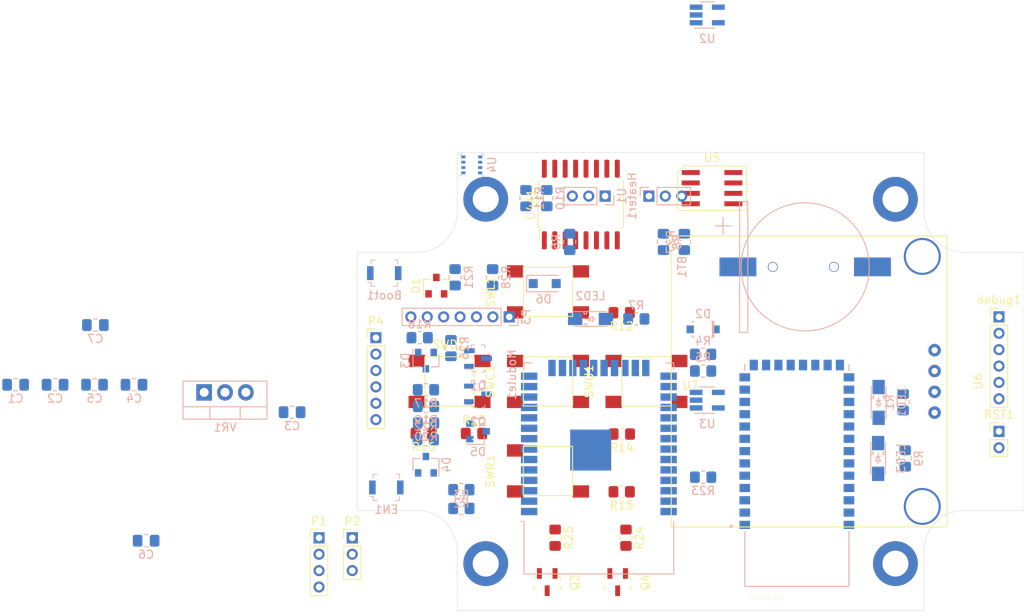
<source format=kicad_pcb>
(kicad_pcb (version 20171130) (host pcbnew "(5.1.9)-1")

  (general
    (thickness 1.6)
    (drawings 16)
    (tracks 0)
    (zones 0)
    (modules 74)
    (nets 93)
  )

  (page A4)
  (layers
    (0 F.Cu signal hide)
    (31 B.Cu signal)
    (32 B.Adhes user)
    (33 F.Adhes user hide)
    (34 B.Paste user)
    (35 F.Paste user hide)
    (36 B.SilkS user)
    (37 F.SilkS user hide)
    (38 B.Mask user)
    (39 F.Mask user hide)
    (40 Dwgs.User user)
    (41 Cmts.User user)
    (42 Eco1.User user)
    (43 Eco2.User user)
    (44 Edge.Cuts user)
    (45 Margin user)
    (46 B.CrtYd user)
    (47 F.CrtYd user hide)
    (48 B.Fab user hide)
    (49 F.Fab user hide)
  )

  (setup
    (last_trace_width 0.25)
    (user_trace_width 1.5)
    (trace_clearance 0.2)
    (zone_clearance 0.508)
    (zone_45_only no)
    (trace_min 0.2)
    (via_size 0.8)
    (via_drill 0.4)
    (via_min_size 0.4)
    (via_min_drill 0.3)
    (uvia_size 0.3)
    (uvia_drill 0.1)
    (uvias_allowed no)
    (uvia_min_size 0.2)
    (uvia_min_drill 0.1)
    (edge_width 0.05)
    (segment_width 0.2)
    (pcb_text_width 0.3)
    (pcb_text_size 1.5 1.5)
    (mod_edge_width 0.12)
    (mod_text_size 1 1)
    (mod_text_width 0.15)
    (pad_size 1.524 1.524)
    (pad_drill 0.762)
    (pad_to_mask_clearance 0)
    (aux_axis_origin 0 0)
    (grid_origin 7.62 7.62)
    (visible_elements 7FFFFFFF)
    (pcbplotparams
      (layerselection 0x010fc_ffffffff)
      (usegerberextensions false)
      (usegerberattributes true)
      (usegerberadvancedattributes true)
      (creategerberjobfile true)
      (excludeedgelayer true)
      (linewidth 0.100000)
      (plotframeref false)
      (viasonmask false)
      (mode 1)
      (useauxorigin false)
      (hpglpennumber 1)
      (hpglpenspeed 20)
      (hpglpendiameter 15.000000)
      (psnegative false)
      (psa4output false)
      (plotreference true)
      (plotvalue true)
      (plotinvisibletext false)
      (padsonsilk false)
      (subtractmaskfromsilk false)
      (outputformat 1)
      (mirror false)
      (drillshape 1)
      (scaleselection 1)
      (outputdirectory ""))
  )

  (net 0 "")
  (net 1 "Net-(D1-Pad3)")
  (net 2 "Net-(BT1-Pad-)")
  (net 3 +3V3)
  (net 4 Earth)
  (net 5 "Net-(Boot1-Pad1)")
  (net 6 "Net-(D2-PadK)")
  (net 7 "Net-(EN1-Pad2)")
  (net 8 /TxEn)
  (net 9 /Tx1)
  (net 10 "Net-(LED1-Pad2)")
  (net 11 "Net-(LED2-Pad2)")
  (net 12 "Net-(LED3-Pad2)")
  (net 13 "Net-(U4A1-Pad4)")
  (net 14 "Net-(U4A1-Pad3)")
  (net 15 "Net-(U4A1-Pad1)")
  (net 16 /IO33)
  (net 17 "Net-(D3-Pad3)")
  (net 18 "Net-(D3-Pad2)")
  (net 19 "Net-(D4-Pad3)")
  (net 20 "Net-(D4-Pad2)")
  (net 21 +5V)
  (net 22 "Net-(D6-Pad1)")
  (net 23 "Net-(debug1-Pad6)")
  (net 24 /TXD0)
  (net 25 /RXD0)
  (net 26 "Net-(debug1-Pad3)")
  (net 27 "Net-(debug1-Pad2)")
  (net 28 /IO13)
  (net 29 /IO12)
  (net 30 "Net-(P2-Pad1)")
  (net 31 /LEFT)
  (net 32 /DOWN)
  (net 33 /UP)
  (net 34 /CENTER)
  (net 35 /RIGHT)
  (net 36 "Net-(Q1-Pad1)")
  (net 37 /IO26)
  (net 38 "Net-(Q2-Pad1)")
  (net 39 /IO25)
  (net 40 "Net-(Q3-Pad1)")
  (net 41 "Net-(P3-Pad5)")
  (net 42 "Net-(Q4-Pad1)")
  (net 43 "Net-(P3-Pad4)")
  (net 44 /EN)
  (net 45 /GPIO0)
  (net 46 "Net-(Module2-Pad31)")
  (net 47 /SDA)
  (net 48 /SCL)
  (net 49 "Net-(P3-Pad7)")
  (net 50 "Net-(P3-Pad6)")
  (net 51 /IO14)
  (net 52 /IO27)
  (net 53 "Net-(P3-Pad2)")
  (net 54 /Rx1)
  (net 55 /KEY)
  (net 56 /Tx2)
  (net 57 /Rx2)
  (net 58 /STATE)
  (net 59 /TEMP_SENSE)
  (net 60 "Net-(Module1-Pad22)")
  (net 61 "Net-(Module1-Pad21)")
  (net 62 "Net-(Module1-Pad20)")
  (net 63 "Net-(Module1-Pad19)")
  (net 64 "Net-(Module1-Pad18)")
  (net 65 "Net-(Module1-Pad17)")
  (net 66 "Net-(Module2-Pad11)")
  (net 67 "Net-(Module2-Pad10)")
  (net 68 "Net-(Module2-Pad9)")
  (net 69 "Net-(Module2-Pad8)")
  (net 70 "Net-(Module2-Pad7)")
  (net 71 "Net-(Module2-Pad6)")
  (net 72 "Net-(Module2-Pad5)")
  (net 73 "Net-(Module2-Pad4)")
  (net 74 "Net-(Module2-Pad3)")
  (net 75 "Net-(Module2-Pad33)")
  (net 76 "Net-(Module2-Pad30)")
  (net 77 "Net-(Module2-Pad29)")
  (net 78 "Net-(Module2-Pad28)")
  (net 79 "Net-(Module2-Pad27)")
  (net 80 "Net-(Module2-Pad26)")
  (net 81 "Net-(Module2-Pad25)")
  (net 82 "Net-(Module2-Pad24)")
  (net 83 "Net-(Module2-Pad23)")
  (net 84 "Net-(Module2-Pad20)")
  (net 85 "Net-(Module2-Pad19)")
  (net 86 "Net-(Module2-Pad18)")
  (net 87 "Net-(Module2-Pad16)")
  (net 88 "Net-(Module2-Pad15)")
  (net 89 "Net-(Module2-Pad17)")
  (net 90 "Net-(Module1-Pad32)")
  (net 91 /LED2_BLUE)
  (net 92 "Net-(Heater1-Pad2)")

  (net_class Default "This is the default net class."
    (clearance 0.2)
    (trace_width 0.25)
    (via_dia 0.8)
    (via_drill 0.4)
    (uvia_dia 0.3)
    (uvia_drill 0.1)
    (add_net +3V3)
    (add_net +5V)
    (add_net /CENTER)
    (add_net /DOWN)
    (add_net /EN)
    (add_net /GPIO0)
    (add_net /IO12)
    (add_net /IO13)
    (add_net /IO14)
    (add_net /IO25)
    (add_net /IO26)
    (add_net /IO27)
    (add_net /IO33)
    (add_net /KEY)
    (add_net /LED2_BLUE)
    (add_net /LEFT)
    (add_net /RIGHT)
    (add_net /RXD0)
    (add_net /Rx1)
    (add_net /Rx2)
    (add_net /SCL)
    (add_net /SDA)
    (add_net /STATE)
    (add_net /TEMP_SENSE)
    (add_net /TXD0)
    (add_net /Tx1)
    (add_net /Tx2)
    (add_net /TxEn)
    (add_net /UP)
    (add_net Earth)
    (add_net "Net-(BT1-Pad-)")
    (add_net "Net-(Boot1-Pad1)")
    (add_net "Net-(D1-Pad3)")
    (add_net "Net-(D2-PadK)")
    (add_net "Net-(D3-Pad2)")
    (add_net "Net-(D3-Pad3)")
    (add_net "Net-(D4-Pad2)")
    (add_net "Net-(D4-Pad3)")
    (add_net "Net-(D6-Pad1)")
    (add_net "Net-(EN1-Pad2)")
    (add_net "Net-(Heater1-Pad2)")
    (add_net "Net-(LED1-Pad2)")
    (add_net "Net-(LED2-Pad2)")
    (add_net "Net-(LED3-Pad2)")
    (add_net "Net-(Module1-Pad17)")
    (add_net "Net-(Module1-Pad18)")
    (add_net "Net-(Module1-Pad19)")
    (add_net "Net-(Module1-Pad20)")
    (add_net "Net-(Module1-Pad21)")
    (add_net "Net-(Module1-Pad22)")
    (add_net "Net-(Module1-Pad32)")
    (add_net "Net-(Module2-Pad10)")
    (add_net "Net-(Module2-Pad11)")
    (add_net "Net-(Module2-Pad15)")
    (add_net "Net-(Module2-Pad16)")
    (add_net "Net-(Module2-Pad17)")
    (add_net "Net-(Module2-Pad18)")
    (add_net "Net-(Module2-Pad19)")
    (add_net "Net-(Module2-Pad20)")
    (add_net "Net-(Module2-Pad23)")
    (add_net "Net-(Module2-Pad24)")
    (add_net "Net-(Module2-Pad25)")
    (add_net "Net-(Module2-Pad26)")
    (add_net "Net-(Module2-Pad27)")
    (add_net "Net-(Module2-Pad28)")
    (add_net "Net-(Module2-Pad29)")
    (add_net "Net-(Module2-Pad3)")
    (add_net "Net-(Module2-Pad30)")
    (add_net "Net-(Module2-Pad31)")
    (add_net "Net-(Module2-Pad33)")
    (add_net "Net-(Module2-Pad4)")
    (add_net "Net-(Module2-Pad5)")
    (add_net "Net-(Module2-Pad6)")
    (add_net "Net-(Module2-Pad7)")
    (add_net "Net-(Module2-Pad8)")
    (add_net "Net-(Module2-Pad9)")
    (add_net "Net-(P2-Pad1)")
    (add_net "Net-(P3-Pad2)")
    (add_net "Net-(P3-Pad4)")
    (add_net "Net-(P3-Pad5)")
    (add_net "Net-(P3-Pad6)")
    (add_net "Net-(P3-Pad7)")
    (add_net "Net-(Q1-Pad1)")
    (add_net "Net-(Q2-Pad1)")
    (add_net "Net-(Q3-Pad1)")
    (add_net "Net-(Q4-Pad1)")
    (add_net "Net-(U4A1-Pad1)")
    (add_net "Net-(U4A1-Pad3)")
    (add_net "Net-(U4A1-Pad4)")
    (add_net "Net-(debug1-Pad2)")
    (add_net "Net-(debug1-Pad3)")
    (add_net "Net-(debug1-Pad6)")
  )

  (module Diode_SMD:D_SOD-123F (layer B.Cu) (tedit 587F7769) (tstamp 6024132E)
    (at 109.22 64.262)
    (descr D_SOD-123F)
    (tags D_SOD-123F)
    (path /601C82FE/60250E13)
    (attr smd)
    (fp_text reference D6 (at -0.127 1.905) (layer B.SilkS)
      (effects (font (size 1 1) (thickness 0.15)) (justify mirror))
    )
    (fp_text value 1N5819 (at 0 -2.1) (layer B.Fab)
      (effects (font (size 1 1) (thickness 0.15)) (justify mirror))
    )
    (fp_text user %R (at -0.127 1.905) (layer B.Fab)
      (effects (font (size 1 1) (thickness 0.15)) (justify mirror))
    )
    (fp_line (start -2.2 1) (end -2.2 -1) (layer B.SilkS) (width 0.12))
    (fp_line (start 0.25 0) (end 0.75 0) (layer B.Fab) (width 0.1))
    (fp_line (start 0.25 -0.4) (end -0.35 0) (layer B.Fab) (width 0.1))
    (fp_line (start 0.25 0.4) (end 0.25 -0.4) (layer B.Fab) (width 0.1))
    (fp_line (start -0.35 0) (end 0.25 0.4) (layer B.Fab) (width 0.1))
    (fp_line (start -0.35 0) (end -0.35 -0.55) (layer B.Fab) (width 0.1))
    (fp_line (start -0.35 0) (end -0.35 0.55) (layer B.Fab) (width 0.1))
    (fp_line (start -0.75 0) (end -0.35 0) (layer B.Fab) (width 0.1))
    (fp_line (start -1.4 -0.9) (end -1.4 0.9) (layer B.Fab) (width 0.1))
    (fp_line (start 1.4 -0.9) (end -1.4 -0.9) (layer B.Fab) (width 0.1))
    (fp_line (start 1.4 0.9) (end 1.4 -0.9) (layer B.Fab) (width 0.1))
    (fp_line (start -1.4 0.9) (end 1.4 0.9) (layer B.Fab) (width 0.1))
    (fp_line (start -2.2 1.15) (end 2.2 1.15) (layer B.CrtYd) (width 0.05))
    (fp_line (start 2.2 1.15) (end 2.2 -1.15) (layer B.CrtYd) (width 0.05))
    (fp_line (start 2.2 -1.15) (end -2.2 -1.15) (layer B.CrtYd) (width 0.05))
    (fp_line (start -2.2 1.15) (end -2.2 -1.15) (layer B.CrtYd) (width 0.05))
    (fp_line (start -2.2 -1) (end 1.65 -1) (layer B.SilkS) (width 0.12))
    (fp_line (start -2.2 1) (end 1.65 1) (layer B.SilkS) (width 0.12))
    (pad 2 smd rect (at 1.4 0) (size 1.1 1.1) (layers B.Cu B.Paste B.Mask)
      (net 21 +5V))
    (pad 1 smd rect (at -1.4 0) (size 1.1 1.1) (layers B.Cu B.Paste B.Mask)
      (net 22 "Net-(D6-Pad1)"))
    (model ${KISYS3DMOD}/Diode_SMD.3dshapes/D_SOD-123F.wrl
      (at (xyz 0 0 0))
      (scale (xyz 1 1 1))
      (rotate (xyz 0 0 0))
    )
  )

  (module Connector_PinHeader_2.00mm:PinHeader_1x03_P2.00mm_Vertical (layer B.Cu) (tedit 59FED667) (tstamp 6023F67A)
    (at 121.92 53.594 270)
    (descr "Through hole straight pin header, 1x03, 2.00mm pitch, single row")
    (tags "Through hole pin header THT 1x03 2.00mm single row")
    (path /5FD5C6A9)
    (fp_text reference Heater1 (at 0 2.06 90) (layer B.SilkS)
      (effects (font (size 1 1) (thickness 0.15)) (justify mirror))
    )
    (fp_text value XH3 (at 0 -6.06 90) (layer B.Fab)
      (effects (font (size 1 1) (thickness 0.15)) (justify mirror))
    )
    (fp_text user %R (at 0 -2 180) (layer B.Fab)
      (effects (font (size 1 1) (thickness 0.15)) (justify mirror))
    )
    (fp_line (start -0.5 1) (end 1 1) (layer B.Fab) (width 0.1))
    (fp_line (start 1 1) (end 1 -5) (layer B.Fab) (width 0.1))
    (fp_line (start 1 -5) (end -1 -5) (layer B.Fab) (width 0.1))
    (fp_line (start -1 -5) (end -1 0.5) (layer B.Fab) (width 0.1))
    (fp_line (start -1 0.5) (end -0.5 1) (layer B.Fab) (width 0.1))
    (fp_line (start -1.06 -5.06) (end 1.06 -5.06) (layer B.SilkS) (width 0.12))
    (fp_line (start -1.06 -1) (end -1.06 -5.06) (layer B.SilkS) (width 0.12))
    (fp_line (start 1.06 -1) (end 1.06 -5.06) (layer B.SilkS) (width 0.12))
    (fp_line (start -1.06 -1) (end 1.06 -1) (layer B.SilkS) (width 0.12))
    (fp_line (start -1.06 0) (end -1.06 1.06) (layer B.SilkS) (width 0.12))
    (fp_line (start -1.06 1.06) (end 0 1.06) (layer B.SilkS) (width 0.12))
    (fp_line (start -1.5 1.5) (end -1.5 -5.5) (layer B.CrtYd) (width 0.05))
    (fp_line (start -1.5 -5.5) (end 1.5 -5.5) (layer B.CrtYd) (width 0.05))
    (fp_line (start 1.5 -5.5) (end 1.5 1.5) (layer B.CrtYd) (width 0.05))
    (fp_line (start 1.5 1.5) (end -1.5 1.5) (layer B.CrtYd) (width 0.05))
    (pad 3 thru_hole oval (at 0 -4 270) (size 1.35 1.35) (drill 0.8) (layers *.Cu *.Mask)
      (net 21 +5V))
    (pad 2 thru_hole oval (at 0 -2 270) (size 1.35 1.35) (drill 0.8) (layers *.Cu *.Mask)
      (net 92 "Net-(Heater1-Pad2)"))
    (pad 1 thru_hole rect (at 0 0 270) (size 1.35 1.35) (drill 0.8) (layers *.Cu *.Mask)
      (net 4 Earth))
    (model ${KISYS3DMOD}/Connector_PinHeader_2.00mm.3dshapes/PinHeader_1x03_P2.00mm_Vertical.wrl
      (at (xyz 0 0 0))
      (scale (xyz 1 1 1))
      (rotate (xyz 0 0 0))
    )
  )

  (module Connector_PinHeader_2.00mm:PinHeader_1x03_P2.00mm_Vertical (layer B.Cu) (tedit 59FED667) (tstamp 6023E0C1)
    (at 116.586 53.594 90)
    (descr "Through hole straight pin header, 1x03, 2.00mm pitch, single row")
    (tags "Through hole pin header THT 1x03 2.00mm single row")
    (path /6020487B)
    (fp_text reference U1 (at 0 2.06 90) (layer B.SilkS)
      (effects (font (size 1 1) (thickness 0.15)) (justify mirror))
    )
    (fp_text value DS18B20_ (at 0 -6.06 90) (layer B.Fab)
      (effects (font (size 1 1) (thickness 0.15)) (justify mirror))
    )
    (fp_text user %R (at 0 -2 180) (layer B.Fab)
      (effects (font (size 1 1) (thickness 0.15)) (justify mirror))
    )
    (fp_line (start -0.5 1) (end 1 1) (layer B.Fab) (width 0.1))
    (fp_line (start 1 1) (end 1 -5) (layer B.Fab) (width 0.1))
    (fp_line (start 1 -5) (end -1 -5) (layer B.Fab) (width 0.1))
    (fp_line (start -1 -5) (end -1 0.5) (layer B.Fab) (width 0.1))
    (fp_line (start -1 0.5) (end -0.5 1) (layer B.Fab) (width 0.1))
    (fp_line (start -1.06 -5.06) (end 1.06 -5.06) (layer B.SilkS) (width 0.12))
    (fp_line (start -1.06 -1) (end -1.06 -5.06) (layer B.SilkS) (width 0.12))
    (fp_line (start 1.06 -1) (end 1.06 -5.06) (layer B.SilkS) (width 0.12))
    (fp_line (start -1.06 -1) (end 1.06 -1) (layer B.SilkS) (width 0.12))
    (fp_line (start -1.06 0) (end -1.06 1.06) (layer B.SilkS) (width 0.12))
    (fp_line (start -1.06 1.06) (end 0 1.06) (layer B.SilkS) (width 0.12))
    (fp_line (start -1.5 1.5) (end -1.5 -5.5) (layer B.CrtYd) (width 0.05))
    (fp_line (start -1.5 -5.5) (end 1.5 -5.5) (layer B.CrtYd) (width 0.05))
    (fp_line (start 1.5 -5.5) (end 1.5 1.5) (layer B.CrtYd) (width 0.05))
    (fp_line (start 1.5 1.5) (end -1.5 1.5) (layer B.CrtYd) (width 0.05))
    (pad 3 thru_hole oval (at 0 -4 90) (size 1.35 1.35) (drill 0.8) (layers *.Cu *.Mask)
      (net 3 +3V3))
    (pad 2 thru_hole oval (at 0 -2 90) (size 1.35 1.35) (drill 0.8) (layers *.Cu *.Mask)
      (net 59 /TEMP_SENSE))
    (pad 1 thru_hole rect (at 0 0 90) (size 1.35 1.35) (drill 0.8) (layers *.Cu *.Mask)
      (net 4 Earth))
    (model ${KISYS3DMOD}/Connector_PinHeader_2.00mm.3dshapes/PinHeader_1x03_P2.00mm_Vertical.wrl
      (at (xyz 0 0 0))
      (scale (xyz 1 1 1))
      (rotate (xyz 0 0 0))
    )
  )

  (module Connector_PinHeader_2.00mm:PinHeader_1x02_P2.00mm_Vertical (layer F.Cu) (tedit 59FED667) (tstamp 6023E03C)
    (at 164.592 82.296)
    (descr "Through hole straight pin header, 1x02, 2.00mm pitch, single row")
    (tags "Through hole pin header THT 1x02 2.00mm single row")
    (path /60086106)
    (fp_text reference RST1 (at 0 -2.06) (layer F.SilkS)
      (effects (font (size 1 1) (thickness 0.15)))
    )
    (fp_text value Conn_01x02 (at 0 4.06) (layer F.Fab)
      (effects (font (size 1 1) (thickness 0.15)))
    )
    (fp_text user %R (at 0 1 90) (layer F.Fab)
      (effects (font (size 1 1) (thickness 0.15)))
    )
    (fp_line (start -0.5 -1) (end 1 -1) (layer F.Fab) (width 0.1))
    (fp_line (start 1 -1) (end 1 3) (layer F.Fab) (width 0.1))
    (fp_line (start 1 3) (end -1 3) (layer F.Fab) (width 0.1))
    (fp_line (start -1 3) (end -1 -0.5) (layer F.Fab) (width 0.1))
    (fp_line (start -1 -0.5) (end -0.5 -1) (layer F.Fab) (width 0.1))
    (fp_line (start -1.06 3.06) (end 1.06 3.06) (layer F.SilkS) (width 0.12))
    (fp_line (start -1.06 1) (end -1.06 3.06) (layer F.SilkS) (width 0.12))
    (fp_line (start 1.06 1) (end 1.06 3.06) (layer F.SilkS) (width 0.12))
    (fp_line (start -1.06 1) (end 1.06 1) (layer F.SilkS) (width 0.12))
    (fp_line (start -1.06 0) (end -1.06 -1.06) (layer F.SilkS) (width 0.12))
    (fp_line (start -1.06 -1.06) (end 0 -1.06) (layer F.SilkS) (width 0.12))
    (fp_line (start -1.5 -1.5) (end -1.5 3.5) (layer F.CrtYd) (width 0.05))
    (fp_line (start -1.5 3.5) (end 1.5 3.5) (layer F.CrtYd) (width 0.05))
    (fp_line (start 1.5 3.5) (end 1.5 -1.5) (layer F.CrtYd) (width 0.05))
    (fp_line (start 1.5 -1.5) (end -1.5 -1.5) (layer F.CrtYd) (width 0.05))
    (pad 2 thru_hole oval (at 0 2) (size 1.35 1.35) (drill 0.8) (layers *.Cu *.Mask)
      (net 44 /EN))
    (pad 1 thru_hole rect (at 0 0) (size 1.35 1.35) (drill 0.8) (layers *.Cu *.Mask)
      (net 45 /GPIO0))
    (model ${KISYS3DMOD}/Connector_PinHeader_2.00mm.3dshapes/PinHeader_1x02_P2.00mm_Vertical.wrl
      (at (xyz 0 0 0))
      (scale (xyz 1 1 1))
      (rotate (xyz 0 0 0))
    )
  )

  (module Connector_PinHeader_2.00mm:PinHeader_1x06_P2.00mm_Vertical (layer F.Cu) (tedit 59FED667) (tstamp 6023DBCE)
    (at 88.646 70.866)
    (descr "Through hole straight pin header, 1x06, 2.00mm pitch, single row")
    (tags "Through hole pin header THT 1x06 2.00mm single row")
    (path /5FD75792/600D6F51)
    (fp_text reference P4 (at 0 -2.06) (layer F.SilkS)
      (effects (font (size 1 1) (thickness 0.15)))
    )
    (fp_text value Conn_01x06 (at 0 12.06) (layer F.Fab)
      (effects (font (size 1 1) (thickness 0.15)))
    )
    (fp_text user %R (at 0 5 90) (layer F.Fab)
      (effects (font (size 1 1) (thickness 0.15)))
    )
    (fp_line (start -0.5 -1) (end 1 -1) (layer F.Fab) (width 0.1))
    (fp_line (start 1 -1) (end 1 11) (layer F.Fab) (width 0.1))
    (fp_line (start 1 11) (end -1 11) (layer F.Fab) (width 0.1))
    (fp_line (start -1 11) (end -1 -0.5) (layer F.Fab) (width 0.1))
    (fp_line (start -1 -0.5) (end -0.5 -1) (layer F.Fab) (width 0.1))
    (fp_line (start -1.06 11.06) (end 1.06 11.06) (layer F.SilkS) (width 0.12))
    (fp_line (start -1.06 1) (end -1.06 11.06) (layer F.SilkS) (width 0.12))
    (fp_line (start 1.06 1) (end 1.06 11.06) (layer F.SilkS) (width 0.12))
    (fp_line (start -1.06 1) (end 1.06 1) (layer F.SilkS) (width 0.12))
    (fp_line (start -1.06 0) (end -1.06 -1.06) (layer F.SilkS) (width 0.12))
    (fp_line (start -1.06 -1.06) (end 0 -1.06) (layer F.SilkS) (width 0.12))
    (fp_line (start -1.5 -1.5) (end -1.5 11.5) (layer F.CrtYd) (width 0.05))
    (fp_line (start -1.5 11.5) (end 1.5 11.5) (layer F.CrtYd) (width 0.05))
    (fp_line (start 1.5 11.5) (end 1.5 -1.5) (layer F.CrtYd) (width 0.05))
    (fp_line (start 1.5 -1.5) (end -1.5 -1.5) (layer F.CrtYd) (width 0.05))
    (pad 6 thru_hole oval (at 0 10) (size 1.35 1.35) (drill 0.8) (layers *.Cu *.Mask)
      (net 4 Earth))
    (pad 5 thru_hole oval (at 0 8) (size 1.35 1.35) (drill 0.8) (layers *.Cu *.Mask)
      (net 31 /LEFT))
    (pad 4 thru_hole oval (at 0 6) (size 1.35 1.35) (drill 0.8) (layers *.Cu *.Mask)
      (net 32 /DOWN))
    (pad 3 thru_hole oval (at 0 4) (size 1.35 1.35) (drill 0.8) (layers *.Cu *.Mask)
      (net 33 /UP))
    (pad 2 thru_hole oval (at 0 2) (size 1.35 1.35) (drill 0.8) (layers *.Cu *.Mask)
      (net 34 /CENTER))
    (pad 1 thru_hole rect (at 0 0) (size 1.35 1.35) (drill 0.8) (layers *.Cu *.Mask)
      (net 35 /RIGHT))
    (model ${KISYS3DMOD}/Connector_PinHeader_2.00mm.3dshapes/PinHeader_1x06_P2.00mm_Vertical.wrl
      (at (xyz 0 0 0))
      (scale (xyz 1 1 1))
      (rotate (xyz 0 0 0))
    )
  )

  (module Connector_PinHeader_2.00mm:PinHeader_1x07_P2.00mm_Vertical (layer B.Cu) (tedit 59FED667) (tstamp 6023DBB4)
    (at 104.902 68.326 90)
    (descr "Through hole straight pin header, 1x07, 2.00mm pitch, single row")
    (tags "Through hole pin header THT 1x07 2.00mm single row")
    (path /601C82FE/6020EE5F)
    (fp_text reference P3 (at 0 2.06 90) (layer B.SilkS)
      (effects (font (size 1 1) (thickness 0.15)) (justify mirror))
    )
    (fp_text value B6B-PH-K-S (at 0 -14.06 90) (layer B.Fab)
      (effects (font (size 1 1) (thickness 0.15)) (justify mirror))
    )
    (fp_text user %R (at 0 -6 180) (layer B.Fab)
      (effects (font (size 1 1) (thickness 0.15)) (justify mirror))
    )
    (fp_line (start -0.5 1) (end 1 1) (layer B.Fab) (width 0.1))
    (fp_line (start 1 1) (end 1 -13) (layer B.Fab) (width 0.1))
    (fp_line (start 1 -13) (end -1 -13) (layer B.Fab) (width 0.1))
    (fp_line (start -1 -13) (end -1 0.5) (layer B.Fab) (width 0.1))
    (fp_line (start -1 0.5) (end -0.5 1) (layer B.Fab) (width 0.1))
    (fp_line (start -1.06 -13.06) (end 1.06 -13.06) (layer B.SilkS) (width 0.12))
    (fp_line (start -1.06 -1) (end -1.06 -13.06) (layer B.SilkS) (width 0.12))
    (fp_line (start 1.06 -1) (end 1.06 -13.06) (layer B.SilkS) (width 0.12))
    (fp_line (start -1.06 -1) (end 1.06 -1) (layer B.SilkS) (width 0.12))
    (fp_line (start -1.06 0) (end -1.06 1.06) (layer B.SilkS) (width 0.12))
    (fp_line (start -1.06 1.06) (end 0 1.06) (layer B.SilkS) (width 0.12))
    (fp_line (start -1.5 1.5) (end -1.5 -13.5) (layer B.CrtYd) (width 0.05))
    (fp_line (start -1.5 -13.5) (end 1.5 -13.5) (layer B.CrtYd) (width 0.05))
    (fp_line (start 1.5 -13.5) (end 1.5 1.5) (layer B.CrtYd) (width 0.05))
    (fp_line (start 1.5 1.5) (end -1.5 1.5) (layer B.CrtYd) (width 0.05))
    (pad 7 thru_hole oval (at 0 -12 90) (size 1.35 1.35) (drill 0.8) (layers *.Cu *.Mask)
      (net 49 "Net-(P3-Pad7)"))
    (pad 6 thru_hole oval (at 0 -10 90) (size 1.35 1.35) (drill 0.8) (layers *.Cu *.Mask)
      (net 50 "Net-(P3-Pad6)"))
    (pad 5 thru_hole oval (at 0 -8 90) (size 1.35 1.35) (drill 0.8) (layers *.Cu *.Mask)
      (net 41 "Net-(P3-Pad5)"))
    (pad 4 thru_hole oval (at 0 -6 90) (size 1.35 1.35) (drill 0.8) (layers *.Cu *.Mask)
      (net 43 "Net-(P3-Pad4)"))
    (pad 3 thru_hole oval (at 0 -4 90) (size 1.35 1.35) (drill 0.8) (layers *.Cu *.Mask)
      (net 4 Earth))
    (pad 2 thru_hole oval (at 0 -2 90) (size 1.35 1.35) (drill 0.8) (layers *.Cu *.Mask)
      (net 53 "Net-(P3-Pad2)"))
    (pad 1 thru_hole rect (at 0 0 90) (size 1.35 1.35) (drill 0.8) (layers *.Cu *.Mask)
      (net 22 "Net-(D6-Pad1)"))
    (model ${KISYS3DMOD}/Connector_PinHeader_2.00mm.3dshapes/PinHeader_1x07_P2.00mm_Vertical.wrl
      (at (xyz 0 0 0))
      (scale (xyz 1 1 1))
      (rotate (xyz 0 0 0))
    )
  )

  (module Connector_PinHeader_2.00mm:PinHeader_1x03_P2.00mm_Vertical (layer F.Cu) (tedit 59FED667) (tstamp 6023DB99)
    (at 85.762 95.28)
    (descr "Through hole straight pin header, 1x03, 2.00mm pitch, single row")
    (tags "Through hole pin header THT 1x03 2.00mm single row")
    (path /601C82FE/602066CB)
    (fp_text reference P2 (at 0 -2.06) (layer F.SilkS)
      (effects (font (size 1 1) (thickness 0.15)))
    )
    (fp_text value 433MHzTx (at 0 6.06) (layer F.Fab)
      (effects (font (size 1 1) (thickness 0.15)))
    )
    (fp_text user %R (at 0 2 90) (layer F.Fab)
      (effects (font (size 1 1) (thickness 0.15)))
    )
    (fp_line (start -0.5 -1) (end 1 -1) (layer F.Fab) (width 0.1))
    (fp_line (start 1 -1) (end 1 5) (layer F.Fab) (width 0.1))
    (fp_line (start 1 5) (end -1 5) (layer F.Fab) (width 0.1))
    (fp_line (start -1 5) (end -1 -0.5) (layer F.Fab) (width 0.1))
    (fp_line (start -1 -0.5) (end -0.5 -1) (layer F.Fab) (width 0.1))
    (fp_line (start -1.06 5.06) (end 1.06 5.06) (layer F.SilkS) (width 0.12))
    (fp_line (start -1.06 1) (end -1.06 5.06) (layer F.SilkS) (width 0.12))
    (fp_line (start 1.06 1) (end 1.06 5.06) (layer F.SilkS) (width 0.12))
    (fp_line (start -1.06 1) (end 1.06 1) (layer F.SilkS) (width 0.12))
    (fp_line (start -1.06 0) (end -1.06 -1.06) (layer F.SilkS) (width 0.12))
    (fp_line (start -1.06 -1.06) (end 0 -1.06) (layer F.SilkS) (width 0.12))
    (fp_line (start -1.5 -1.5) (end -1.5 5.5) (layer F.CrtYd) (width 0.05))
    (fp_line (start -1.5 5.5) (end 1.5 5.5) (layer F.CrtYd) (width 0.05))
    (fp_line (start 1.5 5.5) (end 1.5 -1.5) (layer F.CrtYd) (width 0.05))
    (fp_line (start 1.5 -1.5) (end -1.5 -1.5) (layer F.CrtYd) (width 0.05))
    (pad 3 thru_hole oval (at 0 4) (size 1.35 1.35) (drill 0.8) (layers *.Cu *.Mask)
      (net 21 +5V))
    (pad 2 thru_hole oval (at 0 2) (size 1.35 1.35) (drill 0.8) (layers *.Cu *.Mask)
      (net 29 /IO12))
    (pad 1 thru_hole rect (at 0 0) (size 1.35 1.35) (drill 0.8) (layers *.Cu *.Mask)
      (net 30 "Net-(P2-Pad1)"))
    (model ${KISYS3DMOD}/Connector_PinHeader_2.00mm.3dshapes/PinHeader_1x03_P2.00mm_Vertical.wrl
      (at (xyz 0 0 0))
      (scale (xyz 1 1 1))
      (rotate (xyz 0 0 0))
    )
  )

  (module Connector_PinHeader_2.00mm:PinHeader_1x04_P2.00mm_Vertical (layer F.Cu) (tedit 59FED667) (tstamp 6023DB82)
    (at 81.712 95.28)
    (descr "Through hole straight pin header, 1x04, 2.00mm pitch, single row")
    (tags "Through hole pin header THT 1x04 2.00mm single row")
    (path /601C82FE/602054BC)
    (fp_text reference P1 (at 0 -2.06) (layer F.SilkS)
      (effects (font (size 1 1) (thickness 0.15)))
    )
    (fp_text value 433MHzRx (at 0 8.06) (layer F.Fab)
      (effects (font (size 1 1) (thickness 0.15)))
    )
    (fp_text user %R (at 0 3 90) (layer F.Fab)
      (effects (font (size 1 1) (thickness 0.15)))
    )
    (fp_line (start -0.5 -1) (end 1 -1) (layer F.Fab) (width 0.1))
    (fp_line (start 1 -1) (end 1 7) (layer F.Fab) (width 0.1))
    (fp_line (start 1 7) (end -1 7) (layer F.Fab) (width 0.1))
    (fp_line (start -1 7) (end -1 -0.5) (layer F.Fab) (width 0.1))
    (fp_line (start -1 -0.5) (end -0.5 -1) (layer F.Fab) (width 0.1))
    (fp_line (start -1.06 7.06) (end 1.06 7.06) (layer F.SilkS) (width 0.12))
    (fp_line (start -1.06 1) (end -1.06 7.06) (layer F.SilkS) (width 0.12))
    (fp_line (start 1.06 1) (end 1.06 7.06) (layer F.SilkS) (width 0.12))
    (fp_line (start -1.06 1) (end 1.06 1) (layer F.SilkS) (width 0.12))
    (fp_line (start -1.06 0) (end -1.06 -1.06) (layer F.SilkS) (width 0.12))
    (fp_line (start -1.06 -1.06) (end 0 -1.06) (layer F.SilkS) (width 0.12))
    (fp_line (start -1.5 -1.5) (end -1.5 7.5) (layer F.CrtYd) (width 0.05))
    (fp_line (start -1.5 7.5) (end 1.5 7.5) (layer F.CrtYd) (width 0.05))
    (fp_line (start 1.5 7.5) (end 1.5 -1.5) (layer F.CrtYd) (width 0.05))
    (fp_line (start 1.5 -1.5) (end -1.5 -1.5) (layer F.CrtYd) (width 0.05))
    (pad 4 thru_hole oval (at 0 6) (size 1.35 1.35) (drill 0.8) (layers *.Cu *.Mask)
      (net 21 +5V))
    (pad 3 thru_hole oval (at 0 4) (size 1.35 1.35) (drill 0.8) (layers *.Cu *.Mask)
      (net 28 /IO13))
    (pad 2 thru_hole oval (at 0 2) (size 1.35 1.35) (drill 0.8) (layers *.Cu *.Mask)
      (net 28 /IO13))
    (pad 1 thru_hole rect (at 0 0) (size 1.35 1.35) (drill 0.8) (layers *.Cu *.Mask)
      (net 4 Earth))
    (model ${KISYS3DMOD}/Connector_PinHeader_2.00mm.3dshapes/PinHeader_1x04_P2.00mm_Vertical.wrl
      (at (xyz 0 0 0))
      (scale (xyz 1 1 1))
      (rotate (xyz 0 0 0))
    )
  )

  (module Connector_PinHeader_2.00mm:PinHeader_1x06_P2.00mm_Vertical (layer F.Cu) (tedit 59FED667) (tstamp 6023D95F)
    (at 164.592 68.326)
    (descr "Through hole straight pin header, 1x06, 2.00mm pitch, single row")
    (tags "Through hole pin header THT 1x06 2.00mm single row")
    (path /60070F5B)
    (fp_text reference debug1 (at 0 -2.06) (layer F.SilkS)
      (effects (font (size 1 1) (thickness 0.15)))
    )
    (fp_text value Conn_01x06 (at 0 12.06) (layer F.Fab)
      (effects (font (size 1 1) (thickness 0.15)))
    )
    (fp_text user %R (at 0 5 90) (layer F.Fab)
      (effects (font (size 1 1) (thickness 0.15)))
    )
    (fp_line (start -0.5 -1) (end 1 -1) (layer F.Fab) (width 0.1))
    (fp_line (start 1 -1) (end 1 11) (layer F.Fab) (width 0.1))
    (fp_line (start 1 11) (end -1 11) (layer F.Fab) (width 0.1))
    (fp_line (start -1 11) (end -1 -0.5) (layer F.Fab) (width 0.1))
    (fp_line (start -1 -0.5) (end -0.5 -1) (layer F.Fab) (width 0.1))
    (fp_line (start -1.06 11.06) (end 1.06 11.06) (layer F.SilkS) (width 0.12))
    (fp_line (start -1.06 1) (end -1.06 11.06) (layer F.SilkS) (width 0.12))
    (fp_line (start 1.06 1) (end 1.06 11.06) (layer F.SilkS) (width 0.12))
    (fp_line (start -1.06 1) (end 1.06 1) (layer F.SilkS) (width 0.12))
    (fp_line (start -1.06 0) (end -1.06 -1.06) (layer F.SilkS) (width 0.12))
    (fp_line (start -1.06 -1.06) (end 0 -1.06) (layer F.SilkS) (width 0.12))
    (fp_line (start -1.5 -1.5) (end -1.5 11.5) (layer F.CrtYd) (width 0.05))
    (fp_line (start -1.5 11.5) (end 1.5 11.5) (layer F.CrtYd) (width 0.05))
    (fp_line (start 1.5 11.5) (end 1.5 -1.5) (layer F.CrtYd) (width 0.05))
    (fp_line (start 1.5 -1.5) (end -1.5 -1.5) (layer F.CrtYd) (width 0.05))
    (pad 6 thru_hole oval (at 0 10) (size 1.35 1.35) (drill 0.8) (layers *.Cu *.Mask)
      (net 23 "Net-(debug1-Pad6)"))
    (pad 5 thru_hole oval (at 0 8) (size 1.35 1.35) (drill 0.8) (layers *.Cu *.Mask)
      (net 24 /TXD0))
    (pad 4 thru_hole oval (at 0 6) (size 1.35 1.35) (drill 0.8) (layers *.Cu *.Mask)
      (net 25 /RXD0))
    (pad 3 thru_hole oval (at 0 4) (size 1.35 1.35) (drill 0.8) (layers *.Cu *.Mask)
      (net 26 "Net-(debug1-Pad3)"))
    (pad 2 thru_hole oval (at 0 2) (size 1.35 1.35) (drill 0.8) (layers *.Cu *.Mask)
      (net 27 "Net-(debug1-Pad2)"))
    (pad 1 thru_hole rect (at 0 0) (size 1.35 1.35) (drill 0.8) (layers *.Cu *.Mask)
      (net 4 Earth))
    (model ${KISYS3DMOD}/Connector_PinHeader_2.00mm.3dshapes/PinHeader_1x06_P2.00mm_Vertical.wrl
      (at (xyz 0 0 0))
      (scale (xyz 1 1 1))
      (rotate (xyz 0 0 0))
    )
  )

  (module SSD1306_LCD_MODULE:SSD1306_4pin (layer F.Cu) (tedit 5FCCEDB2) (tstamp 6022C0A6)
    (at 158.242 76.2 270)
    (path /5FD75792/60161286)
    (fp_text reference U6 (at 0 -3.81 90) (layer F.SilkS)
      (effects (font (size 1 1) (thickness 0.15)))
    )
    (fp_text value SSD1306 (at 0 3.81 90) (layer F.Fab)
      (effects (font (size 1 1) (thickness 0.15)))
    )
    (fp_line (start -17.75 0) (end 17.75 0) (layer F.SilkS) (width 0.12))
    (fp_line (start 17.75 0) (end 17.75 33.6) (layer F.SilkS) (width 0.12))
    (fp_line (start 17.75 33.6) (end -17.75 33.6) (layer F.SilkS) (width 0.12))
    (fp_line (start -17.75 33.6) (end -17.75 0) (layer F.SilkS) (width 0.12))
    (pad 4 thru_hole circle (at 3.81 1.5 270) (size 1.524 1.524) (drill 0.762) (layers *.Cu *.Mask)
      (net 47 /SDA))
    (pad 3 thru_hole circle (at 1.27 1.5 270) (size 1.524 1.524) (drill 0.762) (layers *.Cu *.Mask)
      (net 48 /SCL))
    (pad 2 thru_hole circle (at -1.27 1.5 270) (size 1.524 1.524) (drill 0.762) (layers *.Cu *.Mask)
      (net 3 +3V3))
    (pad 1 thru_hole circle (at -3.81 1.5 270) (size 1.524 1.524) (drill 0.762) (layers *.Cu *.Mask)
      (net 4 Earth))
    (pad "" thru_hole circle (at 15.25 3 270) (size 4.5 4.5) (drill 4) (layers *.Cu *.Mask))
    (pad "" thru_hole circle (at -15.25 3 270) (size 4.5 4.5) (drill 4) (layers *.Cu *.Mask))
  )

  (module Resistor_SMD:R_0805_2012Metric_Pad1.20x1.40mm_HandSolder (layer B.Cu) (tedit 5F68FEEE) (tstamp 6023A701)
    (at 112.268 59.182 270)
    (descr "Resistor SMD 0805 (2012 Metric), square (rectangular) end terminal, IPC_7351 nominal with elongated pad for handsoldering. (Body size source: IPC-SM-782 page 72, https://www.pcb-3d.com/wordpress/wp-content/uploads/ipc-sm-782a_amendment_1_and_2.pdf), generated with kicad-footprint-generator")
    (tags "resistor handsolder")
    (path /602812E6)
    (attr smd)
    (fp_text reference R6 (at 0 1.65 90) (layer B.SilkS)
      (effects (font (size 1 1) (thickness 0.15)) (justify mirror))
    )
    (fp_text value 4k7 (at 0 -1.65 90) (layer B.Fab)
      (effects (font (size 1 1) (thickness 0.15)) (justify mirror))
    )
    (fp_text user %R (at 0 0 90) (layer B.Fab)
      (effects (font (size 0.5 0.5) (thickness 0.08)) (justify mirror))
    )
    (fp_line (start -1 -0.625) (end -1 0.625) (layer B.Fab) (width 0.1))
    (fp_line (start -1 0.625) (end 1 0.625) (layer B.Fab) (width 0.1))
    (fp_line (start 1 0.625) (end 1 -0.625) (layer B.Fab) (width 0.1))
    (fp_line (start 1 -0.625) (end -1 -0.625) (layer B.Fab) (width 0.1))
    (fp_line (start -0.227064 0.735) (end 0.227064 0.735) (layer B.SilkS) (width 0.12))
    (fp_line (start -0.227064 -0.735) (end 0.227064 -0.735) (layer B.SilkS) (width 0.12))
    (fp_line (start -1.85 -0.95) (end -1.85 0.95) (layer B.CrtYd) (width 0.05))
    (fp_line (start -1.85 0.95) (end 1.85 0.95) (layer B.CrtYd) (width 0.05))
    (fp_line (start 1.85 0.95) (end 1.85 -0.95) (layer B.CrtYd) (width 0.05))
    (fp_line (start 1.85 -0.95) (end -1.85 -0.95) (layer B.CrtYd) (width 0.05))
    (pad 2 smd roundrect (at 1 0 270) (size 1.2 1.4) (layers B.Cu B.Paste B.Mask) (roundrect_rratio 0.208333)
      (net 3 +3V3))
    (pad 1 smd roundrect (at -1 0 270) (size 1.2 1.4) (layers B.Cu B.Paste B.Mask) (roundrect_rratio 0.208333)
      (net 59 /TEMP_SENSE))
    (model ${KISYS3DMOD}/Resistor_SMD.3dshapes/R_0805_2012Metric.wrl
      (at (xyz 0 0 0))
      (scale (xyz 1 1 1))
      (rotate (xyz 0 0 0))
    )
  )

  (module Package_TO_SOT_THT:TO-220-3_Vertical (layer B.Cu) (tedit 5AC8BA0D) (tstamp 60238B3E)
    (at 67.71 77.534)
    (descr "TO-220-3, Vertical, RM 2.54mm, see https://www.vishay.com/docs/66542/to-220-1.pdf")
    (tags "TO-220-3 Vertical RM 2.54mm")
    (path /603AEFC7)
    (fp_text reference VR1 (at 2.54 4.27) (layer B.SilkS)
      (effects (font (size 1 1) (thickness 0.15)) (justify mirror))
    )
    (fp_text value LF33_TO220 (at 2.54 -2.5) (layer B.Fab)
      (effects (font (size 1 1) (thickness 0.15)) (justify mirror))
    )
    (fp_text user %R (at 2.54 4.27) (layer B.Fab)
      (effects (font (size 1 1) (thickness 0.15)) (justify mirror))
    )
    (fp_line (start -2.46 3.15) (end -2.46 -1.25) (layer B.Fab) (width 0.1))
    (fp_line (start -2.46 -1.25) (end 7.54 -1.25) (layer B.Fab) (width 0.1))
    (fp_line (start 7.54 -1.25) (end 7.54 3.15) (layer B.Fab) (width 0.1))
    (fp_line (start 7.54 3.15) (end -2.46 3.15) (layer B.Fab) (width 0.1))
    (fp_line (start -2.46 1.88) (end 7.54 1.88) (layer B.Fab) (width 0.1))
    (fp_line (start 0.69 3.15) (end 0.69 1.88) (layer B.Fab) (width 0.1))
    (fp_line (start 4.39 3.15) (end 4.39 1.88) (layer B.Fab) (width 0.1))
    (fp_line (start -2.58 3.27) (end 7.66 3.27) (layer B.SilkS) (width 0.12))
    (fp_line (start -2.58 -1.371) (end 7.66 -1.371) (layer B.SilkS) (width 0.12))
    (fp_line (start -2.58 3.27) (end -2.58 -1.371) (layer B.SilkS) (width 0.12))
    (fp_line (start 7.66 3.27) (end 7.66 -1.371) (layer B.SilkS) (width 0.12))
    (fp_line (start -2.58 1.76) (end 7.66 1.76) (layer B.SilkS) (width 0.12))
    (fp_line (start 0.69 3.27) (end 0.69 1.76) (layer B.SilkS) (width 0.12))
    (fp_line (start 4.391 3.27) (end 4.391 1.76) (layer B.SilkS) (width 0.12))
    (fp_line (start -2.71 3.4) (end -2.71 -1.51) (layer B.CrtYd) (width 0.05))
    (fp_line (start -2.71 -1.51) (end 7.79 -1.51) (layer B.CrtYd) (width 0.05))
    (fp_line (start 7.79 -1.51) (end 7.79 3.4) (layer B.CrtYd) (width 0.05))
    (fp_line (start 7.79 3.4) (end -2.71 3.4) (layer B.CrtYd) (width 0.05))
    (pad 3 thru_hole oval (at 5.08 0) (size 1.905 2) (drill 1.1) (layers *.Cu *.Mask)
      (net 3 +3V3))
    (pad 2 thru_hole oval (at 2.54 0) (size 1.905 2) (drill 1.1) (layers *.Cu *.Mask)
      (net 4 Earth))
    (pad 1 thru_hole rect (at 0 0) (size 1.905 2) (drill 1.1) (layers *.Cu *.Mask)
      (net 21 +5V))
    (model ${KISYS3DMOD}/Package_TO_SOT_THT.3dshapes/TO-220-3_Vertical.wrl
      (at (xyz 0 0 0))
      (scale (xyz 1 1 1))
      (rotate (xyz 0 0 0))
    )
  )

  (module Package_LGA:Bosch_LGA-8_2.5x2.5mm_P0.65mm_ClockwisePinNumbering (layer B.Cu) (tedit 5A0FA816) (tstamp 60238A88)
    (at 100.33 49.784 90)
    (descr LGA-8)
    (tags "lga land grid array")
    (path /5FD75792/60179FDF)
    (attr smd)
    (fp_text reference U4 (at 0.015 2.465 90) (layer B.SilkS)
      (effects (font (size 1 1) (thickness 0.15)) (justify mirror))
    )
    (fp_text value BME280 (at 0.015 -2.535 90) (layer B.Fab)
      (effects (font (size 1 1) (thickness 0.15)) (justify mirror))
    )
    (fp_text user %R (at 0 0 -90) (layer B.Fab)
      (effects (font (size 0.5 0.5) (thickness 0.075)) (justify mirror))
    )
    (fp_line (start -1.35 -1.36) (end -1.2 -1.36) (layer B.SilkS) (width 0.1))
    (fp_line (start -1.25 0.5) (end -0.5 1.25) (layer B.Fab) (width 0.1))
    (fp_line (start -1.35 -1.35) (end -1.35 -1.2) (layer B.SilkS) (width 0.1))
    (fp_line (start 1.35 -1.35) (end 1.35 -1.2) (layer B.SilkS) (width 0.1))
    (fp_line (start 1.35 -1.35) (end 1.2 -1.35) (layer B.SilkS) (width 0.1))
    (fp_line (start 1.2 1.35) (end 1.35 1.35) (layer B.SilkS) (width 0.1))
    (fp_line (start 1.35 1.35) (end 1.35 1.2) (layer B.SilkS) (width 0.1))
    (fp_line (start -1.35 1.2) (end -1.35 1.45) (layer B.SilkS) (width 0.1))
    (fp_line (start -1.25 -1.25) (end -1.25 0.5) (layer B.Fab) (width 0.1))
    (fp_line (start -0.5 1.25) (end 1.25 1.25) (layer B.Fab) (width 0.1))
    (fp_line (start 1.25 1.25) (end 1.25 -1.25) (layer B.Fab) (width 0.1))
    (fp_line (start 1.25 -1.25) (end -1.25 -1.25) (layer B.Fab) (width 0.1))
    (fp_line (start -1.41 -1.54) (end -1.41 1.54) (layer B.CrtYd) (width 0.05))
    (fp_line (start -1.41 1.54) (end 1.41 1.54) (layer B.CrtYd) (width 0.05))
    (fp_line (start 1.41 1.54) (end 1.41 -1.54) (layer B.CrtYd) (width 0.05))
    (fp_line (start 1.41 -1.54) (end -1.41 -1.54) (layer B.CrtYd) (width 0.05))
    (pad 5 smd rect (at 0.975 -1.025) (size 0.5 0.35) (layers B.Cu B.Paste B.Mask)
      (net 4 Earth))
    (pad 6 smd rect (at 0.325 -1.025) (size 0.5 0.35) (layers B.Cu B.Paste B.Mask)
      (net 3 +3V3))
    (pad 7 smd rect (at -0.325 -1.025) (size 0.5 0.35) (layers B.Cu B.Paste B.Mask)
      (net 4 Earth))
    (pad 8 smd rect (at -0.975 -1.025) (size 0.5 0.35) (layers B.Cu B.Paste B.Mask)
      (net 3 +3V3))
    (pad 1 smd rect (at -0.975 1.025) (size 0.5 0.35) (layers B.Cu B.Paste B.Mask)
      (net 4 Earth))
    (pad 2 smd rect (at -0.325 1.025) (size 0.5 0.35) (layers B.Cu B.Paste B.Mask)
      (net 3 +3V3))
    (pad 3 smd rect (at 0.325 1.025) (size 0.5 0.35) (layers B.Cu B.Paste B.Mask)
      (net 47 /SDA))
    (pad 4 smd rect (at 0.975 1.025) (size 0.5 0.35) (layers B.Cu B.Paste B.Mask)
      (net 48 /SCL))
    (model ${KISYS3DMOD}/Package_LGA.3dshapes/Bosch_LGA-8_2.5x2.5mm_P0.65mm_ClockwisePinNumbering.wrl
      (offset (xyz 0.01500000025472259 -0.03500000059435272 0))
      (scale (xyz 1 1 1))
      (rotate (xyz 0 0 0))
    )
  )

  (module Package_TO_SOT_SMD:SOT-23-5_HandSoldering (layer B.Cu) (tedit 5A0AB76C) (tstamp 60238A6B)
    (at 129.032 78.486)
    (descr "5-pin SOT23 package")
    (tags "SOT-23-5 hand-soldering")
    (path /5FEECC7F)
    (attr smd)
    (fp_text reference U3 (at 0 2.9) (layer B.SilkS)
      (effects (font (size 1 1) (thickness 0.15)) (justify mirror))
    )
    (fp_text value 74LVC1G126 (at 0 -2.9) (layer B.Fab)
      (effects (font (size 1 1) (thickness 0.15)) (justify mirror))
    )
    (fp_text user %R (at 0 0 270) (layer B.Fab)
      (effects (font (size 0.5 0.5) (thickness 0.075)) (justify mirror))
    )
    (fp_line (start -0.9 -1.61) (end 0.9 -1.61) (layer B.SilkS) (width 0.12))
    (fp_line (start 0.9 1.61) (end -1.55 1.61) (layer B.SilkS) (width 0.12))
    (fp_line (start -0.9 0.9) (end -0.25 1.55) (layer B.Fab) (width 0.1))
    (fp_line (start 0.9 1.55) (end -0.25 1.55) (layer B.Fab) (width 0.1))
    (fp_line (start -0.9 0.9) (end -0.9 -1.55) (layer B.Fab) (width 0.1))
    (fp_line (start 0.9 -1.55) (end -0.9 -1.55) (layer B.Fab) (width 0.1))
    (fp_line (start 0.9 1.55) (end 0.9 -1.55) (layer B.Fab) (width 0.1))
    (fp_line (start -2.38 1.8) (end 2.38 1.8) (layer B.CrtYd) (width 0.05))
    (fp_line (start -2.38 1.8) (end -2.38 -1.8) (layer B.CrtYd) (width 0.05))
    (fp_line (start 2.38 -1.8) (end 2.38 1.8) (layer B.CrtYd) (width 0.05))
    (fp_line (start 2.38 -1.8) (end -2.38 -1.8) (layer B.CrtYd) (width 0.05))
    (pad 5 smd rect (at 1.35 0.95) (size 1.56 0.65) (layers B.Cu B.Paste B.Mask)
      (net 21 +5V))
    (pad 4 smd rect (at 1.35 -0.95) (size 1.56 0.65) (layers B.Cu B.Paste B.Mask)
      (net 6 "Net-(D2-PadK)"))
    (pad 3 smd rect (at -1.35 -0.95) (size 1.56 0.65) (layers B.Cu B.Paste B.Mask)
      (net 4 Earth))
    (pad 2 smd rect (at -1.35 0) (size 1.56 0.65) (layers B.Cu B.Paste B.Mask)
      (net 9 /Tx1))
    (pad 1 smd rect (at -1.35 0.95) (size 1.56 0.65) (layers B.Cu B.Paste B.Mask)
      (net 8 /TxEn))
    (model ${KISYS3DMOD}/Package_TO_SOT_SMD.3dshapes/SOT-23-5.wrl
      (at (xyz 0 0 0))
      (scale (xyz 1 1 1))
      (rotate (xyz 0 0 0))
    )
  )

  (module Package_TO_SOT_SMD:SOT-23-5_HandSoldering (layer B.Cu) (tedit 5A0AB76C) (tstamp 60238A56)
    (at 129.032 31.496)
    (descr "5-pin SOT23 package")
    (tags "SOT-23-5 hand-soldering")
    (path /5FE9DF78)
    (attr smd)
    (fp_text reference U2 (at 0 2.9) (layer B.SilkS)
      (effects (font (size 1 1) (thickness 0.15)) (justify mirror))
    )
    (fp_text value SN74LVC1G32DBVR (at 0 -2.9) (layer B.Fab)
      (effects (font (size 1 1) (thickness 0.15)) (justify mirror))
    )
    (fp_text user %R (at 0 0 -90) (layer B.Fab)
      (effects (font (size 0.5 0.5) (thickness 0.075)) (justify mirror))
    )
    (fp_line (start -0.9 -1.61) (end 0.9 -1.61) (layer B.SilkS) (width 0.12))
    (fp_line (start 0.9 1.61) (end -1.55 1.61) (layer B.SilkS) (width 0.12))
    (fp_line (start -0.9 0.9) (end -0.25 1.55) (layer B.Fab) (width 0.1))
    (fp_line (start 0.9 1.55) (end -0.25 1.55) (layer B.Fab) (width 0.1))
    (fp_line (start -0.9 0.9) (end -0.9 -1.55) (layer B.Fab) (width 0.1))
    (fp_line (start 0.9 -1.55) (end -0.9 -1.55) (layer B.Fab) (width 0.1))
    (fp_line (start 0.9 1.55) (end 0.9 -1.55) (layer B.Fab) (width 0.1))
    (fp_line (start -2.38 1.8) (end 2.38 1.8) (layer B.CrtYd) (width 0.05))
    (fp_line (start -2.38 1.8) (end -2.38 -1.8) (layer B.CrtYd) (width 0.05))
    (fp_line (start 2.38 -1.8) (end 2.38 1.8) (layer B.CrtYd) (width 0.05))
    (fp_line (start 2.38 -1.8) (end -2.38 -1.8) (layer B.CrtYd) (width 0.05))
    (pad 5 smd rect (at 1.35 0.95) (size 1.56 0.65) (layers B.Cu B.Paste B.Mask)
      (net 3 +3V3))
    (pad 4 smd rect (at 1.35 -0.95) (size 1.56 0.65) (layers B.Cu B.Paste B.Mask)
      (net 54 /Rx1))
    (pad 3 smd rect (at -1.35 -0.95) (size 1.56 0.65) (layers B.Cu B.Paste B.Mask)
      (net 4 Earth))
    (pad 2 smd rect (at -1.35 0) (size 1.56 0.65) (layers B.Cu B.Paste B.Mask)
      (net 8 /TxEn))
    (pad 1 smd rect (at -1.35 0.95) (size 1.56 0.65) (layers B.Cu B.Paste B.Mask)
      (net 6 "Net-(D2-PadK)"))
    (model ${KISYS3DMOD}/Package_TO_SOT_SMD.3dshapes/SOT-23-5.wrl
      (at (xyz 0 0 0))
      (scale (xyz 1 1 1))
      (rotate (xyz 0 0 0))
    )
  )

  (module Resistor_SMD:R_0805_2012Metric_Pad1.20x1.40mm_HandSolder (layer B.Cu) (tedit 5F68FEEE) (tstamp 60238995)
    (at 102.87 63.5 90)
    (descr "Resistor SMD 0805 (2012 Metric), square (rectangular) end terminal, IPC_7351 nominal with elongated pad for handsoldering. (Body size source: IPC-SM-782 page 72, https://www.pcb-3d.com/wordpress/wp-content/uploads/ipc-sm-782a_amendment_1_and_2.pdf), generated with kicad-footprint-generator")
    (tags "resistor handsolder")
    (path /601C82FE/60258B53)
    (attr smd)
    (fp_text reference R28 (at 0 1.65 90) (layer B.SilkS)
      (effects (font (size 1 1) (thickness 0.15)) (justify mirror))
    )
    (fp_text value 100k (at 0 -1.65 90) (layer B.Fab)
      (effects (font (size 1 1) (thickness 0.15)) (justify mirror))
    )
    (fp_text user %R (at 0 0 90) (layer B.Fab)
      (effects (font (size 0.5 0.5) (thickness 0.08)) (justify mirror))
    )
    (fp_line (start -1 -0.625) (end -1 0.625) (layer B.Fab) (width 0.1))
    (fp_line (start -1 0.625) (end 1 0.625) (layer B.Fab) (width 0.1))
    (fp_line (start 1 0.625) (end 1 -0.625) (layer B.Fab) (width 0.1))
    (fp_line (start 1 -0.625) (end -1 -0.625) (layer B.Fab) (width 0.1))
    (fp_line (start -0.227064 0.735) (end 0.227064 0.735) (layer B.SilkS) (width 0.12))
    (fp_line (start -0.227064 -0.735) (end 0.227064 -0.735) (layer B.SilkS) (width 0.12))
    (fp_line (start -1.85 -0.95) (end -1.85 0.95) (layer B.CrtYd) (width 0.05))
    (fp_line (start -1.85 0.95) (end 1.85 0.95) (layer B.CrtYd) (width 0.05))
    (fp_line (start 1.85 0.95) (end 1.85 -0.95) (layer B.CrtYd) (width 0.05))
    (fp_line (start 1.85 -0.95) (end -1.85 -0.95) (layer B.CrtYd) (width 0.05))
    (pad 2 smd roundrect (at 1 0 90) (size 1.2 1.4) (layers B.Cu B.Paste B.Mask) (roundrect_rratio 0.208333)
      (net 4 Earth))
    (pad 1 smd roundrect (at -1 0 90) (size 1.2 1.4) (layers B.Cu B.Paste B.Mask) (roundrect_rratio 0.208333)
      (net 53 "Net-(P3-Pad2)"))
    (model ${KISYS3DMOD}/Resistor_SMD.3dshapes/R_0805_2012Metric.wrl
      (at (xyz 0 0 0))
      (scale (xyz 1 1 1))
      (rotate (xyz 0 0 0))
    )
  )

  (module Resistor_SMD:R_0805_2012Metric_Pad1.20x1.40mm_HandSolder (layer B.Cu) (tedit 5F68FEEE) (tstamp 60238984)
    (at 126.238 59.182 270)
    (descr "Resistor SMD 0805 (2012 Metric), square (rectangular) end terminal, IPC_7351 nominal with elongated pad for handsoldering. (Body size source: IPC-SM-782 page 72, https://www.pcb-3d.com/wordpress/wp-content/uploads/ipc-sm-782a_amendment_1_and_2.pdf), generated with kicad-footprint-generator")
    (tags "resistor handsolder")
    (path /5FE91017)
    (attr smd)
    (fp_text reference R27 (at 0 1.65 90) (layer B.SilkS)
      (effects (font (size 1 1) (thickness 0.15)) (justify mirror))
    )
    (fp_text value 100K (at 0 -1.65 90) (layer B.Fab)
      (effects (font (size 1 1) (thickness 0.15)) (justify mirror))
    )
    (fp_text user %R (at 0 0 90) (layer B.Fab)
      (effects (font (size 0.5 0.5) (thickness 0.08)) (justify mirror))
    )
    (fp_line (start -1 -0.625) (end -1 0.625) (layer B.Fab) (width 0.1))
    (fp_line (start -1 0.625) (end 1 0.625) (layer B.Fab) (width 0.1))
    (fp_line (start 1 0.625) (end 1 -0.625) (layer B.Fab) (width 0.1))
    (fp_line (start 1 -0.625) (end -1 -0.625) (layer B.Fab) (width 0.1))
    (fp_line (start -0.227064 0.735) (end 0.227064 0.735) (layer B.SilkS) (width 0.12))
    (fp_line (start -0.227064 -0.735) (end 0.227064 -0.735) (layer B.SilkS) (width 0.12))
    (fp_line (start -1.85 -0.95) (end -1.85 0.95) (layer B.CrtYd) (width 0.05))
    (fp_line (start -1.85 0.95) (end 1.85 0.95) (layer B.CrtYd) (width 0.05))
    (fp_line (start 1.85 0.95) (end 1.85 -0.95) (layer B.CrtYd) (width 0.05))
    (fp_line (start 1.85 -0.95) (end -1.85 -0.95) (layer B.CrtYd) (width 0.05))
    (pad 2 smd roundrect (at 1 0 270) (size 1.2 1.4) (layers B.Cu B.Paste B.Mask) (roundrect_rratio 0.208333)
      (net 92 "Net-(Heater1-Pad2)"))
    (pad 1 smd roundrect (at -1 0 270) (size 1.2 1.4) (layers B.Cu B.Paste B.Mask) (roundrect_rratio 0.208333)
      (net 21 +5V))
    (model ${KISYS3DMOD}/Resistor_SMD.3dshapes/R_0805_2012Metric.wrl
      (at (xyz 0 0 0))
      (scale (xyz 1 1 1))
      (rotate (xyz 0 0 0))
    )
  )

  (module Resistor_SMD:R_0805_2012Metric_Pad1.20x1.40mm_HandSolder (layer B.Cu) (tedit 5F68FEEE) (tstamp 60238973)
    (at 97.79 72.136 90)
    (descr "Resistor SMD 0805 (2012 Metric), square (rectangular) end terminal, IPC_7351 nominal with elongated pad for handsoldering. (Body size source: IPC-SM-782 page 72, https://www.pcb-3d.com/wordpress/wp-content/uploads/ipc-sm-782a_amendment_1_and_2.pdf), generated with kicad-footprint-generator")
    (tags "resistor handsolder")
    (path /601C82FE/60258481)
    (attr smd)
    (fp_text reference R26 (at 0 1.65 90) (layer B.SilkS)
      (effects (font (size 1 1) (thickness 0.15)) (justify mirror))
    )
    (fp_text value 470 (at 0 -1.65 90) (layer B.Fab)
      (effects (font (size 1 1) (thickness 0.15)) (justify mirror))
    )
    (fp_text user %R (at 0 0 90) (layer B.Fab)
      (effects (font (size 0.5 0.5) (thickness 0.08)) (justify mirror))
    )
    (fp_line (start -1 -0.625) (end -1 0.625) (layer B.Fab) (width 0.1))
    (fp_line (start -1 0.625) (end 1 0.625) (layer B.Fab) (width 0.1))
    (fp_line (start 1 0.625) (end 1 -0.625) (layer B.Fab) (width 0.1))
    (fp_line (start 1 -0.625) (end -1 -0.625) (layer B.Fab) (width 0.1))
    (fp_line (start -0.227064 0.735) (end 0.227064 0.735) (layer B.SilkS) (width 0.12))
    (fp_line (start -0.227064 -0.735) (end 0.227064 -0.735) (layer B.SilkS) (width 0.12))
    (fp_line (start -1.85 -0.95) (end -1.85 0.95) (layer B.CrtYd) (width 0.05))
    (fp_line (start -1.85 0.95) (end 1.85 0.95) (layer B.CrtYd) (width 0.05))
    (fp_line (start 1.85 0.95) (end 1.85 -0.95) (layer B.CrtYd) (width 0.05))
    (fp_line (start 1.85 -0.95) (end -1.85 -0.95) (layer B.CrtYd) (width 0.05))
    (pad 2 smd roundrect (at 1 0 90) (size 1.2 1.4) (layers B.Cu B.Paste B.Mask) (roundrect_rratio 0.208333)
      (net 53 "Net-(P3-Pad2)"))
    (pad 1 smd roundrect (at -1 0 90) (size 1.2 1.4) (layers B.Cu B.Paste B.Mask) (roundrect_rratio 0.208333)
      (net 16 /IO33))
    (model ${KISYS3DMOD}/Resistor_SMD.3dshapes/R_0805_2012Metric.wrl
      (at (xyz 0 0 0))
      (scale (xyz 1 1 1))
      (rotate (xyz 0 0 0))
    )
  )

  (module Resistor_SMD:R_0805_2012Metric_Pad1.20x1.40mm_HandSolder (layer B.Cu) (tedit 5F68FEEE) (tstamp 60238922)
    (at 128.524 87.884)
    (descr "Resistor SMD 0805 (2012 Metric), square (rectangular) end terminal, IPC_7351 nominal with elongated pad for handsoldering. (Body size source: IPC-SM-782 page 72, https://www.pcb-3d.com/wordpress/wp-content/uploads/ipc-sm-782a_amendment_1_and_2.pdf), generated with kicad-footprint-generator")
    (tags "resistor handsolder")
    (path /6012F642)
    (attr smd)
    (fp_text reference R23 (at 0 1.65) (layer B.SilkS)
      (effects (font (size 1 1) (thickness 0.15)) (justify mirror))
    )
    (fp_text value 10k (at 0 -1.65) (layer B.Fab)
      (effects (font (size 1 1) (thickness 0.15)) (justify mirror))
    )
    (fp_text user %R (at 0 0) (layer B.Fab)
      (effects (font (size 0.5 0.5) (thickness 0.08)) (justify mirror))
    )
    (fp_line (start -1 -0.625) (end -1 0.625) (layer B.Fab) (width 0.1))
    (fp_line (start -1 0.625) (end 1 0.625) (layer B.Fab) (width 0.1))
    (fp_line (start 1 0.625) (end 1 -0.625) (layer B.Fab) (width 0.1))
    (fp_line (start 1 -0.625) (end -1 -0.625) (layer B.Fab) (width 0.1))
    (fp_line (start -0.227064 0.735) (end 0.227064 0.735) (layer B.SilkS) (width 0.12))
    (fp_line (start -0.227064 -0.735) (end 0.227064 -0.735) (layer B.SilkS) (width 0.12))
    (fp_line (start -1.85 -0.95) (end -1.85 0.95) (layer B.CrtYd) (width 0.05))
    (fp_line (start -1.85 0.95) (end 1.85 0.95) (layer B.CrtYd) (width 0.05))
    (fp_line (start 1.85 0.95) (end 1.85 -0.95) (layer B.CrtYd) (width 0.05))
    (fp_line (start 1.85 -0.95) (end -1.85 -0.95) (layer B.CrtYd) (width 0.05))
    (pad 2 smd roundrect (at 1 0) (size 1.2 1.4) (layers B.Cu B.Paste B.Mask) (roundrect_rratio 0.208333)
      (net 25 /RXD0))
    (pad 1 smd roundrect (at -1 0) (size 1.2 1.4) (layers B.Cu B.Paste B.Mask) (roundrect_rratio 0.208333)
      (net 3 +3V3))
    (model ${KISYS3DMOD}/Resistor_SMD.3dshapes/R_0805_2012Metric.wrl
      (at (xyz 0 0 0))
      (scale (xyz 1 1 1))
      (rotate (xyz 0 0 0))
    )
  )

  (module Resistor_SMD:R_0805_2012Metric_Pad1.20x1.40mm_HandSolder (layer B.Cu) (tedit 5F68FEEE) (tstamp 60238911)
    (at 94.726 83.312 180)
    (descr "Resistor SMD 0805 (2012 Metric), square (rectangular) end terminal, IPC_7351 nominal with elongated pad for handsoldering. (Body size source: IPC-SM-782 page 72, https://www.pcb-3d.com/wordpress/wp-content/uploads/ipc-sm-782a_amendment_1_and_2.pdf), generated with kicad-footprint-generator")
    (tags "resistor handsolder")
    (path /601C82FE/60233C00)
    (attr smd)
    (fp_text reference R22 (at 0 1.65) (layer B.SilkS)
      (effects (font (size 1 1) (thickness 0.15)) (justify mirror))
    )
    (fp_text value 10k (at 0 -1.65) (layer B.Fab)
      (effects (font (size 1 1) (thickness 0.15)) (justify mirror))
    )
    (fp_text user %R (at 0 0) (layer B.Fab)
      (effects (font (size 0.5 0.5) (thickness 0.08)) (justify mirror))
    )
    (fp_line (start -1 -0.625) (end -1 0.625) (layer B.Fab) (width 0.1))
    (fp_line (start -1 0.625) (end 1 0.625) (layer B.Fab) (width 0.1))
    (fp_line (start 1 0.625) (end 1 -0.625) (layer B.Fab) (width 0.1))
    (fp_line (start 1 -0.625) (end -1 -0.625) (layer B.Fab) (width 0.1))
    (fp_line (start -0.227064 0.735) (end 0.227064 0.735) (layer B.SilkS) (width 0.12))
    (fp_line (start -0.227064 -0.735) (end 0.227064 -0.735) (layer B.SilkS) (width 0.12))
    (fp_line (start -1.85 -0.95) (end -1.85 0.95) (layer B.CrtYd) (width 0.05))
    (fp_line (start -1.85 0.95) (end 1.85 0.95) (layer B.CrtYd) (width 0.05))
    (fp_line (start 1.85 0.95) (end 1.85 -0.95) (layer B.CrtYd) (width 0.05))
    (fp_line (start 1.85 -0.95) (end -1.85 -0.95) (layer B.CrtYd) (width 0.05))
    (pad 2 smd roundrect (at 1 0 180) (size 1.2 1.4) (layers B.Cu B.Paste B.Mask) (roundrect_rratio 0.208333)
      (net 19 "Net-(D4-Pad3)"))
    (pad 1 smd roundrect (at -1 0 180) (size 1.2 1.4) (layers B.Cu B.Paste B.Mask) (roundrect_rratio 0.208333)
      (net 38 "Net-(Q2-Pad1)"))
    (model ${KISYS3DMOD}/Resistor_SMD.3dshapes/R_0805_2012Metric.wrl
      (at (xyz 0 0 0))
      (scale (xyz 1 1 1))
      (rotate (xyz 0 0 0))
    )
  )

  (module Resistor_SMD:R_0805_2012Metric_Pad1.20x1.40mm_HandSolder (layer B.Cu) (tedit 5F68FEEE) (tstamp 60238900)
    (at 98.298 63.5 90)
    (descr "Resistor SMD 0805 (2012 Metric), square (rectangular) end terminal, IPC_7351 nominal with elongated pad for handsoldering. (Body size source: IPC-SM-782 page 72, https://www.pcb-3d.com/wordpress/wp-content/uploads/ipc-sm-782a_amendment_1_and_2.pdf), generated with kicad-footprint-generator")
    (tags "resistor handsolder")
    (path /601C82FE/60233BD5)
    (attr smd)
    (fp_text reference R21 (at 0 1.65 90) (layer B.SilkS)
      (effects (font (size 1 1) (thickness 0.15)) (justify mirror))
    )
    (fp_text value 470 (at 0 -1.65 90) (layer B.Fab)
      (effects (font (size 1 1) (thickness 0.15)) (justify mirror))
    )
    (fp_text user %R (at 0 0 90) (layer B.Fab)
      (effects (font (size 0.5 0.5) (thickness 0.08)) (justify mirror))
    )
    (fp_line (start -1 -0.625) (end -1 0.625) (layer B.Fab) (width 0.1))
    (fp_line (start -1 0.625) (end 1 0.625) (layer B.Fab) (width 0.1))
    (fp_line (start 1 0.625) (end 1 -0.625) (layer B.Fab) (width 0.1))
    (fp_line (start 1 -0.625) (end -1 -0.625) (layer B.Fab) (width 0.1))
    (fp_line (start -0.227064 0.735) (end 0.227064 0.735) (layer B.SilkS) (width 0.12))
    (fp_line (start -0.227064 -0.735) (end 0.227064 -0.735) (layer B.SilkS) (width 0.12))
    (fp_line (start -1.85 -0.95) (end -1.85 0.95) (layer B.CrtYd) (width 0.05))
    (fp_line (start -1.85 0.95) (end 1.85 0.95) (layer B.CrtYd) (width 0.05))
    (fp_line (start 1.85 0.95) (end 1.85 -0.95) (layer B.CrtYd) (width 0.05))
    (fp_line (start 1.85 -0.95) (end -1.85 -0.95) (layer B.CrtYd) (width 0.05))
    (pad 2 smd roundrect (at 1 0 90) (size 1.2 1.4) (layers B.Cu B.Paste B.Mask) (roundrect_rratio 0.208333)
      (net 50 "Net-(P3-Pad6)"))
    (pad 1 smd roundrect (at -1 0 90) (size 1.2 1.4) (layers B.Cu B.Paste B.Mask) (roundrect_rratio 0.208333)
      (net 20 "Net-(D4-Pad2)"))
    (model ${KISYS3DMOD}/Resistor_SMD.3dshapes/R_0805_2012Metric.wrl
      (at (xyz 0 0 0))
      (scale (xyz 1 1 1))
      (rotate (xyz 0 0 0))
    )
  )

  (module Resistor_SMD:R_0805_2012Metric_Pad1.20x1.40mm_HandSolder (layer B.Cu) (tedit 5F68FEEE) (tstamp 602388EF)
    (at 94.758 81.28)
    (descr "Resistor SMD 0805 (2012 Metric), square (rectangular) end terminal, IPC_7351 nominal with elongated pad for handsoldering. (Body size source: IPC-SM-782 page 72, https://www.pcb-3d.com/wordpress/wp-content/uploads/ipc-sm-782a_amendment_1_and_2.pdf), generated with kicad-footprint-generator")
    (tags "resistor handsolder")
    (path /601C82FE/60233C06)
    (attr smd)
    (fp_text reference R20 (at 0 1.65) (layer B.SilkS)
      (effects (font (size 1 1) (thickness 0.15)) (justify mirror))
    )
    (fp_text value 10k (at 0 -1.65) (layer B.Fab)
      (effects (font (size 1 1) (thickness 0.15)) (justify mirror))
    )
    (fp_text user %R (at 0 0) (layer B.Fab)
      (effects (font (size 0.5 0.5) (thickness 0.08)) (justify mirror))
    )
    (fp_line (start -1 -0.625) (end -1 0.625) (layer B.Fab) (width 0.1))
    (fp_line (start -1 0.625) (end 1 0.625) (layer B.Fab) (width 0.1))
    (fp_line (start 1 0.625) (end 1 -0.625) (layer B.Fab) (width 0.1))
    (fp_line (start 1 -0.625) (end -1 -0.625) (layer B.Fab) (width 0.1))
    (fp_line (start -0.227064 0.735) (end 0.227064 0.735) (layer B.SilkS) (width 0.12))
    (fp_line (start -0.227064 -0.735) (end 0.227064 -0.735) (layer B.SilkS) (width 0.12))
    (fp_line (start -1.85 -0.95) (end -1.85 0.95) (layer B.CrtYd) (width 0.05))
    (fp_line (start -1.85 0.95) (end 1.85 0.95) (layer B.CrtYd) (width 0.05))
    (fp_line (start 1.85 0.95) (end 1.85 -0.95) (layer B.CrtYd) (width 0.05))
    (fp_line (start 1.85 -0.95) (end -1.85 -0.95) (layer B.CrtYd) (width 0.05))
    (pad 2 smd roundrect (at 1 0) (size 1.2 1.4) (layers B.Cu B.Paste B.Mask) (roundrect_rratio 0.208333)
      (net 3 +3V3))
    (pad 1 smd roundrect (at -1 0) (size 1.2 1.4) (layers B.Cu B.Paste B.Mask) (roundrect_rratio 0.208333)
      (net 19 "Net-(D4-Pad3)"))
    (model ${KISYS3DMOD}/Resistor_SMD.3dshapes/R_0805_2012Metric.wrl
      (at (xyz 0 0 0))
      (scale (xyz 1 1 1))
      (rotate (xyz 0 0 0))
    )
  )

  (module Resistor_SMD:R_0805_2012Metric_Pad1.20x1.40mm_HandSolder (layer B.Cu) (tedit 5F68FEEE) (tstamp 602388DE)
    (at 94.758 79.248)
    (descr "Resistor SMD 0805 (2012 Metric), square (rectangular) end terminal, IPC_7351 nominal with elongated pad for handsoldering. (Body size source: IPC-SM-782 page 72, https://www.pcb-3d.com/wordpress/wp-content/uploads/ipc-sm-782a_amendment_1_and_2.pdf), generated with kicad-footprint-generator")
    (tags "resistor handsolder")
    (path /601C82FE/6021B167)
    (attr smd)
    (fp_text reference R19 (at 0 1.65) (layer B.SilkS)
      (effects (font (size 1 1) (thickness 0.15)) (justify mirror))
    )
    (fp_text value 10k (at 0 -1.65) (layer B.Fab)
      (effects (font (size 1 1) (thickness 0.15)) (justify mirror))
    )
    (fp_text user %R (at 0 0) (layer B.Fab)
      (effects (font (size 0.5 0.5) (thickness 0.08)) (justify mirror))
    )
    (fp_line (start -1 -0.625) (end -1 0.625) (layer B.Fab) (width 0.1))
    (fp_line (start -1 0.625) (end 1 0.625) (layer B.Fab) (width 0.1))
    (fp_line (start 1 0.625) (end 1 -0.625) (layer B.Fab) (width 0.1))
    (fp_line (start 1 -0.625) (end -1 -0.625) (layer B.Fab) (width 0.1))
    (fp_line (start -0.227064 0.735) (end 0.227064 0.735) (layer B.SilkS) (width 0.12))
    (fp_line (start -0.227064 -0.735) (end 0.227064 -0.735) (layer B.SilkS) (width 0.12))
    (fp_line (start -1.85 -0.95) (end -1.85 0.95) (layer B.CrtYd) (width 0.05))
    (fp_line (start -1.85 0.95) (end 1.85 0.95) (layer B.CrtYd) (width 0.05))
    (fp_line (start 1.85 0.95) (end 1.85 -0.95) (layer B.CrtYd) (width 0.05))
    (fp_line (start 1.85 -0.95) (end -1.85 -0.95) (layer B.CrtYd) (width 0.05))
    (pad 2 smd roundrect (at 1 0) (size 1.2 1.4) (layers B.Cu B.Paste B.Mask) (roundrect_rratio 0.208333)
      (net 36 "Net-(Q1-Pad1)"))
    (pad 1 smd roundrect (at -1 0) (size 1.2 1.4) (layers B.Cu B.Paste B.Mask) (roundrect_rratio 0.208333)
      (net 17 "Net-(D3-Pad3)"))
    (model ${KISYS3DMOD}/Resistor_SMD.3dshapes/R_0805_2012Metric.wrl
      (at (xyz 0 0 0))
      (scale (xyz 1 1 1))
      (rotate (xyz 0 0 0))
    )
  )

  (module Resistor_SMD:R_0805_2012Metric_Pad1.20x1.40mm_HandSolder (layer B.Cu) (tedit 5F68FEEE) (tstamp 602388CD)
    (at 93.98 70.866 180)
    (descr "Resistor SMD 0805 (2012 Metric), square (rectangular) end terminal, IPC_7351 nominal with elongated pad for handsoldering. (Body size source: IPC-SM-782 page 72, https://www.pcb-3d.com/wordpress/wp-content/uploads/ipc-sm-782a_amendment_1_and_2.pdf), generated with kicad-footprint-generator")
    (tags "resistor handsolder")
    (path /601C82FE/60212AE3)
    (attr smd)
    (fp_text reference R18 (at 0 1.65) (layer B.SilkS)
      (effects (font (size 1 1) (thickness 0.15)) (justify mirror))
    )
    (fp_text value 470 (at 0 -1.65) (layer B.Fab)
      (effects (font (size 1 1) (thickness 0.15)) (justify mirror))
    )
    (fp_text user %R (at 0 0) (layer B.Fab)
      (effects (font (size 0.5 0.5) (thickness 0.08)) (justify mirror))
    )
    (fp_line (start -1 -0.625) (end -1 0.625) (layer B.Fab) (width 0.1))
    (fp_line (start -1 0.625) (end 1 0.625) (layer B.Fab) (width 0.1))
    (fp_line (start 1 0.625) (end 1 -0.625) (layer B.Fab) (width 0.1))
    (fp_line (start 1 -0.625) (end -1 -0.625) (layer B.Fab) (width 0.1))
    (fp_line (start -0.227064 0.735) (end 0.227064 0.735) (layer B.SilkS) (width 0.12))
    (fp_line (start -0.227064 -0.735) (end 0.227064 -0.735) (layer B.SilkS) (width 0.12))
    (fp_line (start -1.85 -0.95) (end -1.85 0.95) (layer B.CrtYd) (width 0.05))
    (fp_line (start -1.85 0.95) (end 1.85 0.95) (layer B.CrtYd) (width 0.05))
    (fp_line (start 1.85 0.95) (end 1.85 -0.95) (layer B.CrtYd) (width 0.05))
    (fp_line (start 1.85 -0.95) (end -1.85 -0.95) (layer B.CrtYd) (width 0.05))
    (pad 2 smd roundrect (at 1 0 180) (size 1.2 1.4) (layers B.Cu B.Paste B.Mask) (roundrect_rratio 0.208333)
      (net 49 "Net-(P3-Pad7)"))
    (pad 1 smd roundrect (at -1 0 180) (size 1.2 1.4) (layers B.Cu B.Paste B.Mask) (roundrect_rratio 0.208333)
      (net 18 "Net-(D3-Pad2)"))
    (model ${KISYS3DMOD}/Resistor_SMD.3dshapes/R_0805_2012Metric.wrl
      (at (xyz 0 0 0))
      (scale (xyz 1 1 1))
      (rotate (xyz 0 0 0))
    )
  )

  (module Resistor_SMD:R_0805_2012Metric_Pad1.20x1.40mm_HandSolder (layer B.Cu) (tedit 5F68FEEE) (tstamp 602388BC)
    (at 94.742 77.216)
    (descr "Resistor SMD 0805 (2012 Metric), square (rectangular) end terminal, IPC_7351 nominal with elongated pad for handsoldering. (Body size source: IPC-SM-782 page 72, https://www.pcb-3d.com/wordpress/wp-content/uploads/ipc-sm-782a_amendment_1_and_2.pdf), generated with kicad-footprint-generator")
    (tags "resistor handsolder")
    (path /601C82FE/6021AD7F)
    (attr smd)
    (fp_text reference R17 (at 0 1.65) (layer B.SilkS)
      (effects (font (size 1 1) (thickness 0.15)) (justify mirror))
    )
    (fp_text value 10k (at 0 -1.65) (layer B.Fab)
      (effects (font (size 1 1) (thickness 0.15)) (justify mirror))
    )
    (fp_text user %R (at 0 0) (layer B.Fab)
      (effects (font (size 0.5 0.5) (thickness 0.08)) (justify mirror))
    )
    (fp_line (start -1 -0.625) (end -1 0.625) (layer B.Fab) (width 0.1))
    (fp_line (start -1 0.625) (end 1 0.625) (layer B.Fab) (width 0.1))
    (fp_line (start 1 0.625) (end 1 -0.625) (layer B.Fab) (width 0.1))
    (fp_line (start 1 -0.625) (end -1 -0.625) (layer B.Fab) (width 0.1))
    (fp_line (start -0.227064 0.735) (end 0.227064 0.735) (layer B.SilkS) (width 0.12))
    (fp_line (start -0.227064 -0.735) (end 0.227064 -0.735) (layer B.SilkS) (width 0.12))
    (fp_line (start -1.85 -0.95) (end -1.85 0.95) (layer B.CrtYd) (width 0.05))
    (fp_line (start -1.85 0.95) (end 1.85 0.95) (layer B.CrtYd) (width 0.05))
    (fp_line (start 1.85 0.95) (end 1.85 -0.95) (layer B.CrtYd) (width 0.05))
    (fp_line (start 1.85 -0.95) (end -1.85 -0.95) (layer B.CrtYd) (width 0.05))
    (pad 2 smd roundrect (at 1 0) (size 1.2 1.4) (layers B.Cu B.Paste B.Mask) (roundrect_rratio 0.208333)
      (net 3 +3V3))
    (pad 1 smd roundrect (at -1 0) (size 1.2 1.4) (layers B.Cu B.Paste B.Mask) (roundrect_rratio 0.208333)
      (net 17 "Net-(D3-Pad3)"))
    (model ${KISYS3DMOD}/Resistor_SMD.3dshapes/R_0805_2012Metric.wrl
      (at (xyz 0 0 0))
      (scale (xyz 1 1 1))
      (rotate (xyz 0 0 0))
    )
  )

  (module Resistor_SMD:R_0805_2012Metric_Pad1.20x1.40mm_HandSolder (layer B.Cu) (tedit 5F68FEEE) (tstamp 6023880B)
    (at 106.934 53.848 90)
    (descr "Resistor SMD 0805 (2012 Metric), square (rectangular) end terminal, IPC_7351 nominal with elongated pad for handsoldering. (Body size source: IPC-SM-782 page 72, https://www.pcb-3d.com/wordpress/wp-content/uploads/ipc-sm-782a_amendment_1_and_2.pdf), generated with kicad-footprint-generator")
    (tags "resistor handsolder")
    (path /5FD75792/5FE17B0F)
    (attr smd)
    (fp_text reference R11 (at 0 1.65 90) (layer B.SilkS)
      (effects (font (size 1 1) (thickness 0.15)) (justify mirror))
    )
    (fp_text value 4k7 (at 0 -1.65 90) (layer B.Fab)
      (effects (font (size 1 1) (thickness 0.15)) (justify mirror))
    )
    (fp_text user %R (at 0 0 90) (layer B.Fab)
      (effects (font (size 0.5 0.5) (thickness 0.08)) (justify mirror))
    )
    (fp_line (start -1 -0.625) (end -1 0.625) (layer B.Fab) (width 0.1))
    (fp_line (start -1 0.625) (end 1 0.625) (layer B.Fab) (width 0.1))
    (fp_line (start 1 0.625) (end 1 -0.625) (layer B.Fab) (width 0.1))
    (fp_line (start 1 -0.625) (end -1 -0.625) (layer B.Fab) (width 0.1))
    (fp_line (start -0.227064 0.735) (end 0.227064 0.735) (layer B.SilkS) (width 0.12))
    (fp_line (start -0.227064 -0.735) (end 0.227064 -0.735) (layer B.SilkS) (width 0.12))
    (fp_line (start -1.85 -0.95) (end -1.85 0.95) (layer B.CrtYd) (width 0.05))
    (fp_line (start -1.85 0.95) (end 1.85 0.95) (layer B.CrtYd) (width 0.05))
    (fp_line (start 1.85 0.95) (end 1.85 -0.95) (layer B.CrtYd) (width 0.05))
    (fp_line (start 1.85 -0.95) (end -1.85 -0.95) (layer B.CrtYd) (width 0.05))
    (pad 2 smd roundrect (at 1 0 90) (size 1.2 1.4) (layers B.Cu B.Paste B.Mask) (roundrect_rratio 0.208333)
      (net 48 /SCL))
    (pad 1 smd roundrect (at -1 0 90) (size 1.2 1.4) (layers B.Cu B.Paste B.Mask) (roundrect_rratio 0.208333)
      (net 3 +3V3))
    (model ${KISYS3DMOD}/Resistor_SMD.3dshapes/R_0805_2012Metric.wrl
      (at (xyz 0 0 0))
      (scale (xyz 1 1 1))
      (rotate (xyz 0 0 0))
    )
  )

  (module Resistor_SMD:R_0805_2012Metric_Pad1.20x1.40mm_HandSolder (layer B.Cu) (tedit 5F68FEEE) (tstamp 602387FA)
    (at 109.474 53.848 90)
    (descr "Resistor SMD 0805 (2012 Metric), square (rectangular) end terminal, IPC_7351 nominal with elongated pad for handsoldering. (Body size source: IPC-SM-782 page 72, https://www.pcb-3d.com/wordpress/wp-content/uploads/ipc-sm-782a_amendment_1_and_2.pdf), generated with kicad-footprint-generator")
    (tags "resistor handsolder")
    (path /5FD75792/5FE18288)
    (attr smd)
    (fp_text reference R10 (at 0 1.65 90) (layer B.SilkS)
      (effects (font (size 1 1) (thickness 0.15)) (justify mirror))
    )
    (fp_text value 4k7 (at 0 -1.65 90) (layer B.Fab)
      (effects (font (size 1 1) (thickness 0.15)) (justify mirror))
    )
    (fp_text user %R (at 0 0 90) (layer B.Fab)
      (effects (font (size 0.5 0.5) (thickness 0.08)) (justify mirror))
    )
    (fp_line (start -1 -0.625) (end -1 0.625) (layer B.Fab) (width 0.1))
    (fp_line (start -1 0.625) (end 1 0.625) (layer B.Fab) (width 0.1))
    (fp_line (start 1 0.625) (end 1 -0.625) (layer B.Fab) (width 0.1))
    (fp_line (start 1 -0.625) (end -1 -0.625) (layer B.Fab) (width 0.1))
    (fp_line (start -0.227064 0.735) (end 0.227064 0.735) (layer B.SilkS) (width 0.12))
    (fp_line (start -0.227064 -0.735) (end 0.227064 -0.735) (layer B.SilkS) (width 0.12))
    (fp_line (start -1.85 -0.95) (end -1.85 0.95) (layer B.CrtYd) (width 0.05))
    (fp_line (start -1.85 0.95) (end 1.85 0.95) (layer B.CrtYd) (width 0.05))
    (fp_line (start 1.85 0.95) (end 1.85 -0.95) (layer B.CrtYd) (width 0.05))
    (fp_line (start 1.85 -0.95) (end -1.85 -0.95) (layer B.CrtYd) (width 0.05))
    (pad 2 smd roundrect (at 1 0 90) (size 1.2 1.4) (layers B.Cu B.Paste B.Mask) (roundrect_rratio 0.208333)
      (net 47 /SDA))
    (pad 1 smd roundrect (at -1 0 90) (size 1.2 1.4) (layers B.Cu B.Paste B.Mask) (roundrect_rratio 0.208333)
      (net 3 +3V3))
    (model ${KISYS3DMOD}/Resistor_SMD.3dshapes/R_0805_2012Metric.wrl
      (at (xyz 0 0 0))
      (scale (xyz 1 1 1))
      (rotate (xyz 0 0 0))
    )
  )

  (module Resistor_SMD:R_0805_2012Metric_Pad1.20x1.40mm_HandSolder (layer B.Cu) (tedit 5F68FEEE) (tstamp 602387E9)
    (at 153.162 85.598 90)
    (descr "Resistor SMD 0805 (2012 Metric), square (rectangular) end terminal, IPC_7351 nominal with elongated pad for handsoldering. (Body size source: IPC-SM-782 page 72, https://www.pcb-3d.com/wordpress/wp-content/uploads/ipc-sm-782a_amendment_1_and_2.pdf), generated with kicad-footprint-generator")
    (tags "resistor handsolder")
    (path /5FE13AF9)
    (attr smd)
    (fp_text reference R9 (at 0 1.65 90) (layer B.SilkS)
      (effects (font (size 1 1) (thickness 0.15)) (justify mirror))
    )
    (fp_text value 1k (at 0 -1.65 90) (layer B.Fab)
      (effects (font (size 1 1) (thickness 0.15)) (justify mirror))
    )
    (fp_text user %R (at 0 0 90) (layer B.Fab)
      (effects (font (size 0.5 0.5) (thickness 0.08)) (justify mirror))
    )
    (fp_line (start -1 -0.625) (end -1 0.625) (layer B.Fab) (width 0.1))
    (fp_line (start -1 0.625) (end 1 0.625) (layer B.Fab) (width 0.1))
    (fp_line (start 1 0.625) (end 1 -0.625) (layer B.Fab) (width 0.1))
    (fp_line (start 1 -0.625) (end -1 -0.625) (layer B.Fab) (width 0.1))
    (fp_line (start -0.227064 0.735) (end 0.227064 0.735) (layer B.SilkS) (width 0.12))
    (fp_line (start -0.227064 -0.735) (end 0.227064 -0.735) (layer B.SilkS) (width 0.12))
    (fp_line (start -1.85 -0.95) (end -1.85 0.95) (layer B.CrtYd) (width 0.05))
    (fp_line (start -1.85 0.95) (end 1.85 0.95) (layer B.CrtYd) (width 0.05))
    (fp_line (start 1.85 0.95) (end 1.85 -0.95) (layer B.CrtYd) (width 0.05))
    (fp_line (start 1.85 -0.95) (end -1.85 -0.95) (layer B.CrtYd) (width 0.05))
    (pad 2 smd roundrect (at 1 0 90) (size 1.2 1.4) (layers B.Cu B.Paste B.Mask) (roundrect_rratio 0.208333)
      (net 46 "Net-(Module2-Pad31)"))
    (pad 1 smd roundrect (at -1 0 90) (size 1.2 1.4) (layers B.Cu B.Paste B.Mask) (roundrect_rratio 0.208333)
      (net 12 "Net-(LED3-Pad2)"))
    (model ${KISYS3DMOD}/Resistor_SMD.3dshapes/R_0805_2012Metric.wrl
      (at (xyz 0 0 0))
      (scale (xyz 1 1 1))
      (rotate (xyz 0 0 0))
    )
  )

  (module Resistor_SMD:R_0805_2012Metric_Pad1.20x1.40mm_HandSolder (layer B.Cu) (tedit 5F68FEEE) (tstamp 602387D8)
    (at 123.698 59.182 90)
    (descr "Resistor SMD 0805 (2012 Metric), square (rectangular) end terminal, IPC_7351 nominal with elongated pad for handsoldering. (Body size source: IPC-SM-782 page 72, https://www.pcb-3d.com/wordpress/wp-content/uploads/ipc-sm-782a_amendment_1_and_2.pdf), generated with kicad-footprint-generator")
    (tags "resistor handsolder")
    (path /5FFC4E98)
    (attr smd)
    (fp_text reference R8 (at 0 1.65 90) (layer B.SilkS)
      (effects (font (size 1 1) (thickness 0.15)) (justify mirror))
    )
    (fp_text value 470 (at 0 -1.65 90) (layer B.Fab)
      (effects (font (size 1 1) (thickness 0.15)) (justify mirror))
    )
    (fp_text user %R (at 0 0 90) (layer B.Fab)
      (effects (font (size 0.5 0.5) (thickness 0.08)) (justify mirror))
    )
    (fp_line (start -1 -0.625) (end -1 0.625) (layer B.Fab) (width 0.1))
    (fp_line (start -1 0.625) (end 1 0.625) (layer B.Fab) (width 0.1))
    (fp_line (start 1 0.625) (end 1 -0.625) (layer B.Fab) (width 0.1))
    (fp_line (start 1 -0.625) (end -1 -0.625) (layer B.Fab) (width 0.1))
    (fp_line (start -0.227064 0.735) (end 0.227064 0.735) (layer B.SilkS) (width 0.12))
    (fp_line (start -0.227064 -0.735) (end 0.227064 -0.735) (layer B.SilkS) (width 0.12))
    (fp_line (start -1.85 -0.95) (end -1.85 0.95) (layer B.CrtYd) (width 0.05))
    (fp_line (start -1.85 0.95) (end 1.85 0.95) (layer B.CrtYd) (width 0.05))
    (fp_line (start 1.85 0.95) (end 1.85 -0.95) (layer B.CrtYd) (width 0.05))
    (fp_line (start 1.85 -0.95) (end -1.85 -0.95) (layer B.CrtYd) (width 0.05))
    (pad 2 smd roundrect (at 1 0 90) (size 1.2 1.4) (layers B.Cu B.Paste B.Mask) (roundrect_rratio 0.208333)
      (net 92 "Net-(Heater1-Pad2)"))
    (pad 1 smd roundrect (at -1 0 90) (size 1.2 1.4) (layers B.Cu B.Paste B.Mask) (roundrect_rratio 0.208333)
      (net 6 "Net-(D2-PadK)"))
    (model ${KISYS3DMOD}/Resistor_SMD.3dshapes/R_0805_2012Metric.wrl
      (at (xyz 0 0 0))
      (scale (xyz 1 1 1))
      (rotate (xyz 0 0 0))
    )
  )

  (module Resistor_SMD:R_0805_2012Metric_Pad1.20x1.40mm_HandSolder (layer B.Cu) (tedit 5F68FEEE) (tstamp 602387C7)
    (at 120.38 68.58 180)
    (descr "Resistor SMD 0805 (2012 Metric), square (rectangular) end terminal, IPC_7351 nominal with elongated pad for handsoldering. (Body size source: IPC-SM-782 page 72, https://www.pcb-3d.com/wordpress/wp-content/uploads/ipc-sm-782a_amendment_1_and_2.pdf), generated with kicad-footprint-generator")
    (tags "resistor handsolder")
    (path /5FE181F1)
    (attr smd)
    (fp_text reference R7 (at 0 1.65) (layer B.SilkS)
      (effects (font (size 1 1) (thickness 0.15)) (justify mirror))
    )
    (fp_text value 1k (at 0 -1.65) (layer B.Fab)
      (effects (font (size 1 1) (thickness 0.15)) (justify mirror))
    )
    (fp_text user %R (at 0 0) (layer B.Fab)
      (effects (font (size 0.5 0.5) (thickness 0.08)) (justify mirror))
    )
    (fp_line (start -1 -0.625) (end -1 0.625) (layer B.Fab) (width 0.1))
    (fp_line (start -1 0.625) (end 1 0.625) (layer B.Fab) (width 0.1))
    (fp_line (start 1 0.625) (end 1 -0.625) (layer B.Fab) (width 0.1))
    (fp_line (start 1 -0.625) (end -1 -0.625) (layer B.Fab) (width 0.1))
    (fp_line (start -0.227064 0.735) (end 0.227064 0.735) (layer B.SilkS) (width 0.12))
    (fp_line (start -0.227064 -0.735) (end 0.227064 -0.735) (layer B.SilkS) (width 0.12))
    (fp_line (start -1.85 -0.95) (end -1.85 0.95) (layer B.CrtYd) (width 0.05))
    (fp_line (start -1.85 0.95) (end 1.85 0.95) (layer B.CrtYd) (width 0.05))
    (fp_line (start 1.85 0.95) (end 1.85 -0.95) (layer B.CrtYd) (width 0.05))
    (fp_line (start 1.85 -0.95) (end -1.85 -0.95) (layer B.CrtYd) (width 0.05))
    (pad 2 smd roundrect (at 1 0 180) (size 1.2 1.4) (layers B.Cu B.Paste B.Mask) (roundrect_rratio 0.208333)
      (net 11 "Net-(LED2-Pad2)"))
    (pad 1 smd roundrect (at -1 0 180) (size 1.2 1.4) (layers B.Cu B.Paste B.Mask) (roundrect_rratio 0.208333)
      (net 91 /LED2_BLUE))
    (model ${KISYS3DMOD}/Resistor_SMD.3dshapes/R_0805_2012Metric.wrl
      (at (xyz 0 0 0))
      (scale (xyz 1 1 1))
      (rotate (xyz 0 0 0))
    )
  )

  (module Resistor_SMD:R_0805_2012Metric_Pad1.20x1.40mm_HandSolder (layer B.Cu) (tedit 5F68FEEE) (tstamp 602387B6)
    (at 128.524 74.93 180)
    (descr "Resistor SMD 0805 (2012 Metric), square (rectangular) end terminal, IPC_7351 nominal with elongated pad for handsoldering. (Body size source: IPC-SM-782 page 72, https://www.pcb-3d.com/wordpress/wp-content/uploads/ipc-sm-782a_amendment_1_and_2.pdf), generated with kicad-footprint-generator")
    (tags "resistor handsolder")
    (path /5FDF44C7)
    (attr smd)
    (fp_text reference R5 (at 0 1.65) (layer B.SilkS)
      (effects (font (size 1 1) (thickness 0.15)) (justify mirror))
    )
    (fp_text value 10k (at 0 -1.65) (layer B.Fab)
      (effects (font (size 1 1) (thickness 0.15)) (justify mirror))
    )
    (fp_text user %R (at 0 0) (layer B.Fab)
      (effects (font (size 0.5 0.5) (thickness 0.08)) (justify mirror))
    )
    (fp_line (start -1 -0.625) (end -1 0.625) (layer B.Fab) (width 0.1))
    (fp_line (start -1 0.625) (end 1 0.625) (layer B.Fab) (width 0.1))
    (fp_line (start 1 0.625) (end 1 -0.625) (layer B.Fab) (width 0.1))
    (fp_line (start 1 -0.625) (end -1 -0.625) (layer B.Fab) (width 0.1))
    (fp_line (start -0.227064 0.735) (end 0.227064 0.735) (layer B.SilkS) (width 0.12))
    (fp_line (start -0.227064 -0.735) (end 0.227064 -0.735) (layer B.SilkS) (width 0.12))
    (fp_line (start -1.85 -0.95) (end -1.85 0.95) (layer B.CrtYd) (width 0.05))
    (fp_line (start -1.85 0.95) (end 1.85 0.95) (layer B.CrtYd) (width 0.05))
    (fp_line (start 1.85 0.95) (end 1.85 -0.95) (layer B.CrtYd) (width 0.05))
    (fp_line (start 1.85 -0.95) (end -1.85 -0.95) (layer B.CrtYd) (width 0.05))
    (pad 2 smd roundrect (at 1 0 180) (size 1.2 1.4) (layers B.Cu B.Paste B.Mask) (roundrect_rratio 0.208333)
      (net 45 /GPIO0))
    (pad 1 smd roundrect (at -1 0 180) (size 1.2 1.4) (layers B.Cu B.Paste B.Mask) (roundrect_rratio 0.208333)
      (net 3 +3V3))
    (model ${KISYS3DMOD}/Resistor_SMD.3dshapes/R_0805_2012Metric.wrl
      (at (xyz 0 0 0))
      (scale (xyz 1 1 1))
      (rotate (xyz 0 0 0))
    )
  )

  (module Resistor_SMD:R_0805_2012Metric_Pad1.20x1.40mm_HandSolder (layer B.Cu) (tedit 5F68FEEE) (tstamp 602387A5)
    (at 128.524 72.898 180)
    (descr "Resistor SMD 0805 (2012 Metric), square (rectangular) end terminal, IPC_7351 nominal with elongated pad for handsoldering. (Body size source: IPC-SM-782 page 72, https://www.pcb-3d.com/wordpress/wp-content/uploads/ipc-sm-782a_amendment_1_and_2.pdf), generated with kicad-footprint-generator")
    (tags "resistor handsolder")
    (path /5FDF7B9C)
    (attr smd)
    (fp_text reference R4 (at 0 1.65) (layer B.SilkS)
      (effects (font (size 1 1) (thickness 0.15)) (justify mirror))
    )
    (fp_text value 470 (at 0 -1.65) (layer B.Fab)
      (effects (font (size 1 1) (thickness 0.15)) (justify mirror))
    )
    (fp_text user %R (at 0 0) (layer B.Fab)
      (effects (font (size 0.5 0.5) (thickness 0.08)) (justify mirror))
    )
    (fp_line (start -1 -0.625) (end -1 0.625) (layer B.Fab) (width 0.1))
    (fp_line (start -1 0.625) (end 1 0.625) (layer B.Fab) (width 0.1))
    (fp_line (start 1 0.625) (end 1 -0.625) (layer B.Fab) (width 0.1))
    (fp_line (start 1 -0.625) (end -1 -0.625) (layer B.Fab) (width 0.1))
    (fp_line (start -0.227064 0.735) (end 0.227064 0.735) (layer B.SilkS) (width 0.12))
    (fp_line (start -0.227064 -0.735) (end 0.227064 -0.735) (layer B.SilkS) (width 0.12))
    (fp_line (start -1.85 -0.95) (end -1.85 0.95) (layer B.CrtYd) (width 0.05))
    (fp_line (start -1.85 0.95) (end 1.85 0.95) (layer B.CrtYd) (width 0.05))
    (fp_line (start 1.85 0.95) (end 1.85 -0.95) (layer B.CrtYd) (width 0.05))
    (fp_line (start 1.85 -0.95) (end -1.85 -0.95) (layer B.CrtYd) (width 0.05))
    (pad 2 smd roundrect (at 1 0 180) (size 1.2 1.4) (layers B.Cu B.Paste B.Mask) (roundrect_rratio 0.208333)
      (net 45 /GPIO0))
    (pad 1 smd roundrect (at -1 0 180) (size 1.2 1.4) (layers B.Cu B.Paste B.Mask) (roundrect_rratio 0.208333)
      (net 5 "Net-(Boot1-Pad1)"))
    (model ${KISYS3DMOD}/Resistor_SMD.3dshapes/R_0805_2012Metric.wrl
      (at (xyz 0 0 0))
      (scale (xyz 1 1 1))
      (rotate (xyz 0 0 0))
    )
  )

  (module Resistor_SMD:R_0805_2012Metric_Pad1.20x1.40mm_HandSolder (layer B.Cu) (tedit 5F68FEEE) (tstamp 60238794)
    (at 99.06 91.694 180)
    (descr "Resistor SMD 0805 (2012 Metric), square (rectangular) end terminal, IPC_7351 nominal with elongated pad for handsoldering. (Body size source: IPC-SM-782 page 72, https://www.pcb-3d.com/wordpress/wp-content/uploads/ipc-sm-782a_amendment_1_and_2.pdf), generated with kicad-footprint-generator")
    (tags "resistor handsolder")
    (path /5FDF4AB4)
    (attr smd)
    (fp_text reference R3 (at 0 1.65) (layer B.SilkS)
      (effects (font (size 1 1) (thickness 0.15)) (justify mirror))
    )
    (fp_text value 10k (at 0 -1.65) (layer B.Fab)
      (effects (font (size 1 1) (thickness 0.15)) (justify mirror))
    )
    (fp_text user %R (at 0 0) (layer B.Fab)
      (effects (font (size 0.5 0.5) (thickness 0.08)) (justify mirror))
    )
    (fp_line (start -1 -0.625) (end -1 0.625) (layer B.Fab) (width 0.1))
    (fp_line (start -1 0.625) (end 1 0.625) (layer B.Fab) (width 0.1))
    (fp_line (start 1 0.625) (end 1 -0.625) (layer B.Fab) (width 0.1))
    (fp_line (start 1 -0.625) (end -1 -0.625) (layer B.Fab) (width 0.1))
    (fp_line (start -0.227064 0.735) (end 0.227064 0.735) (layer B.SilkS) (width 0.12))
    (fp_line (start -0.227064 -0.735) (end 0.227064 -0.735) (layer B.SilkS) (width 0.12))
    (fp_line (start -1.85 -0.95) (end -1.85 0.95) (layer B.CrtYd) (width 0.05))
    (fp_line (start -1.85 0.95) (end 1.85 0.95) (layer B.CrtYd) (width 0.05))
    (fp_line (start 1.85 0.95) (end 1.85 -0.95) (layer B.CrtYd) (width 0.05))
    (fp_line (start 1.85 -0.95) (end -1.85 -0.95) (layer B.CrtYd) (width 0.05))
    (pad 2 smd roundrect (at 1 0 180) (size 1.2 1.4) (layers B.Cu B.Paste B.Mask) (roundrect_rratio 0.208333)
      (net 44 /EN))
    (pad 1 smd roundrect (at -1 0 180) (size 1.2 1.4) (layers B.Cu B.Paste B.Mask) (roundrect_rratio 0.208333)
      (net 3 +3V3))
    (model ${KISYS3DMOD}/Resistor_SMD.3dshapes/R_0805_2012Metric.wrl
      (at (xyz 0 0 0))
      (scale (xyz 1 1 1))
      (rotate (xyz 0 0 0))
    )
  )

  (module Resistor_SMD:R_0805_2012Metric_Pad1.20x1.40mm_HandSolder (layer B.Cu) (tedit 5F68FEEE) (tstamp 60238783)
    (at 99.06 89.408)
    (descr "Resistor SMD 0805 (2012 Metric), square (rectangular) end terminal, IPC_7351 nominal with elongated pad for handsoldering. (Body size source: IPC-SM-782 page 72, https://www.pcb-3d.com/wordpress/wp-content/uploads/ipc-sm-782a_amendment_1_and_2.pdf), generated with kicad-footprint-generator")
    (tags "resistor handsolder")
    (path /5FF02466)
    (attr smd)
    (fp_text reference R2 (at 0 1.65) (layer B.SilkS)
      (effects (font (size 1 1) (thickness 0.15)) (justify mirror))
    )
    (fp_text value 470 (at 0 -1.65) (layer B.Fab)
      (effects (font (size 1 1) (thickness 0.15)) (justify mirror))
    )
    (fp_text user %R (at 0 0) (layer B.Fab)
      (effects (font (size 0.5 0.5) (thickness 0.08)) (justify mirror))
    )
    (fp_line (start -1 -0.625) (end -1 0.625) (layer B.Fab) (width 0.1))
    (fp_line (start -1 0.625) (end 1 0.625) (layer B.Fab) (width 0.1))
    (fp_line (start 1 0.625) (end 1 -0.625) (layer B.Fab) (width 0.1))
    (fp_line (start 1 -0.625) (end -1 -0.625) (layer B.Fab) (width 0.1))
    (fp_line (start -0.227064 0.735) (end 0.227064 0.735) (layer B.SilkS) (width 0.12))
    (fp_line (start -0.227064 -0.735) (end 0.227064 -0.735) (layer B.SilkS) (width 0.12))
    (fp_line (start -1.85 -0.95) (end -1.85 0.95) (layer B.CrtYd) (width 0.05))
    (fp_line (start -1.85 0.95) (end 1.85 0.95) (layer B.CrtYd) (width 0.05))
    (fp_line (start 1.85 0.95) (end 1.85 -0.95) (layer B.CrtYd) (width 0.05))
    (fp_line (start 1.85 -0.95) (end -1.85 -0.95) (layer B.CrtYd) (width 0.05))
    (pad 2 smd roundrect (at 1 0) (size 1.2 1.4) (layers B.Cu B.Paste B.Mask) (roundrect_rratio 0.208333)
      (net 7 "Net-(EN1-Pad2)"))
    (pad 1 smd roundrect (at -1 0) (size 1.2 1.4) (layers B.Cu B.Paste B.Mask) (roundrect_rratio 0.208333)
      (net 44 /EN))
    (model ${KISYS3DMOD}/Resistor_SMD.3dshapes/R_0805_2012Metric.wrl
      (at (xyz 0 0 0))
      (scale (xyz 1 1 1))
      (rotate (xyz 0 0 0))
    )
  )

  (module Resistor_SMD:R_0805_2012Metric_Pad1.20x1.40mm_HandSolder (layer B.Cu) (tedit 5F68FEEE) (tstamp 60238772)
    (at 152.908 78.74 270)
    (descr "Resistor SMD 0805 (2012 Metric), square (rectangular) end terminal, IPC_7351 nominal with elongated pad for handsoldering. (Body size source: IPC-SM-782 page 72, https://www.pcb-3d.com/wordpress/wp-content/uploads/ipc-sm-782a_amendment_1_and_2.pdf), generated with kicad-footprint-generator")
    (tags "resistor handsolder")
    (path /5FE624C7)
    (attr smd)
    (fp_text reference R1 (at 0 1.65 90) (layer B.SilkS)
      (effects (font (size 1 1) (thickness 0.15)) (justify mirror))
    )
    (fp_text value 1k (at 0 -1.65 90) (layer B.Fab)
      (effects (font (size 1 1) (thickness 0.15)) (justify mirror))
    )
    (fp_text user %R (at 0 0 90) (layer B.Fab)
      (effects (font (size 0.5 0.5) (thickness 0.08)) (justify mirror))
    )
    (fp_line (start -1 -0.625) (end -1 0.625) (layer B.Fab) (width 0.1))
    (fp_line (start -1 0.625) (end 1 0.625) (layer B.Fab) (width 0.1))
    (fp_line (start 1 0.625) (end 1 -0.625) (layer B.Fab) (width 0.1))
    (fp_line (start 1 -0.625) (end -1 -0.625) (layer B.Fab) (width 0.1))
    (fp_line (start -0.227064 0.735) (end 0.227064 0.735) (layer B.SilkS) (width 0.12))
    (fp_line (start -0.227064 -0.735) (end 0.227064 -0.735) (layer B.SilkS) (width 0.12))
    (fp_line (start -1.85 -0.95) (end -1.85 0.95) (layer B.CrtYd) (width 0.05))
    (fp_line (start -1.85 0.95) (end 1.85 0.95) (layer B.CrtYd) (width 0.05))
    (fp_line (start 1.85 0.95) (end 1.85 -0.95) (layer B.CrtYd) (width 0.05))
    (fp_line (start 1.85 -0.95) (end -1.85 -0.95) (layer B.CrtYd) (width 0.05))
    (pad 2 smd roundrect (at 1 0 270) (size 1.2 1.4) (layers B.Cu B.Paste B.Mask) (roundrect_rratio 0.208333)
      (net 10 "Net-(LED1-Pad2)"))
    (pad 1 smd roundrect (at -1 0 270) (size 1.2 1.4) (layers B.Cu B.Paste B.Mask) (roundrect_rratio 0.208333)
      (net 3 +3V3))
    (model ${KISYS3DMOD}/Resistor_SMD.3dshapes/R_0805_2012Metric.wrl
      (at (xyz 0 0 0))
      (scale (xyz 1 1 1))
      (rotate (xyz 0 0 0))
    )
  )

  (module digikey-footprints:SOT-23-3 (layer B.Cu) (tedit 5D28A5E3) (tstamp 602386F5)
    (at 101.092 77.724)
    (path /601C82FE/60233BE4)
    (attr smd)
    (fp_text reference Q2 (at 0.025 3.375) (layer B.SilkS)
      (effects (font (size 1 1) (thickness 0.15)) (justify mirror))
    )
    (fp_text value BC817K-40_215 (at 0.025 -3.25) (layer B.Fab)
      (effects (font (size 1 1) (thickness 0.15)) (justify mirror))
    )
    (fp_text user %R (at -0.125 -0.15) (layer B.Fab)
      (effects (font (size 0.25 0.25) (thickness 0.05)) (justify mirror))
    )
    (fp_line (start -1.825 1.95) (end 1.825 1.95) (layer B.CrtYd) (width 0.05))
    (fp_line (start -1.825 1.95) (end -1.825 -1.95) (layer B.CrtYd) (width 0.05))
    (fp_line (start 1.825 -1.95) (end -1.825 -1.95) (layer B.CrtYd) (width 0.05))
    (fp_line (start 1.825 1.95) (end 1.825 -1.95) (layer B.CrtYd) (width 0.05))
    (fp_line (start -0.175 1.65) (end -0.45 1.65) (layer B.SilkS) (width 0.1))
    (fp_line (start -0.45 1.65) (end -0.825 1.375) (layer B.SilkS) (width 0.1))
    (fp_line (start -0.825 1.375) (end -0.825 1.325) (layer B.SilkS) (width 0.1))
    (fp_line (start -0.825 1.325) (end -1.6 1.325) (layer B.SilkS) (width 0.1))
    (fp_line (start -0.7 1.325) (end -0.7 -1.525) (layer B.Fab) (width 0.1))
    (fp_line (start -0.425 1.525) (end 0.7 1.525) (layer B.Fab) (width 0.1))
    (fp_line (start -0.425 1.525) (end -0.7 1.325) (layer B.Fab) (width 0.1))
    (fp_line (start -0.35 -1.65) (end -0.825 -1.65) (layer B.SilkS) (width 0.1))
    (fp_line (start -0.825 -1.65) (end -0.825 -1.3) (layer B.SilkS) (width 0.1))
    (fp_line (start 0.825 -1.425) (end 0.825 -1.3) (layer B.SilkS) (width 0.1))
    (fp_line (start 0.825 -1.35) (end 0.825 -1.65) (layer B.SilkS) (width 0.1))
    (fp_line (start 0.825 -1.65) (end 0.375 -1.65) (layer B.SilkS) (width 0.1))
    (fp_line (start 0.45 1.65) (end 0.825 1.65) (layer B.SilkS) (width 0.1))
    (fp_line (start 0.825 1.65) (end 0.825 1.35) (layer B.SilkS) (width 0.1))
    (fp_line (start -0.7 -1.52) (end 0.7 -1.52) (layer B.Fab) (width 0.1))
    (fp_line (start 0.7 -1.52) (end 0.7 1.52) (layer B.Fab) (width 0.1))
    (pad 1 smd rect (at -1.05 0.95) (size 1.3 0.6) (layers B.Cu B.Paste B.Mask)
      (net 38 "Net-(Q2-Pad1)") (solder_mask_margin 0.07))
    (pad 2 smd rect (at -1.05 -0.95) (size 1.3 0.6) (layers B.Cu B.Paste B.Mask)
      (net 4 Earth) (solder_mask_margin 0.07))
    (pad 3 smd rect (at 1.05 0) (size 1.3 0.6) (layers B.Cu B.Paste B.Mask)
      (net 39 /IO25) (solder_mask_margin 0.07))
  )

  (module digikey-footprints:SOT-23-3 (layer B.Cu) (tedit 5D28A5E3) (tstamp 602386D9)
    (at 101.092 73.406)
    (path /601C82FE/602154A1)
    (attr smd)
    (fp_text reference Q1 (at 0.025 3.375) (layer B.SilkS)
      (effects (font (size 1 1) (thickness 0.15)) (justify mirror))
    )
    (fp_text value BC817K-40_215 (at 0.025 -3.25) (layer B.Fab)
      (effects (font (size 1 1) (thickness 0.15)) (justify mirror))
    )
    (fp_text user %R (at -0.125 -0.15) (layer B.Fab)
      (effects (font (size 0.25 0.25) (thickness 0.05)) (justify mirror))
    )
    (fp_line (start -1.825 1.95) (end 1.825 1.95) (layer B.CrtYd) (width 0.05))
    (fp_line (start -1.825 1.95) (end -1.825 -1.95) (layer B.CrtYd) (width 0.05))
    (fp_line (start 1.825 -1.95) (end -1.825 -1.95) (layer B.CrtYd) (width 0.05))
    (fp_line (start 1.825 1.95) (end 1.825 -1.95) (layer B.CrtYd) (width 0.05))
    (fp_line (start -0.175 1.65) (end -0.45 1.65) (layer B.SilkS) (width 0.1))
    (fp_line (start -0.45 1.65) (end -0.825 1.375) (layer B.SilkS) (width 0.1))
    (fp_line (start -0.825 1.375) (end -0.825 1.325) (layer B.SilkS) (width 0.1))
    (fp_line (start -0.825 1.325) (end -1.6 1.325) (layer B.SilkS) (width 0.1))
    (fp_line (start -0.7 1.325) (end -0.7 -1.525) (layer B.Fab) (width 0.1))
    (fp_line (start -0.425 1.525) (end 0.7 1.525) (layer B.Fab) (width 0.1))
    (fp_line (start -0.425 1.525) (end -0.7 1.325) (layer B.Fab) (width 0.1))
    (fp_line (start -0.35 -1.65) (end -0.825 -1.65) (layer B.SilkS) (width 0.1))
    (fp_line (start -0.825 -1.65) (end -0.825 -1.3) (layer B.SilkS) (width 0.1))
    (fp_line (start 0.825 -1.425) (end 0.825 -1.3) (layer B.SilkS) (width 0.1))
    (fp_line (start 0.825 -1.35) (end 0.825 -1.65) (layer B.SilkS) (width 0.1))
    (fp_line (start 0.825 -1.65) (end 0.375 -1.65) (layer B.SilkS) (width 0.1))
    (fp_line (start 0.45 1.65) (end 0.825 1.65) (layer B.SilkS) (width 0.1))
    (fp_line (start 0.825 1.65) (end 0.825 1.35) (layer B.SilkS) (width 0.1))
    (fp_line (start -0.7 -1.52) (end 0.7 -1.52) (layer B.Fab) (width 0.1))
    (fp_line (start 0.7 -1.52) (end 0.7 1.52) (layer B.Fab) (width 0.1))
    (pad 1 smd rect (at -1.05 0.95) (size 1.3 0.6) (layers B.Cu B.Paste B.Mask)
      (net 36 "Net-(Q1-Pad1)") (solder_mask_margin 0.07))
    (pad 2 smd rect (at -1.05 -0.95) (size 1.3 0.6) (layers B.Cu B.Paste B.Mask)
      (net 4 Earth) (solder_mask_margin 0.07))
    (pad 3 smd rect (at 1.05 0) (size 1.3 0.6) (layers B.Cu B.Paste B.Mask)
      (net 37 /IO26) (solder_mask_margin 0.07))
  )

  (module HC-05:XCVR_HC-05 (layer B.Cu) (tedit 5FCFD183) (tstamp 60238641)
    (at 139.954 87.376)
    (path /5FD520C5)
    (fp_text reference Module2 (at -3.73221 15.139908) (layer B.SilkS)
      (effects (font (size 0.700643 0.700643) (thickness 0.015)) (justify mirror))
    )
    (fp_text value HC-05 (at -1.265535 -15.251819) (layer B.Fab)
      (effects (font (size 0.701231 0.701231) (thickness 0.015)) (justify mirror))
    )
    (fp_line (start 6.35 13.825) (end 6.35 -13.175) (layer B.Fab) (width 0.127))
    (fp_line (start 6.35 -13.175) (end -6.35 -13.175) (layer B.Fab) (width 0.127))
    (fp_line (start -6.35 -13.175) (end -6.35 13.825) (layer B.Fab) (width 0.127))
    (fp_line (start -6.35 13.825) (end 6.35 13.825) (layer B.Fab) (width 0.127))
    (fp_line (start -6.35 7.145) (end -6.35 13.825) (layer B.SilkS) (width 0.127))
    (fp_line (start -6.35 13.825) (end 6.35 13.825) (layer B.SilkS) (width 0.127))
    (fp_line (start 6.35 13.825) (end 6.35 7.145) (layer B.SilkS) (width 0.127))
    (fp_line (start -6.35 -12.495) (end -6.35 -13.175) (layer B.SilkS) (width 0.127))
    (fp_line (start -6.35 -13.175) (end -6.22 -13.175) (layer B.SilkS) (width 0.127))
    (fp_line (start 6.22 -13.175) (end 6.35 -13.175) (layer B.SilkS) (width 0.127))
    (fp_line (start 6.35 -13.175) (end 6.35 -12.495) (layer B.SilkS) (width 0.127))
    (fp_line (start -7.25 14.075) (end 7.25 14.075) (layer B.CrtYd) (width 0.05))
    (fp_line (start 7.25 14.075) (end 7.25 -14.075) (layer B.CrtYd) (width 0.05))
    (fp_line (start 7.25 -14.075) (end -7.25 -14.075) (layer B.CrtYd) (width 0.05))
    (fp_line (start -7.25 -14.075) (end -7.25 14.075) (layer B.CrtYd) (width 0.05))
    (fp_circle (center -8 6.5) (end -7.9 6.5) (layer B.Fab) (width 0.2))
    (fp_circle (center -8 6.5) (end -7.9 6.5) (layer B.SilkS) (width 0.2))
    (fp_poly (pts (xy -6.35 13.85) (xy 6.35 13.85) (xy 6.35 6.95) (xy -6.35 6.95)) (layer Dwgs.User) (width 0.01))
    (fp_poly (pts (xy -6.35 13.85) (xy 6.35 13.85) (xy 6.35 6.95) (xy -6.35 6.95)) (layer Dwgs.User) (width 0.01))
    (fp_poly (pts (xy -6.35 13.85) (xy 6.35 13.85) (xy 6.35 6.95) (xy -6.35 6.95)) (layer Dwgs.User) (width 0.01))
    (pad 13 smd rect (at -6.35 -11.675) (size 1.3 1) (layers B.Cu B.Paste B.Mask)
      (net 4 Earth))
    (pad 12 smd rect (at -6.35 -10.175) (size 1.3 1) (layers B.Cu B.Paste B.Mask)
      (net 3 +3V3))
    (pad 11 smd rect (at -6.35 -8.675) (size 1.3 1) (layers B.Cu B.Paste B.Mask)
      (net 66 "Net-(Module2-Pad11)"))
    (pad 10 smd rect (at -6.35 -7.175) (size 1.3 1) (layers B.Cu B.Paste B.Mask)
      (net 67 "Net-(Module2-Pad10)"))
    (pad 9 smd rect (at -6.35 -5.675) (size 1.3 1) (layers B.Cu B.Paste B.Mask)
      (net 68 "Net-(Module2-Pad9)"))
    (pad 8 smd rect (at -6.35 -4.175) (size 1.3 1) (layers B.Cu B.Paste B.Mask)
      (net 69 "Net-(Module2-Pad8)"))
    (pad 7 smd rect (at -6.35 -2.675) (size 1.3 1) (layers B.Cu B.Paste B.Mask)
      (net 70 "Net-(Module2-Pad7)"))
    (pad 6 smd rect (at -6.35 -1.175) (size 1.3 1) (layers B.Cu B.Paste B.Mask)
      (net 71 "Net-(Module2-Pad6)"))
    (pad 5 smd rect (at -6.35 0.325) (size 1.3 1) (layers B.Cu B.Paste B.Mask)
      (net 72 "Net-(Module2-Pad5)"))
    (pad 4 smd rect (at -6.35 1.825) (size 1.3 1) (layers B.Cu B.Paste B.Mask)
      (net 73 "Net-(Module2-Pad4)"))
    (pad 3 smd rect (at -6.35 3.325) (size 1.3 1) (layers B.Cu B.Paste B.Mask)
      (net 74 "Net-(Module2-Pad3)"))
    (pad 2 smd rect (at -6.35 4.825) (size 1.3 1) (layers B.Cu B.Paste B.Mask)
      (net 56 /Tx2))
    (pad 1 smd rect (at -6.35 6.325) (size 1.3 1) (layers B.Cu B.Paste B.Mask)
      (net 57 /Rx2))
    (pad 34 smd rect (at 6.35 6.325) (size 1.3 1) (layers B.Cu B.Paste B.Mask)
      (net 55 /KEY))
    (pad 33 smd rect (at 6.35 4.825) (size 1.3 1) (layers B.Cu B.Paste B.Mask)
      (net 75 "Net-(Module2-Pad33)"))
    (pad 32 smd rect (at 6.35 3.325) (size 1.3 1) (layers B.Cu B.Paste B.Mask)
      (net 58 /STATE))
    (pad 31 smd rect (at 6.35 1.825) (size 1.3 1) (layers B.Cu B.Paste B.Mask)
      (net 46 "Net-(Module2-Pad31)"))
    (pad 30 smd rect (at 6.35 0.325) (size 1.3 1) (layers B.Cu B.Paste B.Mask)
      (net 76 "Net-(Module2-Pad30)"))
    (pad 29 smd rect (at 6.35 -1.175) (size 1.3 1) (layers B.Cu B.Paste B.Mask)
      (net 77 "Net-(Module2-Pad29)"))
    (pad 28 smd rect (at 6.35 -2.675) (size 1.3 1) (layers B.Cu B.Paste B.Mask)
      (net 78 "Net-(Module2-Pad28)"))
    (pad 27 smd rect (at 6.35 -4.175) (size 1.3 1) (layers B.Cu B.Paste B.Mask)
      (net 79 "Net-(Module2-Pad27)"))
    (pad 26 smd rect (at 6.35 -5.675) (size 1.3 1) (layers B.Cu B.Paste B.Mask)
      (net 80 "Net-(Module2-Pad26)"))
    (pad 25 smd rect (at 6.35 -7.175) (size 1.3 1) (layers B.Cu B.Paste B.Mask)
      (net 81 "Net-(Module2-Pad25)"))
    (pad 24 smd rect (at 6.35 -8.675) (size 1.3 1) (layers B.Cu B.Paste B.Mask)
      (net 82 "Net-(Module2-Pad24)"))
    (pad 23 smd rect (at 6.35 -10.175) (size 1.3 1) (layers B.Cu B.Paste B.Mask)
      (net 83 "Net-(Module2-Pad23)"))
    (pad 22 smd rect (at 6.35 -11.675) (size 1.3 1) (layers B.Cu B.Paste B.Mask)
      (net 4 Earth))
    (pad 21 smd rect (at 5.25 -13.175) (size 1 1.3) (layers B.Cu B.Paste B.Mask)
      (net 4 Earth))
    (pad 20 smd rect (at 3.75 -13.175) (size 1 1.3) (layers B.Cu B.Paste B.Mask)
      (net 84 "Net-(Module2-Pad20)"))
    (pad 19 smd rect (at 2.25 -13.175) (size 1 1.3) (layers B.Cu B.Paste B.Mask)
      (net 85 "Net-(Module2-Pad19)"))
    (pad 18 smd rect (at 0.75 -13.175) (size 1 1.3) (layers B.Cu B.Paste B.Mask)
      (net 86 "Net-(Module2-Pad18)"))
    (pad 16 smd rect (at -2.25 -13.175) (size 1 1.3) (layers B.Cu B.Paste B.Mask)
      (net 87 "Net-(Module2-Pad16)"))
    (pad 15 smd rect (at -3.75 -13.175) (size 1 1.3) (layers B.Cu B.Paste B.Mask)
      (net 88 "Net-(Module2-Pad15)"))
    (pad 14 smd rect (at -5.25 -13.175) (size 1 1.3) (layers B.Cu B.Paste B.Mask))
    (pad 17 smd rect (at -0.75 -13.175) (size 1 1.3) (layers B.Cu B.Paste B.Mask)
      (net 89 "Net-(Module2-Pad17)"))
  )

  (module RF_Module:ESP32-WROOM-32 (layer B.Cu) (tedit 5B5B4654) (tstamp 60238607)
    (at 115.824 83.82)
    (descr "Single 2.4 GHz Wi-Fi and Bluetooth combo chip https://www.espressif.com/sites/default/files/documentation/esp32-wroom-32_datasheet_en.pdf")
    (tags "Single 2.4 GHz Wi-Fi and Bluetooth combo  chip")
    (path /602076DB)
    (attr smd)
    (fp_text reference Module1 (at -10.61 -8.43 -90) (layer B.SilkS)
      (effects (font (size 1 1) (thickness 0.15)) (justify mirror))
    )
    (fp_text value ESP32-WROOM-32 (at 0 -11.5) (layer B.Fab)
      (effects (font (size 1 1) (thickness 0.15)) (justify mirror))
    )
    (fp_text user "5 mm" (at 7.8 19.075 -90) (layer Cmts.User)
      (effects (font (size 0.5 0.5) (thickness 0.1)))
    )
    (fp_text user "5 mm" (at -11.2 14.375) (layer Cmts.User)
      (effects (font (size 0.5 0.5) (thickness 0.1)))
    )
    (fp_text user "5 mm" (at 11.8 14.375) (layer Cmts.User)
      (effects (font (size 0.5 0.5) (thickness 0.1)))
    )
    (fp_text user Antenna (at 0 13) (layer Cmts.User)
      (effects (font (size 1 1) (thickness 0.15)))
    )
    (fp_text user "KEEP-OUT ZONE" (at 0 19) (layer Cmts.User)
      (effects (font (size 1 1) (thickness 0.15)))
    )
    (fp_text user %R (at 0 0) (layer B.Fab)
      (effects (font (size 1 1) (thickness 0.15)) (justify mirror))
    )
    (fp_line (start -14 9.97) (end -14 20.75) (layer Dwgs.User) (width 0.1))
    (fp_line (start 9 -9.76) (end 9 15.745) (layer B.Fab) (width 0.1))
    (fp_line (start -9 -9.76) (end 9 -9.76) (layer B.Fab) (width 0.1))
    (fp_line (start -9 15.745) (end -9 10.02) (layer B.Fab) (width 0.1))
    (fp_line (start -9 15.745) (end 9 15.745) (layer B.Fab) (width 0.1))
    (fp_line (start -9.75 -10.5) (end -9.75 9.72) (layer B.CrtYd) (width 0.05))
    (fp_line (start -9.75 -10.5) (end 9.75 -10.5) (layer B.CrtYd) (width 0.05))
    (fp_line (start 9.75 9.72) (end 9.75 -10.5) (layer B.CrtYd) (width 0.05))
    (fp_line (start -14.25 21) (end 14.25 21) (layer B.CrtYd) (width 0.05))
    (fp_line (start -9 9.02) (end -9 -9.76) (layer B.Fab) (width 0.1))
    (fp_line (start -8.5 9.52) (end -9 10.02) (layer B.Fab) (width 0.1))
    (fp_line (start -9 9.02) (end -8.5 9.52) (layer B.Fab) (width 0.1))
    (fp_line (start 14 9.97) (end -14 9.97) (layer Dwgs.User) (width 0.1))
    (fp_line (start 14 9.97) (end 14 20.75) (layer Dwgs.User) (width 0.1))
    (fp_line (start 14 20.75) (end -14 20.75) (layer Dwgs.User) (width 0.1))
    (fp_line (start -14.25 21) (end -14.25 9.72) (layer B.CrtYd) (width 0.05))
    (fp_line (start 14.25 21) (end 14.25 9.72) (layer B.CrtYd) (width 0.05))
    (fp_line (start -14.25 9.72) (end -9.75 9.72) (layer B.CrtYd) (width 0.05))
    (fp_line (start 9.75 9.72) (end 14.25 9.72) (layer B.CrtYd) (width 0.05))
    (fp_line (start -12.525 20.75) (end -14 19.66) (layer Dwgs.User) (width 0.1))
    (fp_line (start -10.525 20.75) (end -14 18.045) (layer Dwgs.User) (width 0.1))
    (fp_line (start -8.525 20.75) (end -14 16.43) (layer Dwgs.User) (width 0.1))
    (fp_line (start -6.525 20.75) (end -14 14.815) (layer Dwgs.User) (width 0.1))
    (fp_line (start -4.525 20.75) (end -14 13.2) (layer Dwgs.User) (width 0.1))
    (fp_line (start -2.525 20.75) (end -14 11.585) (layer Dwgs.User) (width 0.1))
    (fp_line (start -0.525 20.75) (end -14 9.97) (layer Dwgs.User) (width 0.1))
    (fp_line (start 1.475 20.75) (end -12 9.97) (layer Dwgs.User) (width 0.1))
    (fp_line (start 3.475 20.75) (end -10 9.97) (layer Dwgs.User) (width 0.1))
    (fp_line (start -8 9.97) (end 5.475 20.75) (layer Dwgs.User) (width 0.1))
    (fp_line (start 7.475 20.75) (end -6 9.97) (layer Dwgs.User) (width 0.1))
    (fp_line (start 9.475 20.75) (end -4 9.97) (layer Dwgs.User) (width 0.1))
    (fp_line (start 11.475 20.75) (end -2 9.97) (layer Dwgs.User) (width 0.1))
    (fp_line (start 13.475 20.75) (end 0 9.97) (layer Dwgs.User) (width 0.1))
    (fp_line (start 14 19.66) (end 2 9.97) (layer Dwgs.User) (width 0.1))
    (fp_line (start 14 18.045) (end 4 9.97) (layer Dwgs.User) (width 0.1))
    (fp_line (start 14 16.43) (end 6 9.97) (layer Dwgs.User) (width 0.1))
    (fp_line (start 14 14.815) (end 8 9.97) (layer Dwgs.User) (width 0.1))
    (fp_line (start 14 13.2) (end 10 9.97) (layer Dwgs.User) (width 0.1))
    (fp_line (start 14 11.585) (end 12 9.97) (layer Dwgs.User) (width 0.1))
    (fp_line (start 9.2 13.875) (end 13.8 13.875) (layer Cmts.User) (width 0.1))
    (fp_line (start 13.8 13.875) (end 13.6 14.075) (layer Cmts.User) (width 0.1))
    (fp_line (start 13.8 13.875) (end 13.6 13.675) (layer Cmts.User) (width 0.1))
    (fp_line (start 9.2 13.875) (end 9.4 14.075) (layer Cmts.User) (width 0.1))
    (fp_line (start 9.2 13.875) (end 9.4 13.675) (layer Cmts.User) (width 0.1))
    (fp_line (start -13.8 13.875) (end -13.6 14.075) (layer Cmts.User) (width 0.1))
    (fp_line (start -13.8 13.875) (end -13.6 13.675) (layer Cmts.User) (width 0.1))
    (fp_line (start -9.2 13.875) (end -9.4 13.675) (layer Cmts.User) (width 0.1))
    (fp_line (start -13.8 13.875) (end -9.2 13.875) (layer Cmts.User) (width 0.1))
    (fp_line (start -9.2 13.875) (end -9.4 14.075) (layer Cmts.User) (width 0.1))
    (fp_line (start 8.4 16) (end 8.2 16.2) (layer Cmts.User) (width 0.1))
    (fp_line (start 8.4 16) (end 8.6 16.2) (layer Cmts.User) (width 0.1))
    (fp_line (start 8.4 20.6) (end 8.6 20.4) (layer Cmts.User) (width 0.1))
    (fp_line (start 8.4 16) (end 8.4 20.6) (layer Cmts.User) (width 0.1))
    (fp_line (start 8.4 20.6) (end 8.2 20.4) (layer Cmts.User) (width 0.1))
    (fp_line (start -9.12 -9.1) (end -9.12 -9.88) (layer B.SilkS) (width 0.12))
    (fp_line (start -9.12 -9.88) (end -8.12 -9.88) (layer B.SilkS) (width 0.12))
    (fp_line (start 9.12 -9.1) (end 9.12 -9.88) (layer B.SilkS) (width 0.12))
    (fp_line (start 9.12 -9.88) (end 8.12 -9.88) (layer B.SilkS) (width 0.12))
    (fp_line (start -9.12 15.865) (end 9.12 15.865) (layer B.SilkS) (width 0.12))
    (fp_line (start 9.12 15.865) (end 9.12 9.445) (layer B.SilkS) (width 0.12))
    (fp_line (start -9.12 15.865) (end -9.12 9.445) (layer B.SilkS) (width 0.12))
    (fp_line (start -9.12 9.445) (end -9.5 9.445) (layer B.SilkS) (width 0.12))
    (pad 38 smd rect (at 8.5 8.255) (size 2 0.9) (layers B.Cu B.Paste B.Mask)
      (net 4 Earth))
    (pad 37 smd rect (at 8.5 6.985) (size 2 0.9) (layers B.Cu B.Paste B.Mask)
      (net 58 /STATE))
    (pad 36 smd rect (at 8.5 5.715) (size 2 0.9) (layers B.Cu B.Paste B.Mask)
      (net 48 /SCL))
    (pad 35 smd rect (at 8.5 4.445) (size 2 0.9) (layers B.Cu B.Paste B.Mask)
      (net 24 /TXD0))
    (pad 34 smd rect (at 8.5 3.175) (size 2 0.9) (layers B.Cu B.Paste B.Mask)
      (net 25 /RXD0))
    (pad 33 smd rect (at 8.5 1.905) (size 2 0.9) (layers B.Cu B.Paste B.Mask)
      (net 47 /SDA))
    (pad 32 smd rect (at 8.5 0.635) (size 2 0.9) (layers B.Cu B.Paste B.Mask)
      (net 90 "Net-(Module1-Pad32)"))
    (pad 31 smd rect (at 8.5 -0.635) (size 2 0.9) (layers B.Cu B.Paste B.Mask)
      (net 57 /Rx2))
    (pad 30 smd rect (at 8.5 -1.905) (size 2 0.9) (layers B.Cu B.Paste B.Mask)
      (net 56 /Tx2))
    (pad 29 smd rect (at 8.5 -3.175) (size 2 0.9) (layers B.Cu B.Paste B.Mask)
      (net 8 /TxEn))
    (pad 28 smd rect (at 8.5 -4.445) (size 2 0.9) (layers B.Cu B.Paste B.Mask)
      (net 9 /Tx1))
    (pad 27 smd rect (at 8.5 -5.715) (size 2 0.9) (layers B.Cu B.Paste B.Mask)
      (net 54 /Rx1))
    (pad 26 smd rect (at 8.5 -6.985) (size 2 0.9) (layers B.Cu B.Paste B.Mask)
      (net 55 /KEY))
    (pad 25 smd rect (at 8.5 -8.255) (size 2 0.9) (layers B.Cu B.Paste B.Mask)
      (net 45 /GPIO0))
    (pad 24 smd rect (at 5.715 -9.255 270) (size 2 0.9) (layers B.Cu B.Paste B.Mask)
      (net 91 /LED2_BLUE))
    (pad 23 smd rect (at 4.445 -9.255 270) (size 2 0.9) (layers B.Cu B.Paste B.Mask)
      (net 59 /TEMP_SENSE))
    (pad 22 smd rect (at 3.175 -9.255 270) (size 2 0.9) (layers B.Cu B.Paste B.Mask)
      (net 60 "Net-(Module1-Pad22)"))
    (pad 21 smd rect (at 1.905 -9.255 270) (size 2 0.9) (layers B.Cu B.Paste B.Mask)
      (net 61 "Net-(Module1-Pad21)"))
    (pad 20 smd rect (at 0.635 -9.255 270) (size 2 0.9) (layers B.Cu B.Paste B.Mask)
      (net 62 "Net-(Module1-Pad20)"))
    (pad 19 smd rect (at -0.635 -9.255 270) (size 2 0.9) (layers B.Cu B.Paste B.Mask)
      (net 63 "Net-(Module1-Pad19)"))
    (pad 18 smd rect (at -1.905 -9.255 270) (size 2 0.9) (layers B.Cu B.Paste B.Mask)
      (net 64 "Net-(Module1-Pad18)"))
    (pad 17 smd rect (at -3.175 -9.255 270) (size 2 0.9) (layers B.Cu B.Paste B.Mask)
      (net 65 "Net-(Module1-Pad17)"))
    (pad 16 smd rect (at -4.445 -9.255 270) (size 2 0.9) (layers B.Cu B.Paste B.Mask)
      (net 28 /IO13))
    (pad 15 smd rect (at -5.715 -9.255 270) (size 2 0.9) (layers B.Cu B.Paste B.Mask)
      (net 4 Earth))
    (pad 14 smd rect (at -8.5 -8.255) (size 2 0.9) (layers B.Cu B.Paste B.Mask)
      (net 29 /IO12))
    (pad 13 smd rect (at -8.5 -6.985) (size 2 0.9) (layers B.Cu B.Paste B.Mask)
      (net 51 /IO14))
    (pad 12 smd rect (at -8.5 -5.715) (size 2 0.9) (layers B.Cu B.Paste B.Mask)
      (net 52 /IO27))
    (pad 11 smd rect (at -8.5 -4.445) (size 2 0.9) (layers B.Cu B.Paste B.Mask)
      (net 37 /IO26))
    (pad 10 smd rect (at -8.5 -3.175) (size 2 0.9) (layers B.Cu B.Paste B.Mask)
      (net 39 /IO25))
    (pad 9 smd rect (at -8.5 -1.905) (size 2 0.9) (layers B.Cu B.Paste B.Mask)
      (net 16 /IO33))
    (pad 8 smd rect (at -8.5 -0.635) (size 2 0.9) (layers B.Cu B.Paste B.Mask)
      (net 33 /UP))
    (pad 7 smd rect (at -8.5 0.635) (size 2 0.9) (layers B.Cu B.Paste B.Mask)
      (net 34 /CENTER))
    (pad 6 smd rect (at -8.5 1.905) (size 2 0.9) (layers B.Cu B.Paste B.Mask)
      (net 32 /DOWN))
    (pad 5 smd rect (at -8.5 3.175) (size 2 0.9) (layers B.Cu B.Paste B.Mask)
      (net 31 /LEFT))
    (pad 4 smd rect (at -8.5 4.445) (size 2 0.9) (layers B.Cu B.Paste B.Mask)
      (net 35 /RIGHT))
    (pad 3 smd rect (at -8.5 5.715) (size 2 0.9) (layers B.Cu B.Paste B.Mask)
      (net 44 /EN))
    (pad 2 smd rect (at -8.5 6.985) (size 2 0.9) (layers B.Cu B.Paste B.Mask)
      (net 3 +3V3))
    (pad 1 smd rect (at -8.5 8.255) (size 2 0.9) (layers B.Cu B.Paste B.Mask)
      (net 4 Earth))
    (pad 39 smd rect (at -1 0.755) (size 5 5) (layers B.Cu B.Paste B.Mask)
      (net 4 Earth))
    (model ${KISYS3DMOD}/RF_Module.3dshapes/ESP32-WROOM-32.wrl
      (at (xyz 0 0 0))
      (scale (xyz 1 1 1))
      (rotate (xyz 0 0 0))
    )
  )

  (module afterburner:Kingbright_APT3216QBC_RED (layer B.Cu) (tedit 6016B6ED) (tstamp 60238598)
    (at 149.86 85.598 270)
    (path /5FE0D903)
    (fp_text reference LED3 (at 0 -2.8 90) (layer B.SilkS)
      (effects (font (size 1 1) (thickness 0.15)) (justify mirror))
    )
    (fp_text value Amber (at 0 3.2 90) (layer B.Fab)
      (effects (font (size 1 1) (thickness 0.15)) (justify mirror))
    )
    (fp_line (start -2 0.9) (end 2 0.9) (layer B.SilkS) (width 0.12))
    (fp_line (start 2 -0.9) (end -2 -0.9) (layer B.SilkS) (width 0.12))
    (fp_line (start -0.8 0.9) (end -0.8 0.6) (layer B.SilkS) (width 0.12))
    (fp_line (start -0.8 0.6) (end -0.5 0.6) (layer B.SilkS) (width 0.12))
    (fp_line (start -0.5 0.6) (end -0.5 0.8) (layer B.SilkS) (width 0.12))
    (fp_line (start -0.5 0.8) (end -0.5 0.9) (layer B.SilkS) (width 0.12))
    (fp_line (start -0.8 -0.9) (end -0.8 -0.6) (layer B.SilkS) (width 0.12))
    (fp_line (start -0.8 -0.6) (end -0.5 -0.6) (layer B.SilkS) (width 0.12))
    (fp_line (start -0.5 -0.6) (end -0.5 -0.9) (layer B.SilkS) (width 0.12))
    (fp_line (start 0.3 0.3) (end 0.3 -0.3) (layer B.SilkS) (width 0.12))
    (fp_line (start 0.3 -0.3) (end -0.2 0) (layer B.SilkS) (width 0.12))
    (fp_line (start -0.2 0) (end 0.3 0.3) (layer B.SilkS) (width 0.12))
    (fp_line (start -0.2 0.3) (end -0.2 -0.3) (layer B.SilkS) (width 0.12))
    (fp_line (start -0.2 0) (end -0.6 0) (layer B.SilkS) (width 0.12))
    (fp_line (start 0.3 0) (end 0.6 0) (layer B.SilkS) (width 0.12))
    (pad 2 smd rect (at 1.875 0 270) (size 1.75 1.5) (layers B.Cu B.Paste B.Mask)
      (net 12 "Net-(LED3-Pad2)"))
    (pad 1 smd rect (at -1.875 0 270) (size 1.75 1.5) (layers B.Cu B.Paste B.Mask)
      (net 4 Earth))
    (model ${KIPRJMOD}/kicad_lib/APT3216.STEP
      (at (xyz 0 0 0))
      (scale (xyz 1 1 1))
      (rotate (xyz -90 0 0))
    )
  )

  (module afterburner:Kingbright_APT3216QBC_RED (layer B.Cu) (tedit 6016B6ED) (tstamp 60238583)
    (at 114.808 68.58)
    (path /5FE18E87)
    (fp_text reference LED2 (at 0 -2.8) (layer B.SilkS)
      (effects (font (size 1 1) (thickness 0.15)) (justify mirror))
    )
    (fp_text value Blue (at 0 3.2) (layer B.Fab)
      (effects (font (size 1 1) (thickness 0.15)) (justify mirror))
    )
    (fp_line (start -2 0.9) (end 2 0.9) (layer B.SilkS) (width 0.12))
    (fp_line (start 2 -0.9) (end -2 -0.9) (layer B.SilkS) (width 0.12))
    (fp_line (start -0.8 0.9) (end -0.8 0.6) (layer B.SilkS) (width 0.12))
    (fp_line (start -0.8 0.6) (end -0.5 0.6) (layer B.SilkS) (width 0.12))
    (fp_line (start -0.5 0.6) (end -0.5 0.8) (layer B.SilkS) (width 0.12))
    (fp_line (start -0.5 0.8) (end -0.5 0.9) (layer B.SilkS) (width 0.12))
    (fp_line (start -0.8 -0.9) (end -0.8 -0.6) (layer B.SilkS) (width 0.12))
    (fp_line (start -0.8 -0.6) (end -0.5 -0.6) (layer B.SilkS) (width 0.12))
    (fp_line (start -0.5 -0.6) (end -0.5 -0.9) (layer B.SilkS) (width 0.12))
    (fp_line (start 0.3 0.3) (end 0.3 -0.3) (layer B.SilkS) (width 0.12))
    (fp_line (start 0.3 -0.3) (end -0.2 0) (layer B.SilkS) (width 0.12))
    (fp_line (start -0.2 0) (end 0.3 0.3) (layer B.SilkS) (width 0.12))
    (fp_line (start -0.2 0.3) (end -0.2 -0.3) (layer B.SilkS) (width 0.12))
    (fp_line (start -0.2 0) (end -0.6 0) (layer B.SilkS) (width 0.12))
    (fp_line (start 0.3 0) (end 0.6 0) (layer B.SilkS) (width 0.12))
    (pad 2 smd rect (at 1.875 0) (size 1.75 1.5) (layers B.Cu B.Paste B.Mask)
      (net 11 "Net-(LED2-Pad2)"))
    (pad 1 smd rect (at -1.875 0) (size 1.75 1.5) (layers B.Cu B.Paste B.Mask)
      (net 4 Earth))
    (model ${KIPRJMOD}/kicad_lib/APT3216.STEP
      (at (xyz 0 0 0))
      (scale (xyz 1 1 1))
      (rotate (xyz -90 0 0))
    )
  )

  (module afterburner:Kingbright_APT3216QBC_RED (layer B.Cu) (tedit 6016B6ED) (tstamp 6023856E)
    (at 149.923001 78.761 270)
    (path /5FE5CB37)
    (fp_text reference LED1 (at 0 -2.8 90) (layer B.SilkS)
      (effects (font (size 1 1) (thickness 0.15)) (justify mirror))
    )
    (fp_text value Red (at 0 3.2 90) (layer B.Fab)
      (effects (font (size 1 1) (thickness 0.15)) (justify mirror))
    )
    (fp_line (start -2 0.9) (end 2 0.9) (layer B.SilkS) (width 0.12))
    (fp_line (start 2 -0.9) (end -2 -0.9) (layer B.SilkS) (width 0.12))
    (fp_line (start -0.8 0.9) (end -0.8 0.6) (layer B.SilkS) (width 0.12))
    (fp_line (start -0.8 0.6) (end -0.5 0.6) (layer B.SilkS) (width 0.12))
    (fp_line (start -0.5 0.6) (end -0.5 0.8) (layer B.SilkS) (width 0.12))
    (fp_line (start -0.5 0.8) (end -0.5 0.9) (layer B.SilkS) (width 0.12))
    (fp_line (start -0.8 -0.9) (end -0.8 -0.6) (layer B.SilkS) (width 0.12))
    (fp_line (start -0.8 -0.6) (end -0.5 -0.6) (layer B.SilkS) (width 0.12))
    (fp_line (start -0.5 -0.6) (end -0.5 -0.9) (layer B.SilkS) (width 0.12))
    (fp_line (start 0.3 0.3) (end 0.3 -0.3) (layer B.SilkS) (width 0.12))
    (fp_line (start 0.3 -0.3) (end -0.2 0) (layer B.SilkS) (width 0.12))
    (fp_line (start -0.2 0) (end 0.3 0.3) (layer B.SilkS) (width 0.12))
    (fp_line (start -0.2 0.3) (end -0.2 -0.3) (layer B.SilkS) (width 0.12))
    (fp_line (start -0.2 0) (end -0.6 0) (layer B.SilkS) (width 0.12))
    (fp_line (start 0.3 0) (end 0.6 0) (layer B.SilkS) (width 0.12))
    (pad 2 smd rect (at 1.875 0 270) (size 1.75 1.5) (layers B.Cu B.Paste B.Mask)
      (net 10 "Net-(LED1-Pad2)"))
    (pad 1 smd rect (at -1.875 0 270) (size 1.75 1.5) (layers B.Cu B.Paste B.Mask)
      (net 4 Earth))
    (model ${KIPRJMOD}/kicad_lib/APT3216.STEP
      (at (xyz 0 0 0))
      (scale (xyz 1 1 1))
      (rotate (xyz -90 0 0))
    )
  )

  (module digikey-footprints:Switch_Tactile_SMD_B3U-1000P (layer B.Cu) (tedit 5D28A6EF) (tstamp 60238542)
    (at 89.916 89.132)
    (path /5FE0A12B)
    (attr smd)
    (fp_text reference EN1 (at 0 2.7) (layer B.SilkS)
      (effects (font (size 1 1) (thickness 0.15)) (justify mirror))
    )
    (fp_text value Tactile_sw_sil (at 0 -2.63) (layer B.Fab)
      (effects (font (size 1 1) (thickness 0.15)) (justify mirror))
    )
    (fp_text user %R (at 0 0) (layer B.Fab)
      (effects (font (size 0.5 0.5) (thickness 0.05)) (justify mirror))
    )
    (fp_line (start -2.35 1.75) (end 2.35 1.75) (layer B.CrtYd) (width 0.05))
    (fp_line (start 2.35 -1.75) (end 2.35 1.75) (layer B.CrtYd) (width 0.05))
    (fp_line (start -2.35 -1.75) (end 2.35 -1.75) (layer B.CrtYd) (width 0.05))
    (fp_line (start -2.35 -1.75) (end -2.35 1.75) (layer B.CrtYd) (width 0.05))
    (fp_line (start -1.6 -1.6) (end -1.6 -1.1) (layer B.SilkS) (width 0.1))
    (fp_line (start -1.6 -1.6) (end -1.1 -1.6) (layer B.SilkS) (width 0.1))
    (fp_line (start 1.6 -1.6) (end 1.2 -1.6) (layer B.SilkS) (width 0.1))
    (fp_line (start 1.6 -1.6) (end 1.6 -1.1) (layer B.SilkS) (width 0.1))
    (fp_line (start 1.6 1.6) (end 1.6 1.1) (layer B.SilkS) (width 0.1))
    (fp_line (start 1.6 1.6) (end 1.1 1.6) (layer B.SilkS) (width 0.1))
    (fp_line (start -1.6 1.6) (end -1.6 1.1) (layer B.SilkS) (width 0.1))
    (fp_line (start -1.6 1.1) (end -2 1.1) (layer B.SilkS) (width 0.1))
    (fp_line (start -1.6 1.6) (end -1.1 1.6) (layer B.SilkS) (width 0.1))
    (fp_line (start 1.5 1.49) (end 1.5 -1.49) (layer B.Fab) (width 0.1))
    (fp_line (start -1.5 -1.49) (end 1.5 -1.49) (layer B.Fab) (width 0.1))
    (fp_line (start -1.5 1.49) (end -1.5 -1.49) (layer B.Fab) (width 0.1))
    (fp_line (start -1.5 1.49) (end 1.5 1.49) (layer B.Fab) (width 0.1))
    (pad 2 smd rect (at 1.7 0) (size 0.8 1.7) (layers B.Cu B.Paste B.Mask)
      (net 7 "Net-(EN1-Pad2)"))
    (pad 1 smd rect (at -1.7 0) (size 0.8 1.7) (layers B.Cu B.Paste B.Mask)
      (net 4 Earth))
  )

  (module Package_TO_SOT_SMD:SOT-23 (layer B.Cu) (tedit 5A02FF57) (tstamp 602384D9)
    (at 101.092 82.296)
    (descr "SOT-23, Standard")
    (tags SOT-23)
    (path /601C82FE/6025511B)
    (attr smd)
    (fp_text reference D5 (at 0 2.5) (layer B.SilkS)
      (effects (font (size 1 1) (thickness 0.15)) (justify mirror))
    )
    (fp_text value BAT54S (at 0 -2.5) (layer B.Fab)
      (effects (font (size 1 1) (thickness 0.15)) (justify mirror))
    )
    (fp_text user %R (at 0 0 -90) (layer B.Fab)
      (effects (font (size 0.5 0.5) (thickness 0.075)) (justify mirror))
    )
    (fp_line (start -0.7 0.95) (end -0.7 -1.5) (layer B.Fab) (width 0.1))
    (fp_line (start -0.15 1.52) (end 0.7 1.52) (layer B.Fab) (width 0.1))
    (fp_line (start -0.7 0.95) (end -0.15 1.52) (layer B.Fab) (width 0.1))
    (fp_line (start 0.7 1.52) (end 0.7 -1.52) (layer B.Fab) (width 0.1))
    (fp_line (start -0.7 -1.52) (end 0.7 -1.52) (layer B.Fab) (width 0.1))
    (fp_line (start 0.76 -1.58) (end 0.76 -0.65) (layer B.SilkS) (width 0.12))
    (fp_line (start 0.76 1.58) (end 0.76 0.65) (layer B.SilkS) (width 0.12))
    (fp_line (start -1.7 1.75) (end 1.7 1.75) (layer B.CrtYd) (width 0.05))
    (fp_line (start 1.7 1.75) (end 1.7 -1.75) (layer B.CrtYd) (width 0.05))
    (fp_line (start 1.7 -1.75) (end -1.7 -1.75) (layer B.CrtYd) (width 0.05))
    (fp_line (start -1.7 -1.75) (end -1.7 1.75) (layer B.CrtYd) (width 0.05))
    (fp_line (start 0.76 1.58) (end -1.4 1.58) (layer B.SilkS) (width 0.12))
    (fp_line (start 0.76 -1.58) (end -0.7 -1.58) (layer B.SilkS) (width 0.12))
    (pad 3 smd rect (at 1 0) (size 0.9 0.8) (layers B.Cu B.Paste B.Mask)
      (net 16 /IO33))
    (pad 2 smd rect (at -1 -0.95) (size 0.9 0.8) (layers B.Cu B.Paste B.Mask)
      (net 3 +3V3))
    (pad 1 smd rect (at -1 0.95) (size 0.9 0.8) (layers B.Cu B.Paste B.Mask)
      (net 4 Earth))
    (model ${KISYS3DMOD}/Package_TO_SOT_SMD.3dshapes/SOT-23.wrl
      (at (xyz 0 0 0))
      (scale (xyz 1 1 1))
      (rotate (xyz 0 0 0))
    )
  )

  (module Package_TO_SOT_SMD:SOT-23 (layer B.Cu) (tedit 5A02FF57) (tstamp 602384C4)
    (at 94.742 86.36 90)
    (descr "SOT-23, Standard")
    (tags SOT-23)
    (path /601C82FE/60233BCF)
    (attr smd)
    (fp_text reference D4 (at 0 2.5 90) (layer B.SilkS)
      (effects (font (size 1 1) (thickness 0.15)) (justify mirror))
    )
    (fp_text value BAT54S (at 0 -2.5 90) (layer B.Fab)
      (effects (font (size 1 1) (thickness 0.15)) (justify mirror))
    )
    (fp_text user %R (at 0 0 180) (layer B.Fab)
      (effects (font (size 0.5 0.5) (thickness 0.075)) (justify mirror))
    )
    (fp_line (start -0.7 0.95) (end -0.7 -1.5) (layer B.Fab) (width 0.1))
    (fp_line (start -0.15 1.52) (end 0.7 1.52) (layer B.Fab) (width 0.1))
    (fp_line (start -0.7 0.95) (end -0.15 1.52) (layer B.Fab) (width 0.1))
    (fp_line (start 0.7 1.52) (end 0.7 -1.52) (layer B.Fab) (width 0.1))
    (fp_line (start -0.7 -1.52) (end 0.7 -1.52) (layer B.Fab) (width 0.1))
    (fp_line (start 0.76 -1.58) (end 0.76 -0.65) (layer B.SilkS) (width 0.12))
    (fp_line (start 0.76 1.58) (end 0.76 0.65) (layer B.SilkS) (width 0.12))
    (fp_line (start -1.7 1.75) (end 1.7 1.75) (layer B.CrtYd) (width 0.05))
    (fp_line (start 1.7 1.75) (end 1.7 -1.75) (layer B.CrtYd) (width 0.05))
    (fp_line (start 1.7 -1.75) (end -1.7 -1.75) (layer B.CrtYd) (width 0.05))
    (fp_line (start -1.7 -1.75) (end -1.7 1.75) (layer B.CrtYd) (width 0.05))
    (fp_line (start 0.76 1.58) (end -1.4 1.58) (layer B.SilkS) (width 0.12))
    (fp_line (start 0.76 -1.58) (end -0.7 -1.58) (layer B.SilkS) (width 0.12))
    (pad 3 smd rect (at 1 0 90) (size 0.9 0.8) (layers B.Cu B.Paste B.Mask)
      (net 19 "Net-(D4-Pad3)"))
    (pad 2 smd rect (at -1 -0.95 90) (size 0.9 0.8) (layers B.Cu B.Paste B.Mask)
      (net 20 "Net-(D4-Pad2)"))
    (pad 1 smd rect (at -1 0.95 90) (size 0.9 0.8) (layers B.Cu B.Paste B.Mask)
      (net 4 Earth))
    (model ${KISYS3DMOD}/Package_TO_SOT_SMD.3dshapes/SOT-23.wrl
      (at (xyz 0 0 0))
      (scale (xyz 1 1 1))
      (rotate (xyz 0 0 0))
    )
  )

  (module Package_TO_SOT_SMD:SOT-23 (layer B.Cu) (tedit 5A02FF57) (tstamp 602384AF)
    (at 94.742 73.66 270)
    (descr "SOT-23, Standard")
    (tags SOT-23)
    (path /601C82FE/6020FDEB)
    (attr smd)
    (fp_text reference D3 (at 0 2.5 90) (layer B.SilkS)
      (effects (font (size 1 1) (thickness 0.15)) (justify mirror))
    )
    (fp_text value BAT54S (at 0 -2.5 90) (layer B.Fab)
      (effects (font (size 1 1) (thickness 0.15)) (justify mirror))
    )
    (fp_text user %R (at 0 0 180) (layer B.Fab)
      (effects (font (size 0.5 0.5) (thickness 0.075)) (justify mirror))
    )
    (fp_line (start -0.7 0.95) (end -0.7 -1.5) (layer B.Fab) (width 0.1))
    (fp_line (start -0.15 1.52) (end 0.7 1.52) (layer B.Fab) (width 0.1))
    (fp_line (start -0.7 0.95) (end -0.15 1.52) (layer B.Fab) (width 0.1))
    (fp_line (start 0.7 1.52) (end 0.7 -1.52) (layer B.Fab) (width 0.1))
    (fp_line (start -0.7 -1.52) (end 0.7 -1.52) (layer B.Fab) (width 0.1))
    (fp_line (start 0.76 -1.58) (end 0.76 -0.65) (layer B.SilkS) (width 0.12))
    (fp_line (start 0.76 1.58) (end 0.76 0.65) (layer B.SilkS) (width 0.12))
    (fp_line (start -1.7 1.75) (end 1.7 1.75) (layer B.CrtYd) (width 0.05))
    (fp_line (start 1.7 1.75) (end 1.7 -1.75) (layer B.CrtYd) (width 0.05))
    (fp_line (start 1.7 -1.75) (end -1.7 -1.75) (layer B.CrtYd) (width 0.05))
    (fp_line (start -1.7 -1.75) (end -1.7 1.75) (layer B.CrtYd) (width 0.05))
    (fp_line (start 0.76 1.58) (end -1.4 1.58) (layer B.SilkS) (width 0.12))
    (fp_line (start 0.76 -1.58) (end -0.7 -1.58) (layer B.SilkS) (width 0.12))
    (pad 3 smd rect (at 1 0 270) (size 0.9 0.8) (layers B.Cu B.Paste B.Mask)
      (net 17 "Net-(D3-Pad3)"))
    (pad 2 smd rect (at -1 -0.95 270) (size 0.9 0.8) (layers B.Cu B.Paste B.Mask)
      (net 18 "Net-(D3-Pad2)"))
    (pad 1 smd rect (at -1 0.95 270) (size 0.9 0.8) (layers B.Cu B.Paste B.Mask)
      (net 4 Earth))
    (model ${KISYS3DMOD}/Package_TO_SOT_SMD.3dshapes/SOT-23.wrl
      (at (xyz 0 0 0))
      (scale (xyz 1 1 1))
      (rotate (xyz 0 0 0))
    )
  )

  (module digikey-footprints:SOD-123 (layer B.Cu) (tedit 5D28A50F) (tstamp 6023849A)
    (at 128.524 69.85 180)
    (path /5FD0AC9F)
    (attr smd)
    (fp_text reference D2 (at -0.01 1.89) (layer B.SilkS)
      (effects (font (size 1 1) (thickness 0.15)) (justify mirror))
    )
    (fp_text value 5V1 (at 0.07 -2.05) (layer B.Fab)
      (effects (font (size 1 1) (thickness 0.15)) (justify mirror))
    )
    (fp_text user %R (at 0 0) (layer B.Fab)
      (effects (font (size 0.5 0.5) (thickness 0.075)) (justify mirror))
    )
    (fp_line (start -0.975 -0.975) (end -1.325 -0.975) (layer B.SilkS) (width 0.1))
    (fp_line (start 3.175 1.15) (end -3.175 1.15) (layer B.CrtYd) (width 0.05))
    (fp_line (start -3.175 -1.15) (end -3.175 1.15) (layer B.CrtYd) (width 0.05))
    (fp_line (start 3.175 -1.15) (end -3.175 -1.15) (layer B.CrtYd) (width 0.05))
    (fp_line (start 3.175 1.15) (end 3.175 -1.15) (layer B.CrtYd) (width 0.05))
    (fp_line (start -0.975 0.975) (end -1.325 0.975) (layer B.SilkS) (width 0.1))
    (fp_line (start -1.325 0.975) (end -1.325 -0.975) (layer B.SilkS) (width 0.1))
    (fp_line (start 1.325 -0.725) (end 1.325 -0.975) (layer B.SilkS) (width 0.1))
    (fp_line (start 1.325 -0.975) (end 1.075 -0.975) (layer B.SilkS) (width 0.1))
    (fp_line (start 1.025 0.975) (end 1.325 0.975) (layer B.SilkS) (width 0.1))
    (fp_line (start 1.325 0.975) (end 1.325 0.75) (layer B.SilkS) (width 0.1))
    (fp_line (start -1.325 -0.85) (end 1.325 -0.85) (layer B.Fab) (width 0.1))
    (fp_line (start -1.325 0.85) (end -1.325 -0.85) (layer B.Fab) (width 0.1))
    (fp_line (start 1.325 0.85) (end 1.325 -0.85) (layer B.Fab) (width 0.1))
    (fp_line (start -1.325 0.85) (end 1.325 0.85) (layer B.Fab) (width 0.1))
    (fp_line (start -1.225 0.975) (end -1.225 -0.975) (layer B.SilkS) (width 0.1))
    (fp_line (start -1.125 0.975) (end -1.125 -0.975) (layer B.SilkS) (width 0.1))
    (pad A smd rect (at 1.575 0 180) (size 0.9 0.95) (layers B.Cu B.Paste B.Mask)
      (net 4 Earth))
    (pad K smd rect (at -1.575 0 180) (size 0.9 0.95) (layers B.Cu B.Paste B.Mask)
      (net 6 "Net-(D2-PadK)"))
  )

  (module Capacitor_SMD:C_0805_2012Metric_Pad1.18x1.45mm_HandSolder (layer B.Cu) (tedit 5F68FEEF) (tstamp 6023845A)
    (at 54.45 69.324)
    (descr "Capacitor SMD 0805 (2012 Metric), square (rectangular) end terminal, IPC_7351 nominal with elongated pad for handsoldering. (Body size source: IPC-SM-782 page 76, https://www.pcb-3d.com/wordpress/wp-content/uploads/ipc-sm-782a_amendment_1_and_2.pdf, https://docs.google.com/spreadsheets/d/1BsfQQcO9C6DZCsRaXUlFlo91Tg2WpOkGARC1WS5S8t0/edit?usp=sharing), generated with kicad-footprint-generator")
    (tags "capacitor handsolder")
    (path /5FD75792/601D0E72)
    (attr smd)
    (fp_text reference C7 (at 0 1.68) (layer B.SilkS)
      (effects (font (size 1 1) (thickness 0.15)) (justify mirror))
    )
    (fp_text value 100n (at 0 -1.68) (layer B.Fab)
      (effects (font (size 1 1) (thickness 0.15)) (justify mirror))
    )
    (fp_text user %R (at 0 0) (layer B.Fab)
      (effects (font (size 0.5 0.5) (thickness 0.08)) (justify mirror))
    )
    (fp_line (start -1 -0.625) (end -1 0.625) (layer B.Fab) (width 0.1))
    (fp_line (start -1 0.625) (end 1 0.625) (layer B.Fab) (width 0.1))
    (fp_line (start 1 0.625) (end 1 -0.625) (layer B.Fab) (width 0.1))
    (fp_line (start 1 -0.625) (end -1 -0.625) (layer B.Fab) (width 0.1))
    (fp_line (start -0.261252 0.735) (end 0.261252 0.735) (layer B.SilkS) (width 0.12))
    (fp_line (start -0.261252 -0.735) (end 0.261252 -0.735) (layer B.SilkS) (width 0.12))
    (fp_line (start -1.88 -0.98) (end -1.88 0.98) (layer B.CrtYd) (width 0.05))
    (fp_line (start -1.88 0.98) (end 1.88 0.98) (layer B.CrtYd) (width 0.05))
    (fp_line (start 1.88 0.98) (end 1.88 -0.98) (layer B.CrtYd) (width 0.05))
    (fp_line (start 1.88 -0.98) (end -1.88 -0.98) (layer B.CrtYd) (width 0.05))
    (pad 2 smd roundrect (at 1.0375 0) (size 1.175 1.45) (layers B.Cu B.Paste B.Mask) (roundrect_rratio 0.212766)
      (net 4 Earth))
    (pad 1 smd roundrect (at -1.0375 0) (size 1.175 1.45) (layers B.Cu B.Paste B.Mask) (roundrect_rratio 0.212766)
      (net 3 +3V3))
    (model ${KISYS3DMOD}/Capacitor_SMD.3dshapes/C_0805_2012Metric.wrl
      (at (xyz 0 0 0))
      (scale (xyz 1 1 1))
      (rotate (xyz 0 0 0))
    )
  )

  (module Capacitor_SMD:C_0805_2012Metric_Pad1.18x1.45mm_HandSolder (layer B.Cu) (tedit 5F68FEEF) (tstamp 60238449)
    (at 60.638 95.634)
    (descr "Capacitor SMD 0805 (2012 Metric), square (rectangular) end terminal, IPC_7351 nominal with elongated pad for handsoldering. (Body size source: IPC-SM-782 page 76, https://www.pcb-3d.com/wordpress/wp-content/uploads/ipc-sm-782a_amendment_1_and_2.pdf, https://docs.google.com/spreadsheets/d/1BsfQQcO9C6DZCsRaXUlFlo91Tg2WpOkGARC1WS5S8t0/edit?usp=sharing), generated with kicad-footprint-generator")
    (tags "capacitor handsolder")
    (path /601C82FE/60257E40)
    (attr smd)
    (fp_text reference C6 (at 0 1.68) (layer B.SilkS)
      (effects (font (size 1 1) (thickness 0.15)) (justify mirror))
    )
    (fp_text value 100n (at 0 -1.68) (layer B.Fab)
      (effects (font (size 1 1) (thickness 0.15)) (justify mirror))
    )
    (fp_text user %R (at 0 0) (layer B.Fab)
      (effects (font (size 0.5 0.5) (thickness 0.08)) (justify mirror))
    )
    (fp_line (start -1 -0.625) (end -1 0.625) (layer B.Fab) (width 0.1))
    (fp_line (start -1 0.625) (end 1 0.625) (layer B.Fab) (width 0.1))
    (fp_line (start 1 0.625) (end 1 -0.625) (layer B.Fab) (width 0.1))
    (fp_line (start 1 -0.625) (end -1 -0.625) (layer B.Fab) (width 0.1))
    (fp_line (start -0.261252 0.735) (end 0.261252 0.735) (layer B.SilkS) (width 0.12))
    (fp_line (start -0.261252 -0.735) (end 0.261252 -0.735) (layer B.SilkS) (width 0.12))
    (fp_line (start -1.88 -0.98) (end -1.88 0.98) (layer B.CrtYd) (width 0.05))
    (fp_line (start -1.88 0.98) (end 1.88 0.98) (layer B.CrtYd) (width 0.05))
    (fp_line (start 1.88 0.98) (end 1.88 -0.98) (layer B.CrtYd) (width 0.05))
    (fp_line (start 1.88 -0.98) (end -1.88 -0.98) (layer B.CrtYd) (width 0.05))
    (pad 2 smd roundrect (at 1.0375 0) (size 1.175 1.45) (layers B.Cu B.Paste B.Mask) (roundrect_rratio 0.212766)
      (net 4 Earth))
    (pad 1 smd roundrect (at -1.0375 0) (size 1.175 1.45) (layers B.Cu B.Paste B.Mask) (roundrect_rratio 0.212766)
      (net 16 /IO33))
    (model ${KISYS3DMOD}/Capacitor_SMD.3dshapes/C_0805_2012Metric.wrl
      (at (xyz 0 0 0))
      (scale (xyz 1 1 1))
      (rotate (xyz 0 0 0))
    )
  )

  (module Capacitor_SMD:C_0805_2012Metric_Pad1.18x1.45mm_HandSolder (layer B.Cu) (tedit 5F68FEEF) (tstamp 60238438)
    (at 54.35 76.604)
    (descr "Capacitor SMD 0805 (2012 Metric), square (rectangular) end terminal, IPC_7351 nominal with elongated pad for handsoldering. (Body size source: IPC-SM-782 page 76, https://www.pcb-3d.com/wordpress/wp-content/uploads/ipc-sm-782a_amendment_1_and_2.pdf, https://docs.google.com/spreadsheets/d/1BsfQQcO9C6DZCsRaXUlFlo91Tg2WpOkGARC1WS5S8t0/edit?usp=sharing), generated with kicad-footprint-generator")
    (tags "capacitor handsolder")
    (path /5FE78D14)
    (attr smd)
    (fp_text reference C5 (at 0 1.68) (layer B.SilkS)
      (effects (font (size 1 1) (thickness 0.15)) (justify mirror))
    )
    (fp_text value 10uf (at 0 -1.68) (layer B.Fab)
      (effects (font (size 1 1) (thickness 0.15)) (justify mirror))
    )
    (fp_text user %R (at 0 0) (layer B.Fab)
      (effects (font (size 0.5 0.5) (thickness 0.08)) (justify mirror))
    )
    (fp_line (start -1 -0.625) (end -1 0.625) (layer B.Fab) (width 0.1))
    (fp_line (start -1 0.625) (end 1 0.625) (layer B.Fab) (width 0.1))
    (fp_line (start 1 0.625) (end 1 -0.625) (layer B.Fab) (width 0.1))
    (fp_line (start 1 -0.625) (end -1 -0.625) (layer B.Fab) (width 0.1))
    (fp_line (start -0.261252 0.735) (end 0.261252 0.735) (layer B.SilkS) (width 0.12))
    (fp_line (start -0.261252 -0.735) (end 0.261252 -0.735) (layer B.SilkS) (width 0.12))
    (fp_line (start -1.88 -0.98) (end -1.88 0.98) (layer B.CrtYd) (width 0.05))
    (fp_line (start -1.88 0.98) (end 1.88 0.98) (layer B.CrtYd) (width 0.05))
    (fp_line (start 1.88 0.98) (end 1.88 -0.98) (layer B.CrtYd) (width 0.05))
    (fp_line (start 1.88 -0.98) (end -1.88 -0.98) (layer B.CrtYd) (width 0.05))
    (pad 2 smd roundrect (at 1.0375 0) (size 1.175 1.45) (layers B.Cu B.Paste B.Mask) (roundrect_rratio 0.212766)
      (net 4 Earth))
    (pad 1 smd roundrect (at -1.0375 0) (size 1.175 1.45) (layers B.Cu B.Paste B.Mask) (roundrect_rratio 0.212766)
      (net 3 +3V3))
    (model ${KISYS3DMOD}/Capacitor_SMD.3dshapes/C_0805_2012Metric.wrl
      (at (xyz 0 0 0))
      (scale (xyz 1 1 1))
      (rotate (xyz 0 0 0))
    )
  )

  (module Capacitor_SMD:C_0805_2012Metric_Pad1.18x1.45mm_HandSolder (layer B.Cu) (tedit 5F68FEEF) (tstamp 60238427)
    (at 59.16 76.604)
    (descr "Capacitor SMD 0805 (2012 Metric), square (rectangular) end terminal, IPC_7351 nominal with elongated pad for handsoldering. (Body size source: IPC-SM-782 page 76, https://www.pcb-3d.com/wordpress/wp-content/uploads/ipc-sm-782a_amendment_1_and_2.pdf, https://docs.google.com/spreadsheets/d/1BsfQQcO9C6DZCsRaXUlFlo91Tg2WpOkGARC1WS5S8t0/edit?usp=sharing), generated with kicad-footprint-generator")
    (tags "capacitor handsolder")
    (path /5FE96EA8)
    (attr smd)
    (fp_text reference C4 (at 0 1.68) (layer B.SilkS)
      (effects (font (size 1 1) (thickness 0.15)) (justify mirror))
    )
    (fp_text value 100n (at 0 -1.68) (layer B.Fab)
      (effects (font (size 1 1) (thickness 0.15)) (justify mirror))
    )
    (fp_text user %R (at 0 0) (layer B.Fab)
      (effects (font (size 0.5 0.5) (thickness 0.08)) (justify mirror))
    )
    (fp_line (start -1 -0.625) (end -1 0.625) (layer B.Fab) (width 0.1))
    (fp_line (start -1 0.625) (end 1 0.625) (layer B.Fab) (width 0.1))
    (fp_line (start 1 0.625) (end 1 -0.625) (layer B.Fab) (width 0.1))
    (fp_line (start 1 -0.625) (end -1 -0.625) (layer B.Fab) (width 0.1))
    (fp_line (start -0.261252 0.735) (end 0.261252 0.735) (layer B.SilkS) (width 0.12))
    (fp_line (start -0.261252 -0.735) (end 0.261252 -0.735) (layer B.SilkS) (width 0.12))
    (fp_line (start -1.88 -0.98) (end -1.88 0.98) (layer B.CrtYd) (width 0.05))
    (fp_line (start -1.88 0.98) (end 1.88 0.98) (layer B.CrtYd) (width 0.05))
    (fp_line (start 1.88 0.98) (end 1.88 -0.98) (layer B.CrtYd) (width 0.05))
    (fp_line (start 1.88 -0.98) (end -1.88 -0.98) (layer B.CrtYd) (width 0.05))
    (pad 2 smd roundrect (at 1.0375 0) (size 1.175 1.45) (layers B.Cu B.Paste B.Mask) (roundrect_rratio 0.212766)
      (net 4 Earth))
    (pad 1 smd roundrect (at -1.0375 0) (size 1.175 1.45) (layers B.Cu B.Paste B.Mask) (roundrect_rratio 0.212766)
      (net 21 +5V))
    (model ${KISYS3DMOD}/Capacitor_SMD.3dshapes/C_0805_2012Metric.wrl
      (at (xyz 0 0 0))
      (scale (xyz 1 1 1))
      (rotate (xyz 0 0 0))
    )
  )

  (module Capacitor_SMD:C_0805_2012Metric_Pad1.18x1.45mm_HandSolder (layer B.Cu) (tedit 5F68FEEF) (tstamp 60238416)
    (at 78.43 79.954)
    (descr "Capacitor SMD 0805 (2012 Metric), square (rectangular) end terminal, IPC_7351 nominal with elongated pad for handsoldering. (Body size source: IPC-SM-782 page 76, https://www.pcb-3d.com/wordpress/wp-content/uploads/ipc-sm-782a_amendment_1_and_2.pdf, https://docs.google.com/spreadsheets/d/1BsfQQcO9C6DZCsRaXUlFlo91Tg2WpOkGARC1WS5S8t0/edit?usp=sharing), generated with kicad-footprint-generator")
    (tags "capacitor handsolder")
    (path /5FE7838C)
    (attr smd)
    (fp_text reference C3 (at 0 1.68) (layer B.SilkS)
      (effects (font (size 1 1) (thickness 0.15)) (justify mirror))
    )
    (fp_text value "10uf " (at 0 -1.68) (layer B.Fab)
      (effects (font (size 1 1) (thickness 0.15)) (justify mirror))
    )
    (fp_text user %R (at 0 0) (layer B.Fab)
      (effects (font (size 0.5 0.5) (thickness 0.08)) (justify mirror))
    )
    (fp_line (start -1 -0.625) (end -1 0.625) (layer B.Fab) (width 0.1))
    (fp_line (start -1 0.625) (end 1 0.625) (layer B.Fab) (width 0.1))
    (fp_line (start 1 0.625) (end 1 -0.625) (layer B.Fab) (width 0.1))
    (fp_line (start 1 -0.625) (end -1 -0.625) (layer B.Fab) (width 0.1))
    (fp_line (start -0.261252 0.735) (end 0.261252 0.735) (layer B.SilkS) (width 0.12))
    (fp_line (start -0.261252 -0.735) (end 0.261252 -0.735) (layer B.SilkS) (width 0.12))
    (fp_line (start -1.88 -0.98) (end -1.88 0.98) (layer B.CrtYd) (width 0.05))
    (fp_line (start -1.88 0.98) (end 1.88 0.98) (layer B.CrtYd) (width 0.05))
    (fp_line (start 1.88 0.98) (end 1.88 -0.98) (layer B.CrtYd) (width 0.05))
    (fp_line (start 1.88 -0.98) (end -1.88 -0.98) (layer B.CrtYd) (width 0.05))
    (pad 2 smd roundrect (at 1.0375 0) (size 1.175 1.45) (layers B.Cu B.Paste B.Mask) (roundrect_rratio 0.212766)
      (net 4 Earth))
    (pad 1 smd roundrect (at -1.0375 0) (size 1.175 1.45) (layers B.Cu B.Paste B.Mask) (roundrect_rratio 0.212766)
      (net 21 +5V))
    (model ${KISYS3DMOD}/Capacitor_SMD.3dshapes/C_0805_2012Metric.wrl
      (at (xyz 0 0 0))
      (scale (xyz 1 1 1))
      (rotate (xyz 0 0 0))
    )
  )

  (module Capacitor_SMD:C_0805_2012Metric_Pad1.18x1.45mm_HandSolder (layer B.Cu) (tedit 5F68FEEF) (tstamp 60238405)
    (at 49.54 76.604)
    (descr "Capacitor SMD 0805 (2012 Metric), square (rectangular) end terminal, IPC_7351 nominal with elongated pad for handsoldering. (Body size source: IPC-SM-782 page 76, https://www.pcb-3d.com/wordpress/wp-content/uploads/ipc-sm-782a_amendment_1_and_2.pdf, https://docs.google.com/spreadsheets/d/1BsfQQcO9C6DZCsRaXUlFlo91Tg2WpOkGARC1WS5S8t0/edit?usp=sharing), generated with kicad-footprint-generator")
    (tags "capacitor handsolder")
    (path /5FE96279)
    (attr smd)
    (fp_text reference C2 (at 0 1.68) (layer B.SilkS)
      (effects (font (size 1 1) (thickness 0.15)) (justify mirror))
    )
    (fp_text value 100n (at 0 -1.68) (layer B.Fab)
      (effects (font (size 1 1) (thickness 0.15)) (justify mirror))
    )
    (fp_text user %R (at 0 0) (layer B.Fab)
      (effects (font (size 0.5 0.5) (thickness 0.08)) (justify mirror))
    )
    (fp_line (start -1 -0.625) (end -1 0.625) (layer B.Fab) (width 0.1))
    (fp_line (start -1 0.625) (end 1 0.625) (layer B.Fab) (width 0.1))
    (fp_line (start 1 0.625) (end 1 -0.625) (layer B.Fab) (width 0.1))
    (fp_line (start 1 -0.625) (end -1 -0.625) (layer B.Fab) (width 0.1))
    (fp_line (start -0.261252 0.735) (end 0.261252 0.735) (layer B.SilkS) (width 0.12))
    (fp_line (start -0.261252 -0.735) (end 0.261252 -0.735) (layer B.SilkS) (width 0.12))
    (fp_line (start -1.88 -0.98) (end -1.88 0.98) (layer B.CrtYd) (width 0.05))
    (fp_line (start -1.88 0.98) (end 1.88 0.98) (layer B.CrtYd) (width 0.05))
    (fp_line (start 1.88 0.98) (end 1.88 -0.98) (layer B.CrtYd) (width 0.05))
    (fp_line (start 1.88 -0.98) (end -1.88 -0.98) (layer B.CrtYd) (width 0.05))
    (pad 2 smd roundrect (at 1.0375 0) (size 1.175 1.45) (layers B.Cu B.Paste B.Mask) (roundrect_rratio 0.212766)
      (net 4 Earth))
    (pad 1 smd roundrect (at -1.0375 0) (size 1.175 1.45) (layers B.Cu B.Paste B.Mask) (roundrect_rratio 0.212766)
      (net 3 +3V3))
    (model ${KISYS3DMOD}/Capacitor_SMD.3dshapes/C_0805_2012Metric.wrl
      (at (xyz 0 0 0))
      (scale (xyz 1 1 1))
      (rotate (xyz 0 0 0))
    )
  )

  (module Capacitor_SMD:C_0805_2012Metric_Pad1.18x1.45mm_HandSolder (layer B.Cu) (tedit 5F68FEEF) (tstamp 602383F4)
    (at 44.73 76.604)
    (descr "Capacitor SMD 0805 (2012 Metric), square (rectangular) end terminal, IPC_7351 nominal with elongated pad for handsoldering. (Body size source: IPC-SM-782 page 76, https://www.pcb-3d.com/wordpress/wp-content/uploads/ipc-sm-782a_amendment_1_and_2.pdf, https://docs.google.com/spreadsheets/d/1BsfQQcO9C6DZCsRaXUlFlo91Tg2WpOkGARC1WS5S8t0/edit?usp=sharing), generated with kicad-footprint-generator")
    (tags "capacitor handsolder")
    (path /5FD688CB)
    (attr smd)
    (fp_text reference C1 (at 0 1.68) (layer B.SilkS)
      (effects (font (size 1 1) (thickness 0.15)) (justify mirror))
    )
    (fp_text value 10uf (at 0 -1.68) (layer B.Fab)
      (effects (font (size 1 1) (thickness 0.15)) (justify mirror))
    )
    (fp_text user %R (at 0 0) (layer B.Fab)
      (effects (font (size 0.5 0.5) (thickness 0.08)) (justify mirror))
    )
    (fp_line (start -1 -0.625) (end -1 0.625) (layer B.Fab) (width 0.1))
    (fp_line (start -1 0.625) (end 1 0.625) (layer B.Fab) (width 0.1))
    (fp_line (start 1 0.625) (end 1 -0.625) (layer B.Fab) (width 0.1))
    (fp_line (start 1 -0.625) (end -1 -0.625) (layer B.Fab) (width 0.1))
    (fp_line (start -0.261252 0.735) (end 0.261252 0.735) (layer B.SilkS) (width 0.12))
    (fp_line (start -0.261252 -0.735) (end 0.261252 -0.735) (layer B.SilkS) (width 0.12))
    (fp_line (start -1.88 -0.98) (end -1.88 0.98) (layer B.CrtYd) (width 0.05))
    (fp_line (start -1.88 0.98) (end 1.88 0.98) (layer B.CrtYd) (width 0.05))
    (fp_line (start 1.88 0.98) (end 1.88 -0.98) (layer B.CrtYd) (width 0.05))
    (fp_line (start 1.88 -0.98) (end -1.88 -0.98) (layer B.CrtYd) (width 0.05))
    (pad 2 smd roundrect (at 1.0375 0) (size 1.175 1.45) (layers B.Cu B.Paste B.Mask) (roundrect_rratio 0.212766)
      (net 4 Earth))
    (pad 1 smd roundrect (at -1.0375 0) (size 1.175 1.45) (layers B.Cu B.Paste B.Mask) (roundrect_rratio 0.212766)
      (net 3 +3V3))
    (model ${KISYS3DMOD}/Capacitor_SMD.3dshapes/C_0805_2012Metric.wrl
      (at (xyz 0 0 0))
      (scale (xyz 1 1 1))
      (rotate (xyz 0 0 0))
    )
  )

  (module afterburner:S8411-45R_1220BatteryHolder (layer B.Cu) (tedit 6016BDA9) (tstamp 602383E3)
    (at 140.97 62.23 90)
    (path /5FD75792/5FE0D5F5)
    (fp_text reference BT1 (at 0 -15 90) (layer B.SilkS)
      (effects (font (size 1 1) (thickness 0.15)) (justify mirror))
    )
    (fp_text value 1220Holder (at 0 18 90) (layer B.Fab)
      (effects (font (size 1 1) (thickness 0.15)) (justify mirror))
    )
    (fp_circle (center 0 0) (end 5 -6) (layer B.SilkS) (width 0.12))
    (fp_line (start 8 -8) (end -8 -8) (layer B.SilkS) (width 0.12))
    (fp_line (start -8 -8) (end -8 -7) (layer B.SilkS) (width 0.12))
    (fp_line (start -8 -7) (end 8 -7) (layer B.SilkS) (width 0.12))
    (fp_line (start 8 -7) (end 8 -8) (layer B.SilkS) (width 0.12))
    (fp_line (start 5 -9) (end 5 -11) (layer B.SilkS) (width 0.12))
    (fp_line (start 4 -10) (end 6 -10) (layer B.SilkS) (width 0.12))
    (pad "" np_thru_hole circle (at 0 3.5 90) (size 1.2 1.2) (drill 1.05) (layers *.Cu *.Mask))
    (pad "" np_thru_hole circle (at 0 -3.95 90) (size 1.2 1.2) (drill 1.05) (layers *.Cu *.Mask))
    (pad + smd rect (at 0 -8.2 90) (size 2.3 4.5) (layers B.Cu B.Paste B.Mask)
      (net 4 Earth))
    (pad - smd rect (at 0 8.2 90) (size 2.3 4.5) (layers B.Cu B.Paste B.Mask)
      (net 2 "Net-(BT1-Pad-)"))
  )

  (module digikey-footprints:Switch_Tactile_SMD_B3U-1000P (layer B.Cu) (tedit 5D28A6EF) (tstamp 602383D4)
    (at 89.662 62.992)
    (path /5FE04D96)
    (attr smd)
    (fp_text reference Boot1 (at 0 2.7) (layer B.SilkS)
      (effects (font (size 1 1) (thickness 0.15)) (justify mirror))
    )
    (fp_text value Tactile_sw_sil (at 0 -2.63) (layer B.Fab)
      (effects (font (size 1 1) (thickness 0.15)) (justify mirror))
    )
    (fp_text user %R (at 0 0) (layer B.Fab)
      (effects (font (size 0.5 0.5) (thickness 0.05)) (justify mirror))
    )
    (fp_line (start -2.35 1.75) (end 2.35 1.75) (layer B.CrtYd) (width 0.05))
    (fp_line (start 2.35 -1.75) (end 2.35 1.75) (layer B.CrtYd) (width 0.05))
    (fp_line (start -2.35 -1.75) (end 2.35 -1.75) (layer B.CrtYd) (width 0.05))
    (fp_line (start -2.35 -1.75) (end -2.35 1.75) (layer B.CrtYd) (width 0.05))
    (fp_line (start -1.6 -1.6) (end -1.6 -1.1) (layer B.SilkS) (width 0.1))
    (fp_line (start -1.6 -1.6) (end -1.1 -1.6) (layer B.SilkS) (width 0.1))
    (fp_line (start 1.6 -1.6) (end 1.2 -1.6) (layer B.SilkS) (width 0.1))
    (fp_line (start 1.6 -1.6) (end 1.6 -1.1) (layer B.SilkS) (width 0.1))
    (fp_line (start 1.6 1.6) (end 1.6 1.1) (layer B.SilkS) (width 0.1))
    (fp_line (start 1.6 1.6) (end 1.1 1.6) (layer B.SilkS) (width 0.1))
    (fp_line (start -1.6 1.6) (end -1.6 1.1) (layer B.SilkS) (width 0.1))
    (fp_line (start -1.6 1.1) (end -2 1.1) (layer B.SilkS) (width 0.1))
    (fp_line (start -1.6 1.6) (end -1.1 1.6) (layer B.SilkS) (width 0.1))
    (fp_line (start 1.5 1.49) (end 1.5 -1.49) (layer B.Fab) (width 0.1))
    (fp_line (start -1.5 -1.49) (end 1.5 -1.49) (layer B.Fab) (width 0.1))
    (fp_line (start -1.5 1.49) (end -1.5 -1.49) (layer B.Fab) (width 0.1))
    (fp_line (start -1.5 1.49) (end 1.5 1.49) (layer B.Fab) (width 0.1))
    (pad 2 smd rect (at 1.7 0) (size 0.8 1.7) (layers B.Cu B.Paste B.Mask)
      (net 4 Earth))
    (pad 1 smd rect (at -1.7 0) (size 0.8 1.7) (layers B.Cu B.Paste B.Mask)
      (net 5 "Net-(Boot1-Pad1)"))
  )

  (module afterburner:tactile_switch (layer F.Cu) (tedit 6022D3A0) (tstamp 6023687B)
    (at 121.62 76.2 270)
    (path /5FD75792/5FE6944E)
    (fp_text reference SWU1 (at 0 7 90) (layer F.SilkS)
      (effects (font (size 1 1) (thickness 0.15)))
    )
    (fp_text value 1825910-6 (at 0 -10 90) (layer F.Fab)
      (effects (font (size 1 1) (thickness 0.15)))
    )
    (fp_line (start 3 -3) (end -3 -3) (layer F.SilkS) (width 0.12))
    (fp_line (start -3 -3) (end -3 3) (layer F.SilkS) (width 0.12))
    (fp_line (start -3 3) (end 3 3) (layer F.SilkS) (width 0.12))
    (fp_line (start 3 3) (end 3 -3) (layer F.SilkS) (width 0.12))
    (pad 3 smd rect (at 2.5 4 270) (size 1.5 2) (layers F.Cu F.Paste F.Mask)
      (net 33 /UP))
    (pad 2 smd rect (at -2.5 4 270) (size 1.5 2) (layers F.Cu F.Paste F.Mask)
      (net 4 Earth))
    (pad 4 smd rect (at 2.5 -4 270) (size 1.5 2) (layers F.Cu F.Paste F.Mask)
      (net 33 /UP))
    (pad 1 smd rect (at -2.5 -4 270) (size 1.5 2) (layers F.Cu F.Paste F.Mask)
      (net 4 Earth))
  )

  (module afterburner:tactile_switch (layer F.Cu) (tedit 6022D3A0) (tstamp 6023643B)
    (at 109.62 87.122 270)
    (path /5FD75792/5FE74BB5)
    (fp_text reference SWR1 (at 0 7 90) (layer F.SilkS)
      (effects (font (size 1 1) (thickness 0.15)))
    )
    (fp_text value 1825910-6 (at 0 -10 90) (layer F.Fab)
      (effects (font (size 1 1) (thickness 0.15)))
    )
    (fp_line (start 3 -3) (end -3 -3) (layer F.SilkS) (width 0.12))
    (fp_line (start -3 -3) (end -3 3) (layer F.SilkS) (width 0.12))
    (fp_line (start -3 3) (end 3 3) (layer F.SilkS) (width 0.12))
    (fp_line (start 3 3) (end 3 -3) (layer F.SilkS) (width 0.12))
    (pad 3 smd rect (at 2.5 4 270) (size 1.5 2) (layers F.Cu F.Paste F.Mask)
      (net 35 /RIGHT))
    (pad 2 smd rect (at -2.5 4 270) (size 1.5 2) (layers F.Cu F.Paste F.Mask)
      (net 4 Earth))
    (pad 4 smd rect (at 2.5 -4 270) (size 1.5 2) (layers F.Cu F.Paste F.Mask)
      (net 35 /RIGHT))
    (pad 1 smd rect (at -2.5 -4 270) (size 1.5 2) (layers F.Cu F.Paste F.Mask)
      (net 4 Earth))
  )

  (module afterburner:tactile_switch (layer F.Cu) (tedit 6022D3A0) (tstamp 6023642F)
    (at 109.62 65.278 270)
    (path /5FD75792/5FE78CE0)
    (fp_text reference SWL1 (at 0 7 90) (layer F.SilkS)
      (effects (font (size 1 1) (thickness 0.15)))
    )
    (fp_text value 1825910-6 (at 0 -10 90) (layer F.Fab)
      (effects (font (size 1 1) (thickness 0.15)))
    )
    (fp_line (start 3 -3) (end -3 -3) (layer F.SilkS) (width 0.12))
    (fp_line (start -3 -3) (end -3 3) (layer F.SilkS) (width 0.12))
    (fp_line (start -3 3) (end 3 3) (layer F.SilkS) (width 0.12))
    (fp_line (start 3 3) (end 3 -3) (layer F.SilkS) (width 0.12))
    (pad 3 smd rect (at 2.5 4 270) (size 1.5 2) (layers F.Cu F.Paste F.Mask)
      (net 31 /LEFT))
    (pad 2 smd rect (at -2.5 4 270) (size 1.5 2) (layers F.Cu F.Paste F.Mask)
      (net 4 Earth))
    (pad 4 smd rect (at 2.5 -4 270) (size 1.5 2) (layers F.Cu F.Paste F.Mask)
      (net 31 /LEFT))
    (pad 1 smd rect (at -2.5 -4 270) (size 1.5 2) (layers F.Cu F.Paste F.Mask)
      (net 4 Earth))
  )

  (module afterburner:tactile_switch (layer F.Cu) (tedit 6022D3A0) (tstamp 60236423)
    (at 97.62 76.2 270)
    (path /5FD75792/5FE72EF9)
    (fp_text reference SWD1 (at -4.5085 0.084 180) (layer F.SilkS)
      (effects (font (size 1 1) (thickness 0.15)))
    )
    (fp_text value 1825910-6 (at 0 -10 90) (layer F.Fab)
      (effects (font (size 1 1) (thickness 0.15)))
    )
    (fp_line (start 3 -3) (end -3 -3) (layer F.SilkS) (width 0.12))
    (fp_line (start -3 -3) (end -3 3) (layer F.SilkS) (width 0.12))
    (fp_line (start -3 3) (end 3 3) (layer F.SilkS) (width 0.12))
    (fp_line (start 3 3) (end 3 -3) (layer F.SilkS) (width 0.12))
    (pad 3 smd rect (at 2.5 4 270) (size 1.5 2) (layers F.Cu F.Paste F.Mask)
      (net 32 /DOWN))
    (pad 2 smd rect (at -2.5 4 270) (size 1.5 2) (layers F.Cu F.Paste F.Mask)
      (net 4 Earth))
    (pad 4 smd rect (at 2.5 -4 270) (size 1.5 2) (layers F.Cu F.Paste F.Mask)
      (net 32 /DOWN))
    (pad 1 smd rect (at -2.5 -4 270) (size 1.5 2) (layers F.Cu F.Paste F.Mask)
      (net 4 Earth))
  )

  (module afterburner:tactile_switch (layer F.Cu) (tedit 6022D3A0) (tstamp 60236417)
    (at 109.62 76.2 270)
    (path /5FD75792/5FE70AD5)
    (fp_text reference SWC1 (at 0 7 90) (layer F.SilkS)
      (effects (font (size 1 1) (thickness 0.15)))
    )
    (fp_text value 1825910-6 (at 0 -10 90) (layer F.Fab)
      (effects (font (size 1 1) (thickness 0.15)))
    )
    (fp_line (start 3 -3) (end -3 -3) (layer F.SilkS) (width 0.12))
    (fp_line (start -3 -3) (end -3 3) (layer F.SilkS) (width 0.12))
    (fp_line (start -3 3) (end 3 3) (layer F.SilkS) (width 0.12))
    (fp_line (start 3 3) (end 3 -3) (layer F.SilkS) (width 0.12))
    (pad 3 smd rect (at 2.5 4 270) (size 1.5 2) (layers F.Cu F.Paste F.Mask)
      (net 34 /CENTER))
    (pad 2 smd rect (at -2.5 4 270) (size 1.5 2) (layers F.Cu F.Paste F.Mask)
      (net 4 Earth))
    (pad 4 smd rect (at 2.5 -4 270) (size 1.5 2) (layers F.Cu F.Paste F.Mask)
      (net 34 /CENTER))
    (pad 1 smd rect (at -2.5 -4 270) (size 1.5 2) (layers F.Cu F.Paste F.Mask)
      (net 4 Earth))
  )

  (module afterburner:Box_PCB_Drill_Holes locked (layer F.Cu) (tedit 6022D114) (tstamp 60237082)
    (at 127 76.2)
    (path /602284FA)
    (fp_text reference U7 (at 0 0.5) (layer F.SilkS)
      (effects (font (size 1 1) (thickness 0.15)))
    )
    (fp_text value Box_PCB_Drill_Holes (at 0 -0.5) (layer F.Fab)
      (effects (font (size 1 1) (thickness 0.15)))
    )
    (pad "" np_thru_hole circle (at 24.9682 22.225) (size 5.461 5.461) (drill 3.175) (layers *.Cu *.Mask))
    (pad "" np_thru_hole circle (at -24.9682 22.225) (size 5.461 5.461) (drill 3.175) (layers *.Cu *.Mask))
    (pad "" np_thru_hole circle (at 24.9682 -22.225) (size 5.461 5.461) (drill 3.175) (layers *.Cu *.Mask))
    (pad "" np_thru_hole circle (at -24.9682 -22.225) (size 5.461 5.461) (drill 3.175) (layers *.Cu *.Mask))
  )

  (module afterburner:24LC64 (layer F.Cu) (tedit 6016B9DF) (tstamp 6016FB4E)
    (at 129.62 52.62 270)
    (path /5FD75792/5FDFC4D4)
    (attr smd)
    (fp_text reference U5 (at -3.705 0) (layer F.SilkS)
      (effects (font (size 1 1) (thickness 0.15)))
    )
    (fp_text value 24LC64 (at 0 0 90) (layer F.Fab)
      (effects (font (size 1 1) (thickness 0.15)))
    )
    (fp_line (start -1.905 4.2) (end -2.705 3.4) (layer F.SilkS) (width 0.12))
    (fp_line (start -2.705 3.4) (end -2.705 -4.2) (layer F.SilkS) (width 0.12))
    (fp_line (start -2.705 -4.2) (end 2.705 -4.2) (layer F.SilkS) (width 0.12))
    (fp_line (start 2.705 -4.2) (end 2.705 4.2) (layer F.SilkS) (width 0.12))
    (fp_line (start 2.705 4.2) (end -1.905 4.2) (layer F.SilkS) (width 0.12))
    (fp_line (start -2.46 -3.95) (end 2.46 -3.95) (layer F.CrtYd) (width 0.05))
    (fp_line (start 2.46 -3.95) (end 2.46 3.95) (layer F.CrtYd) (width 0.05))
    (fp_line (start 2.46 3.95) (end -2.46 3.95) (layer F.CrtYd) (width 0.05))
    (fp_line (start -2.46 3.95) (end -2.46 -3.95) (layer F.CrtYd) (width 0.05))
    (pad 4 smd rect (at 1.905 2.6 270) (size 0.6 2.2) (layers F.Cu F.Paste F.Mask)
      (net 4 Earth))
    (pad 5 smd rect (at 1.905 -2.6 270) (size 0.6 2.2) (layers F.Cu F.Paste F.Mask)
      (net 47 /SDA))
    (pad 3 smd rect (at 0.635 2.6 270) (size 0.6 2.2) (layers F.Cu F.Paste F.Mask)
      (net 4 Earth))
    (pad 6 smd rect (at 0.635 -2.6 270) (size 0.6 2.2) (layers F.Cu F.Paste F.Mask)
      (net 48 /SCL))
    (pad 2 smd rect (at -0.635 2.6 270) (size 0.6 2.2) (layers F.Cu F.Paste F.Mask)
      (net 4 Earth))
    (pad 7 smd rect (at -0.635 -2.6 270) (size 0.6 2.2) (layers F.Cu F.Paste F.Mask)
      (net 4 Earth))
    (pad 1 smd rect (at -1.905 2.6 270) (size 0.6 2.2) (layers F.Cu F.Paste F.Mask)
      (net 4 Earth))
    (pad 8 smd rect (at -1.905 -2.6 270) (size 0.6 2.2) (layers F.Cu F.Paste F.Mask)
      (net 3 +3V3))
  )

  (module Resistor_SMD:R_0805_2012Metric_Pad1.20x1.40mm_HandSolder (layer F.Cu) (tedit 5F68FEEE) (tstamp 6015E6A1)
    (at 110.49 95.266 270)
    (descr "Resistor SMD 0805 (2012 Metric), square (rectangular) end terminal, IPC_7351 nominal with elongated pad for handsoldering. (Body size source: IPC-SM-782 page 72, https://www.pcb-3d.com/wordpress/wp-content/uploads/ipc-sm-782a_amendment_1_and_2.pdf), generated with kicad-footprint-generator")
    (tags "resistor handsolder")
    (path /601C82FE/60239224)
    (attr smd)
    (fp_text reference R25 (at 0 -1.65 90) (layer F.SilkS)
      (effects (font (size 1 1) (thickness 0.15)))
    )
    (fp_text value 10k (at 0 1.65 90) (layer F.Fab)
      (effects (font (size 1 1) (thickness 0.15)))
    )
    (fp_line (start -1 0.625) (end -1 -0.625) (layer F.Fab) (width 0.1))
    (fp_line (start -1 -0.625) (end 1 -0.625) (layer F.Fab) (width 0.1))
    (fp_line (start 1 -0.625) (end 1 0.625) (layer F.Fab) (width 0.1))
    (fp_line (start 1 0.625) (end -1 0.625) (layer F.Fab) (width 0.1))
    (fp_line (start -0.227064 -0.735) (end 0.227064 -0.735) (layer F.SilkS) (width 0.12))
    (fp_line (start -0.227064 0.735) (end 0.227064 0.735) (layer F.SilkS) (width 0.12))
    (fp_line (start -1.85 0.95) (end -1.85 -0.95) (layer F.CrtYd) (width 0.05))
    (fp_line (start -1.85 -0.95) (end 1.85 -0.95) (layer F.CrtYd) (width 0.05))
    (fp_line (start 1.85 -0.95) (end 1.85 0.95) (layer F.CrtYd) (width 0.05))
    (fp_line (start 1.85 0.95) (end -1.85 0.95) (layer F.CrtYd) (width 0.05))
    (fp_text user %R (at 0 0 90) (layer F.Fab)
      (effects (font (size 0.5 0.5) (thickness 0.08)))
    )
    (pad 2 smd roundrect (at 1 0 270) (size 1.2 1.4) (layers F.Cu F.Paste F.Mask) (roundrect_rratio 0.208333)
      (net 40 "Net-(Q3-Pad1)"))
    (pad 1 smd roundrect (at -1 0 270) (size 1.2 1.4) (layers F.Cu F.Paste F.Mask) (roundrect_rratio 0.208333)
      (net 52 /IO27))
    (model ${KISYS3DMOD}/Resistor_SMD.3dshapes/R_0805_2012Metric.wrl
      (at (xyz 0 0 0))
      (scale (xyz 1 1 1))
      (rotate (xyz 0 0 0))
    )
  )

  (module Resistor_SMD:R_0805_2012Metric_Pad1.20x1.40mm_HandSolder (layer F.Cu) (tedit 5F68FEEE) (tstamp 6015E690)
    (at 119.126 95.266 270)
    (descr "Resistor SMD 0805 (2012 Metric), square (rectangular) end terminal, IPC_7351 nominal with elongated pad for handsoldering. (Body size source: IPC-SM-782 page 72, https://www.pcb-3d.com/wordpress/wp-content/uploads/ipc-sm-782a_amendment_1_and_2.pdf), generated with kicad-footprint-generator")
    (tags "resistor handsolder")
    (path /601C82FE/6023FB05)
    (attr smd)
    (fp_text reference R24 (at 0 -1.65 90) (layer F.SilkS)
      (effects (font (size 1 1) (thickness 0.15)))
    )
    (fp_text value 10k (at 0 1.65 90) (layer F.Fab)
      (effects (font (size 1 1) (thickness 0.15)))
    )
    (fp_line (start -1 0.625) (end -1 -0.625) (layer F.Fab) (width 0.1))
    (fp_line (start -1 -0.625) (end 1 -0.625) (layer F.Fab) (width 0.1))
    (fp_line (start 1 -0.625) (end 1 0.625) (layer F.Fab) (width 0.1))
    (fp_line (start 1 0.625) (end -1 0.625) (layer F.Fab) (width 0.1))
    (fp_line (start -0.227064 -0.735) (end 0.227064 -0.735) (layer F.SilkS) (width 0.12))
    (fp_line (start -0.227064 0.735) (end 0.227064 0.735) (layer F.SilkS) (width 0.12))
    (fp_line (start -1.85 0.95) (end -1.85 -0.95) (layer F.CrtYd) (width 0.05))
    (fp_line (start -1.85 -0.95) (end 1.85 -0.95) (layer F.CrtYd) (width 0.05))
    (fp_line (start 1.85 -0.95) (end 1.85 0.95) (layer F.CrtYd) (width 0.05))
    (fp_line (start 1.85 0.95) (end -1.85 0.95) (layer F.CrtYd) (width 0.05))
    (fp_text user %R (at 0 0 90) (layer F.Fab)
      (effects (font (size 0.5 0.5) (thickness 0.08)))
    )
    (pad 2 smd roundrect (at 1 0 270) (size 1.2 1.4) (layers F.Cu F.Paste F.Mask) (roundrect_rratio 0.208333)
      (net 42 "Net-(Q4-Pad1)"))
    (pad 1 smd roundrect (at -1 0 270) (size 1.2 1.4) (layers F.Cu F.Paste F.Mask) (roundrect_rratio 0.208333)
      (net 51 /IO14))
    (model ${KISYS3DMOD}/Resistor_SMD.3dshapes/R_0805_2012Metric.wrl
      (at (xyz 0 0 0))
      (scale (xyz 1 1 1))
      (rotate (xyz 0 0 0))
    )
  )

  (module digikey-footprints:SOT-23-3 (layer F.Cu) (tedit 5D28A5E3) (tstamp 6015E448)
    (at 118.11 100.68 270)
    (path /601C82FE/6023FAFF)
    (attr smd)
    (fp_text reference Q4 (at 0.025 -3.375 90) (layer F.SilkS)
      (effects (font (size 1 1) (thickness 0.15)))
    )
    (fp_text value BC817K-40_215 (at 0.025 3.25 90) (layer F.Fab)
      (effects (font (size 1 1) (thickness 0.15)))
    )
    (fp_line (start -1.825 -1.95) (end 1.825 -1.95) (layer F.CrtYd) (width 0.05))
    (fp_line (start -1.825 -1.95) (end -1.825 1.95) (layer F.CrtYd) (width 0.05))
    (fp_line (start 1.825 1.95) (end -1.825 1.95) (layer F.CrtYd) (width 0.05))
    (fp_line (start 1.825 -1.95) (end 1.825 1.95) (layer F.CrtYd) (width 0.05))
    (fp_line (start -0.175 -1.65) (end -0.45 -1.65) (layer F.SilkS) (width 0.1))
    (fp_line (start -0.45 -1.65) (end -0.825 -1.375) (layer F.SilkS) (width 0.1))
    (fp_line (start -0.825 -1.375) (end -0.825 -1.325) (layer F.SilkS) (width 0.1))
    (fp_line (start -0.825 -1.325) (end -1.6 -1.325) (layer F.SilkS) (width 0.1))
    (fp_line (start -0.7 -1.325) (end -0.7 1.525) (layer F.Fab) (width 0.1))
    (fp_line (start -0.425 -1.525) (end 0.7 -1.525) (layer F.Fab) (width 0.1))
    (fp_line (start -0.425 -1.525) (end -0.7 -1.325) (layer F.Fab) (width 0.1))
    (fp_line (start -0.35 1.65) (end -0.825 1.65) (layer F.SilkS) (width 0.1))
    (fp_line (start -0.825 1.65) (end -0.825 1.3) (layer F.SilkS) (width 0.1))
    (fp_line (start 0.825 1.425) (end 0.825 1.3) (layer F.SilkS) (width 0.1))
    (fp_line (start 0.825 1.35) (end 0.825 1.65) (layer F.SilkS) (width 0.1))
    (fp_line (start 0.825 1.65) (end 0.375 1.65) (layer F.SilkS) (width 0.1))
    (fp_line (start 0.45 -1.65) (end 0.825 -1.65) (layer F.SilkS) (width 0.1))
    (fp_line (start 0.825 -1.65) (end 0.825 -1.35) (layer F.SilkS) (width 0.1))
    (fp_line (start -0.7 1.52) (end 0.7 1.52) (layer F.Fab) (width 0.1))
    (fp_line (start 0.7 1.52) (end 0.7 -1.52) (layer F.Fab) (width 0.1))
    (fp_text user %R (at -0.125 0.15 90) (layer F.Fab)
      (effects (font (size 0.25 0.25) (thickness 0.05)))
    )
    (pad 1 smd rect (at -1.05 -0.95 270) (size 1.3 0.6) (layers F.Cu F.Paste F.Mask)
      (net 42 "Net-(Q4-Pad1)") (solder_mask_margin 0.07))
    (pad 2 smd rect (at -1.05 0.95 270) (size 1.3 0.6) (layers F.Cu F.Paste F.Mask)
      (net 4 Earth) (solder_mask_margin 0.07))
    (pad 3 smd rect (at 1.05 0 270) (size 1.3 0.6) (layers F.Cu F.Paste F.Mask)
      (net 43 "Net-(P3-Pad4)") (solder_mask_margin 0.07))
  )

  (module digikey-footprints:SOT-23-3 (layer F.Cu) (tedit 5D28A5E3) (tstamp 6015E42C)
    (at 109.522 100.68 270)
    (path /601C82FE/60235E4F)
    (attr smd)
    (fp_text reference Q3 (at 0.025 -3.375 90) (layer F.SilkS)
      (effects (font (size 1 1) (thickness 0.15)))
    )
    (fp_text value BC817K-40_215 (at 0.025 3.25 90) (layer F.Fab)
      (effects (font (size 1 1) (thickness 0.15)))
    )
    (fp_line (start -1.825 -1.95) (end 1.825 -1.95) (layer F.CrtYd) (width 0.05))
    (fp_line (start -1.825 -1.95) (end -1.825 1.95) (layer F.CrtYd) (width 0.05))
    (fp_line (start 1.825 1.95) (end -1.825 1.95) (layer F.CrtYd) (width 0.05))
    (fp_line (start 1.825 -1.95) (end 1.825 1.95) (layer F.CrtYd) (width 0.05))
    (fp_line (start -0.175 -1.65) (end -0.45 -1.65) (layer F.SilkS) (width 0.1))
    (fp_line (start -0.45 -1.65) (end -0.825 -1.375) (layer F.SilkS) (width 0.1))
    (fp_line (start -0.825 -1.375) (end -0.825 -1.325) (layer F.SilkS) (width 0.1))
    (fp_line (start -0.825 -1.325) (end -1.6 -1.325) (layer F.SilkS) (width 0.1))
    (fp_line (start -0.7 -1.325) (end -0.7 1.525) (layer F.Fab) (width 0.1))
    (fp_line (start -0.425 -1.525) (end 0.7 -1.525) (layer F.Fab) (width 0.1))
    (fp_line (start -0.425 -1.525) (end -0.7 -1.325) (layer F.Fab) (width 0.1))
    (fp_line (start -0.35 1.65) (end -0.825 1.65) (layer F.SilkS) (width 0.1))
    (fp_line (start -0.825 1.65) (end -0.825 1.3) (layer F.SilkS) (width 0.1))
    (fp_line (start 0.825 1.425) (end 0.825 1.3) (layer F.SilkS) (width 0.1))
    (fp_line (start 0.825 1.35) (end 0.825 1.65) (layer F.SilkS) (width 0.1))
    (fp_line (start 0.825 1.65) (end 0.375 1.65) (layer F.SilkS) (width 0.1))
    (fp_line (start 0.45 -1.65) (end 0.825 -1.65) (layer F.SilkS) (width 0.1))
    (fp_line (start 0.825 -1.65) (end 0.825 -1.35) (layer F.SilkS) (width 0.1))
    (fp_line (start -0.7 1.52) (end 0.7 1.52) (layer F.Fab) (width 0.1))
    (fp_line (start 0.7 1.52) (end 0.7 -1.52) (layer F.Fab) (width 0.1))
    (fp_text user %R (at -0.125 0.15 90) (layer F.Fab)
      (effects (font (size 0.25 0.25) (thickness 0.05)))
    )
    (pad 1 smd rect (at -1.05 -0.95 270) (size 1.3 0.6) (layers F.Cu F.Paste F.Mask)
      (net 40 "Net-(Q3-Pad1)") (solder_mask_margin 0.07))
    (pad 2 smd rect (at -1.05 0.95 270) (size 1.3 0.6) (layers F.Cu F.Paste F.Mask)
      (net 4 Earth) (solder_mask_margin 0.07))
    (pad 3 smd rect (at 1.05 0 270) (size 1.3 0.6) (layers F.Cu F.Paste F.Mask)
      (net 41 "Net-(P3-Pad5)") (solder_mask_margin 0.07))
  )

  (module DS3231:DS3231 (layer F.Cu) (tedit 5FE7610B) (tstamp 5FE86B6A)
    (at 113.62 54.62 90)
    (descr "SO, 16 Pin (https://www.ti.com/lit/ml/msop002a/msop002a.pdf), generated with kicad-footprint-generator ipc_gullwing_generator.py")
    (tags "SO SO")
    (path /5FD75792/5FDF4799)
    (attr smd)
    (fp_text reference U4A1 (at 0 -6.05 90) (layer F.SilkS)
      (effects (font (size 1 1) (thickness 0.15)))
    )
    (fp_text value DS3231 (at 0 6.05 90) (layer F.Fab)
      (effects (font (size 1 1) (thickness 0.15)))
    )
    (fp_line (start 0 5.21) (end 2.76 5.21) (layer F.SilkS) (width 0.12))
    (fp_line (start 2.76 5.21) (end 2.76 5.005) (layer F.SilkS) (width 0.12))
    (fp_line (start 0 5.21) (end -2.76 5.21) (layer F.SilkS) (width 0.12))
    (fp_line (start -2.76 5.21) (end -2.76 5.005) (layer F.SilkS) (width 0.12))
    (fp_line (start 0 -5.21) (end 2.76 -5.21) (layer F.SilkS) (width 0.12))
    (fp_line (start 2.76 -5.21) (end 2.76 -5.005) (layer F.SilkS) (width 0.12))
    (fp_line (start 0 -5.21) (end -2.76 -5.21) (layer F.SilkS) (width 0.12))
    (fp_line (start -2.76 -5.21) (end -2.76 -5.005) (layer F.SilkS) (width 0.12))
    (fp_line (start -2.76 -5.005) (end -4.45 -5.005) (layer F.SilkS) (width 0.12))
    (fp_line (start -2.69 -5.1) (end 3.69 -5.1) (layer F.Fab) (width 0.1))
    (fp_line (start 3.69 -5.1) (end 3.69 5.1) (layer F.Fab) (width 0.1))
    (fp_line (start 3.69 5.1) (end -3.69 5.1) (layer F.Fab) (width 0.1))
    (fp_line (start -3.69 5.1) (end -3.69 -4.1) (layer F.Fab) (width 0.1))
    (fp_line (start -3.69 -4.1) (end -2.69 -5.1) (layer F.Fab) (width 0.1))
    (fp_line (start -4.7 -5.35) (end -4.7 5.35) (layer F.CrtYd) (width 0.05))
    (fp_line (start -4.7 5.35) (end 4.7 5.35) (layer F.CrtYd) (width 0.05))
    (fp_line (start 4.7 5.35) (end 4.7 -5.35) (layer F.CrtYd) (width 0.05))
    (fp_line (start 4.7 -5.35) (end -4.7 -5.35) (layer F.CrtYd) (width 0.05))
    (fp_text user %R (at 0 0 90) (layer F.Fab)
      (effects (font (size 1 1) (thickness 0.15)))
    )
    (pad 1 smd roundrect (at -4.37 -4.445 90) (size 2.2 0.6) (layers F.Cu F.Paste F.Mask) (roundrect_rratio 0.25)
      (net 15 "Net-(U4A1-Pad1)"))
    (pad 2 smd roundrect (at -4.37 -3.175 90) (size 2.2 0.6) (layers F.Cu F.Paste F.Mask) (roundrect_rratio 0.25)
      (net 3 +3V3))
    (pad 3 smd roundrect (at -4.37 -1.905 90) (size 2.2 0.6) (layers F.Cu F.Paste F.Mask) (roundrect_rratio 0.25)
      (net 14 "Net-(U4A1-Pad3)"))
    (pad 4 smd roundrect (at -4.37 -0.635 90) (size 2.2 0.6) (layers F.Cu F.Paste F.Mask) (roundrect_rratio 0.25)
      (net 13 "Net-(U4A1-Pad4)"))
    (pad 5 smd roundrect (at -4.37 0.635 90) (size 2.2 0.6) (layers F.Cu F.Paste F.Mask) (roundrect_rratio 0.25)
      (net 4 Earth))
    (pad 6 smd roundrect (at -4.37 1.905 90) (size 2.2 0.6) (layers F.Cu F.Paste F.Mask) (roundrect_rratio 0.25)
      (net 4 Earth))
    (pad 7 smd roundrect (at -4.37 3.175 90) (size 2.2 0.6) (layers F.Cu F.Paste F.Mask) (roundrect_rratio 0.25)
      (net 4 Earth))
    (pad 8 smd roundrect (at -4.37 4.445 90) (size 2.2 0.6) (layers F.Cu F.Paste F.Mask) (roundrect_rratio 0.25)
      (net 4 Earth))
    (pad 9 smd roundrect (at 4.37 4.445 90) (size 2.2 0.6) (layers F.Cu F.Paste F.Mask) (roundrect_rratio 0.25)
      (net 4 Earth))
    (pad 10 smd roundrect (at 4.37 3.175 90) (size 2.2 0.6) (layers F.Cu F.Paste F.Mask) (roundrect_rratio 0.25)
      (net 4 Earth))
    (pad 11 smd roundrect (at 4.37 1.905 90) (size 2.2 0.6) (layers F.Cu F.Paste F.Mask) (roundrect_rratio 0.25)
      (net 4 Earth))
    (pad 12 smd roundrect (at 4.37 0.635 90) (size 2.2 0.6) (layers F.Cu F.Paste F.Mask) (roundrect_rratio 0.25)
      (net 4 Earth))
    (pad 13 smd roundrect (at 4.37 -0.635 90) (size 2.2 0.6) (layers F.Cu F.Paste F.Mask) (roundrect_rratio 0.25)
      (net 4 Earth))
    (pad 14 smd roundrect (at 4.37 -1.905 90) (size 2.2 0.6) (layers F.Cu F.Paste F.Mask) (roundrect_rratio 0.25)
      (net 1 "Net-(D1-Pad3)"))
    (pad 15 smd roundrect (at 4.37 -3.175 90) (size 2.2 0.6) (layers F.Cu F.Paste F.Mask) (roundrect_rratio 0.25)
      (net 47 /SDA))
    (pad 16 smd roundrect (at 4.37 -4.445 90) (size 2.2 0.6) (layers F.Cu F.Paste F.Mask) (roundrect_rratio 0.25)
      (net 48 /SCL))
    (model ${KISYS3DMOD}/Package_SO.3dshapes/SO-16_5.3x10.2mm_P1.27mm.wrl
      (at (xyz 0 0 0))
      (scale (xyz 1 1 1))
      (rotate (xyz 0 0 0))
    )
  )

  (module Resistor_SMD:R_0805_2012Metric_Pad1.20x1.40mm_HandSolder (layer F.Cu) (tedit 5F68FEEE) (tstamp 5FE82B7C)
    (at 94.472 82.55 180)
    (descr "Resistor SMD 0805 (2012 Metric), square (rectangular) end terminal, IPC_7351 nominal with elongated pad for handsoldering. (Body size source: IPC-SM-782 page 72, https://www.pcb-3d.com/wordpress/wp-content/uploads/ipc-sm-782a_amendment_1_and_2.pdf), generated with kicad-footprint-generator")
    (tags "resistor handsolder")
    (path /5FD75792/5FE82C32)
    (attr smd)
    (fp_text reference R16 (at 0 -1.65) (layer F.SilkS)
      (effects (font (size 1 1) (thickness 0.15)))
    )
    (fp_text value 10k (at 0 1.65) (layer F.Fab)
      (effects (font (size 1 1) (thickness 0.15)))
    )
    (fp_line (start -1 0.625) (end -1 -0.625) (layer F.Fab) (width 0.1))
    (fp_line (start -1 -0.625) (end 1 -0.625) (layer F.Fab) (width 0.1))
    (fp_line (start 1 -0.625) (end 1 0.625) (layer F.Fab) (width 0.1))
    (fp_line (start 1 0.625) (end -1 0.625) (layer F.Fab) (width 0.1))
    (fp_line (start -0.227064 -0.735) (end 0.227064 -0.735) (layer F.SilkS) (width 0.12))
    (fp_line (start -0.227064 0.735) (end 0.227064 0.735) (layer F.SilkS) (width 0.12))
    (fp_line (start -1.85 0.95) (end -1.85 -0.95) (layer F.CrtYd) (width 0.05))
    (fp_line (start -1.85 -0.95) (end 1.85 -0.95) (layer F.CrtYd) (width 0.05))
    (fp_line (start 1.85 -0.95) (end 1.85 0.95) (layer F.CrtYd) (width 0.05))
    (fp_line (start 1.85 0.95) (end -1.85 0.95) (layer F.CrtYd) (width 0.05))
    (fp_text user %R (at 0 0) (layer F.Fab)
      (effects (font (size 0.5 0.5) (thickness 0.08)))
    )
    (pad 2 smd roundrect (at 1 0 180) (size 1.2 1.4) (layers F.Cu F.Paste F.Mask) (roundrect_rratio 0.208333)
      (net 32 /DOWN))
    (pad 1 smd roundrect (at -1 0 180) (size 1.2 1.4) (layers F.Cu F.Paste F.Mask) (roundrect_rratio 0.208333)
      (net 3 +3V3))
    (model ${KISYS3DMOD}/Resistor_SMD.3dshapes/R_0805_2012Metric.wrl
      (at (xyz 0 0 0))
      (scale (xyz 1 1 1))
      (rotate (xyz 0 0 0))
    )
  )

  (module Resistor_SMD:R_0805_2012Metric_Pad1.20x1.40mm_HandSolder (layer F.Cu) (tedit 5F68FEEE) (tstamp 5FE82B6B)
    (at 118.602 89.662 180)
    (descr "Resistor SMD 0805 (2012 Metric), square (rectangular) end terminal, IPC_7351 nominal with elongated pad for handsoldering. (Body size source: IPC-SM-782 page 72, https://www.pcb-3d.com/wordpress/wp-content/uploads/ipc-sm-782a_amendment_1_and_2.pdf), generated with kicad-footprint-generator")
    (tags "resistor handsolder")
    (path /5FD75792/5FE81D0A)
    (attr smd)
    (fp_text reference R15 (at 0 -1.65) (layer F.SilkS)
      (effects (font (size 1 1) (thickness 0.15)))
    )
    (fp_text value 10k (at 0 1.65) (layer F.Fab)
      (effects (font (size 1 1) (thickness 0.15)))
    )
    (fp_line (start -1 0.625) (end -1 -0.625) (layer F.Fab) (width 0.1))
    (fp_line (start -1 -0.625) (end 1 -0.625) (layer F.Fab) (width 0.1))
    (fp_line (start 1 -0.625) (end 1 0.625) (layer F.Fab) (width 0.1))
    (fp_line (start 1 0.625) (end -1 0.625) (layer F.Fab) (width 0.1))
    (fp_line (start -0.227064 -0.735) (end 0.227064 -0.735) (layer F.SilkS) (width 0.12))
    (fp_line (start -0.227064 0.735) (end 0.227064 0.735) (layer F.SilkS) (width 0.12))
    (fp_line (start -1.85 0.95) (end -1.85 -0.95) (layer F.CrtYd) (width 0.05))
    (fp_line (start -1.85 -0.95) (end 1.85 -0.95) (layer F.CrtYd) (width 0.05))
    (fp_line (start 1.85 -0.95) (end 1.85 0.95) (layer F.CrtYd) (width 0.05))
    (fp_line (start 1.85 0.95) (end -1.85 0.95) (layer F.CrtYd) (width 0.05))
    (fp_text user %R (at 0 0) (layer F.Fab)
      (effects (font (size 0.5 0.5) (thickness 0.08)))
    )
    (pad 2 smd roundrect (at 1 0 180) (size 1.2 1.4) (layers F.Cu F.Paste F.Mask) (roundrect_rratio 0.208333)
      (net 35 /RIGHT))
    (pad 1 smd roundrect (at -1 0 180) (size 1.2 1.4) (layers F.Cu F.Paste F.Mask) (roundrect_rratio 0.208333)
      (net 3 +3V3))
    (model ${KISYS3DMOD}/Resistor_SMD.3dshapes/R_0805_2012Metric.wrl
      (at (xyz 0 0 0))
      (scale (xyz 1 1 1))
      (rotate (xyz 0 0 0))
    )
  )

  (module Resistor_SMD:R_0805_2012Metric_Pad1.20x1.40mm_HandSolder (layer F.Cu) (tedit 5F68FEEE) (tstamp 5FE82B5A)
    (at 118.62 82.62 180)
    (descr "Resistor SMD 0805 (2012 Metric), square (rectangular) end terminal, IPC_7351 nominal with elongated pad for handsoldering. (Body size source: IPC-SM-782 page 72, https://www.pcb-3d.com/wordpress/wp-content/uploads/ipc-sm-782a_amendment_1_and_2.pdf), generated with kicad-footprint-generator")
    (tags "resistor handsolder")
    (path /5FD75792/5FE835BF)
    (attr smd)
    (fp_text reference R14 (at 0 -1.65) (layer F.SilkS)
      (effects (font (size 1 1) (thickness 0.15)))
    )
    (fp_text value 10k (at 0 1.65) (layer F.Fab)
      (effects (font (size 1 1) (thickness 0.15)))
    )
    (fp_line (start -1 0.625) (end -1 -0.625) (layer F.Fab) (width 0.1))
    (fp_line (start -1 -0.625) (end 1 -0.625) (layer F.Fab) (width 0.1))
    (fp_line (start 1 -0.625) (end 1 0.625) (layer F.Fab) (width 0.1))
    (fp_line (start 1 0.625) (end -1 0.625) (layer F.Fab) (width 0.1))
    (fp_line (start -0.227064 -0.735) (end 0.227064 -0.735) (layer F.SilkS) (width 0.12))
    (fp_line (start -0.227064 0.735) (end 0.227064 0.735) (layer F.SilkS) (width 0.12))
    (fp_line (start -1.85 0.95) (end -1.85 -0.95) (layer F.CrtYd) (width 0.05))
    (fp_line (start -1.85 -0.95) (end 1.85 -0.95) (layer F.CrtYd) (width 0.05))
    (fp_line (start 1.85 -0.95) (end 1.85 0.95) (layer F.CrtYd) (width 0.05))
    (fp_line (start 1.85 0.95) (end -1.85 0.95) (layer F.CrtYd) (width 0.05))
    (fp_text user %R (at 0 0) (layer F.Fab)
      (effects (font (size 0.5 0.5) (thickness 0.08)))
    )
    (pad 2 smd roundrect (at 1 0 180) (size 1.2 1.4) (layers F.Cu F.Paste F.Mask) (roundrect_rratio 0.208333)
      (net 33 /UP))
    (pad 1 smd roundrect (at -1 0 180) (size 1.2 1.4) (layers F.Cu F.Paste F.Mask) (roundrect_rratio 0.208333)
      (net 3 +3V3))
    (model ${KISYS3DMOD}/Resistor_SMD.3dshapes/R_0805_2012Metric.wrl
      (at (xyz 0 0 0))
      (scale (xyz 1 1 1))
      (rotate (xyz 0 0 0))
    )
  )

  (module Resistor_SMD:R_0805_2012Metric_Pad1.20x1.40mm_HandSolder (layer F.Cu) (tedit 5F68FEEE) (tstamp 5FE82B49)
    (at 100.6 82.55)
    (descr "Resistor SMD 0805 (2012 Metric), square (rectangular) end terminal, IPC_7351 nominal with elongated pad for handsoldering. (Body size source: IPC-SM-782 page 72, https://www.pcb-3d.com/wordpress/wp-content/uploads/ipc-sm-782a_amendment_1_and_2.pdf), generated with kicad-footprint-generator")
    (tags "resistor handsolder")
    (path /5FD75792/5FE824CF)
    (attr smd)
    (fp_text reference R13 (at 0 -1.65) (layer F.SilkS)
      (effects (font (size 1 1) (thickness 0.15)))
    )
    (fp_text value 10k (at 0 1.65) (layer F.Fab)
      (effects (font (size 1 1) (thickness 0.15)))
    )
    (fp_line (start -1 0.625) (end -1 -0.625) (layer F.Fab) (width 0.1))
    (fp_line (start -1 -0.625) (end 1 -0.625) (layer F.Fab) (width 0.1))
    (fp_line (start 1 -0.625) (end 1 0.625) (layer F.Fab) (width 0.1))
    (fp_line (start 1 0.625) (end -1 0.625) (layer F.Fab) (width 0.1))
    (fp_line (start -0.227064 -0.735) (end 0.227064 -0.735) (layer F.SilkS) (width 0.12))
    (fp_line (start -0.227064 0.735) (end 0.227064 0.735) (layer F.SilkS) (width 0.12))
    (fp_line (start -1.85 0.95) (end -1.85 -0.95) (layer F.CrtYd) (width 0.05))
    (fp_line (start -1.85 -0.95) (end 1.85 -0.95) (layer F.CrtYd) (width 0.05))
    (fp_line (start 1.85 -0.95) (end 1.85 0.95) (layer F.CrtYd) (width 0.05))
    (fp_line (start 1.85 0.95) (end -1.85 0.95) (layer F.CrtYd) (width 0.05))
    (fp_text user %R (at 0 0) (layer F.Fab)
      (effects (font (size 0.5 0.5) (thickness 0.08)))
    )
    (pad 2 smd roundrect (at 1 0) (size 1.2 1.4) (layers F.Cu F.Paste F.Mask) (roundrect_rratio 0.208333)
      (net 34 /CENTER))
    (pad 1 smd roundrect (at -1 0) (size 1.2 1.4) (layers F.Cu F.Paste F.Mask) (roundrect_rratio 0.208333)
      (net 3 +3V3))
    (model ${KISYS3DMOD}/Resistor_SMD.3dshapes/R_0805_2012Metric.wrl
      (at (xyz 0 0 0))
      (scale (xyz 1 1 1))
      (rotate (xyz 0 0 0))
    )
  )

  (module Resistor_SMD:R_0805_2012Metric_Pad1.20x1.40mm_HandSolder (layer F.Cu) (tedit 5F68FEEE) (tstamp 5FE82B38)
    (at 118.602 67.818 180)
    (descr "Resistor SMD 0805 (2012 Metric), square (rectangular) end terminal, IPC_7351 nominal with elongated pad for handsoldering. (Body size source: IPC-SM-782 page 72, https://www.pcb-3d.com/wordpress/wp-content/uploads/ipc-sm-782a_amendment_1_and_2.pdf), generated with kicad-footprint-generator")
    (tags "resistor handsolder")
    (path /5FD75792/5FE6D45E)
    (attr smd)
    (fp_text reference R12 (at 0 -1.65) (layer F.SilkS)
      (effects (font (size 1 1) (thickness 0.15)))
    )
    (fp_text value 10k (at 0 1.65) (layer F.Fab)
      (effects (font (size 1 1) (thickness 0.15)))
    )
    (fp_line (start -1 0.625) (end -1 -0.625) (layer F.Fab) (width 0.1))
    (fp_line (start -1 -0.625) (end 1 -0.625) (layer F.Fab) (width 0.1))
    (fp_line (start 1 -0.625) (end 1 0.625) (layer F.Fab) (width 0.1))
    (fp_line (start 1 0.625) (end -1 0.625) (layer F.Fab) (width 0.1))
    (fp_line (start -0.227064 -0.735) (end 0.227064 -0.735) (layer F.SilkS) (width 0.12))
    (fp_line (start -0.227064 0.735) (end 0.227064 0.735) (layer F.SilkS) (width 0.12))
    (fp_line (start -1.85 0.95) (end -1.85 -0.95) (layer F.CrtYd) (width 0.05))
    (fp_line (start -1.85 -0.95) (end 1.85 -0.95) (layer F.CrtYd) (width 0.05))
    (fp_line (start 1.85 -0.95) (end 1.85 0.95) (layer F.CrtYd) (width 0.05))
    (fp_line (start 1.85 0.95) (end -1.85 0.95) (layer F.CrtYd) (width 0.05))
    (fp_text user %R (at 0 0) (layer F.Fab)
      (effects (font (size 0.5 0.5) (thickness 0.08)))
    )
    (pad 2 smd roundrect (at 1 0 180) (size 1.2 1.4) (layers F.Cu F.Paste F.Mask) (roundrect_rratio 0.208333)
      (net 31 /LEFT))
    (pad 1 smd roundrect (at -1 0 180) (size 1.2 1.4) (layers F.Cu F.Paste F.Mask) (roundrect_rratio 0.208333)
      (net 3 +3V3))
    (model ${KISYS3DMOD}/Resistor_SMD.3dshapes/R_0805_2012Metric.wrl
      (at (xyz 0 0 0))
      (scale (xyz 1 1 1))
      (rotate (xyz 0 0 0))
    )
  )

  (module Package_TO_SOT_SMD:SOT-23 (layer F.Cu) (tedit 5A02FF57) (tstamp 5FE7AD1B)
    (at 96.012 64.516 90)
    (descr "SOT-23, Standard")
    (tags SOT-23)
    (path /5FD75792/5FDF57BE)
    (attr smd)
    (fp_text reference D1 (at 0 -2.5 90) (layer F.SilkS)
      (effects (font (size 1 1) (thickness 0.15)))
    )
    (fp_text value BAT54C (at 0 2.5 90) (layer F.Fab)
      (effects (font (size 1 1) (thickness 0.15)))
    )
    (fp_line (start -0.7 -0.95) (end -0.7 1.5) (layer F.Fab) (width 0.1))
    (fp_line (start -0.15 -1.52) (end 0.7 -1.52) (layer F.Fab) (width 0.1))
    (fp_line (start -0.7 -0.95) (end -0.15 -1.52) (layer F.Fab) (width 0.1))
    (fp_line (start 0.7 -1.52) (end 0.7 1.52) (layer F.Fab) (width 0.1))
    (fp_line (start -0.7 1.52) (end 0.7 1.52) (layer F.Fab) (width 0.1))
    (fp_line (start 0.76 1.58) (end 0.76 0.65) (layer F.SilkS) (width 0.12))
    (fp_line (start 0.76 -1.58) (end 0.76 -0.65) (layer F.SilkS) (width 0.12))
    (fp_line (start -1.7 -1.75) (end 1.7 -1.75) (layer F.CrtYd) (width 0.05))
    (fp_line (start 1.7 -1.75) (end 1.7 1.75) (layer F.CrtYd) (width 0.05))
    (fp_line (start 1.7 1.75) (end -1.7 1.75) (layer F.CrtYd) (width 0.05))
    (fp_line (start -1.7 1.75) (end -1.7 -1.75) (layer F.CrtYd) (width 0.05))
    (fp_line (start 0.76 -1.58) (end -1.4 -1.58) (layer F.SilkS) (width 0.12))
    (fp_line (start 0.76 1.58) (end -0.7 1.58) (layer F.SilkS) (width 0.12))
    (fp_text user %R (at 0 0) (layer F.Fab)
      (effects (font (size 0.5 0.5) (thickness 0.075)))
    )
    (pad 3 smd rect (at 1 0 90) (size 0.9 0.8) (layers F.Cu F.Paste F.Mask)
      (net 1 "Net-(D1-Pad3)"))
    (pad 2 smd rect (at -1 0.95 90) (size 0.9 0.8) (layers F.Cu F.Paste F.Mask)
      (net 2 "Net-(BT1-Pad-)"))
    (pad 1 smd rect (at -1 -0.95 90) (size 0.9 0.8) (layers F.Cu F.Paste F.Mask)
      (net 3 +3V3))
    (model ${KISYS3DMOD}/Package_TO_SOT_SMD.3dshapes/SOT-23.wrl
      (at (xyz 0 0 0))
      (scale (xyz 1 1 1))
      (rotate (xyz 0 0 0))
    )
  )

  (gr_line (start 98.552 48.26) (end 155.448 48.26) (layer Edge.Cuts) (width 0.05))
  (gr_arc (start 93.6498 96.8502) (end 98.552 96.8502) (angle -90) (layer Edge.Cuts) (width 0.05))
  (gr_arc (start 160.3502 96.8502) (end 160.3502 91.948) (angle -90) (layer Edge.Cuts) (width 0.05))
  (gr_arc (start 160.3502 55.5498) (end 160.3502 60.452) (angle 90) (layer Edge.Cuts) (width 0.05))
  (gr_arc (start 93.6498 55.5498) (end 93.6498 60.452) (angle -90) (layer Edge.Cuts) (width 0.05))
  (gr_line (start 98.552 48.26) (end 98.552 55.5498) (layer Edge.Cuts) (width 0.05))
  (gr_line (start 93.6498 60.452) (end 86.36 60.452) (layer Edge.Cuts) (width 0.05))
  (gr_line (start 86.36 60.452) (end 86.36 91.948) (layer Edge.Cuts) (width 0.05))
  (gr_line (start 86.36 91.948) (end 93.6498 91.948) (layer Edge.Cuts) (width 0.05) (tstamp 6022C255))
  (gr_line (start 98.552 96.8502) (end 98.552 104.14) (layer Edge.Cuts) (width 0.05))
  (gr_line (start 98.552 104.14) (end 155.448 104.14) (layer Edge.Cuts) (width 0.05))
  (gr_line (start 155.448 104.14) (end 155.448 96.8502) (layer Edge.Cuts) (width 0.05))
  (gr_line (start 160.3502 91.948) (end 167.64 91.948) (layer Edge.Cuts) (width 0.05) (tstamp 60237AF7))
  (gr_line (start 167.64 91.948) (end 167.64 60.452) (layer Edge.Cuts) (width 0.05) (tstamp 60237AFA))
  (gr_line (start 167.64 60.452) (end 160.3502 60.452) (layer Edge.Cuts) (width 0.05))
  (gr_line (start 155.448 55.5498) (end 155.448 48.26) (layer Edge.Cuts) (width 0.05))

)

</source>
